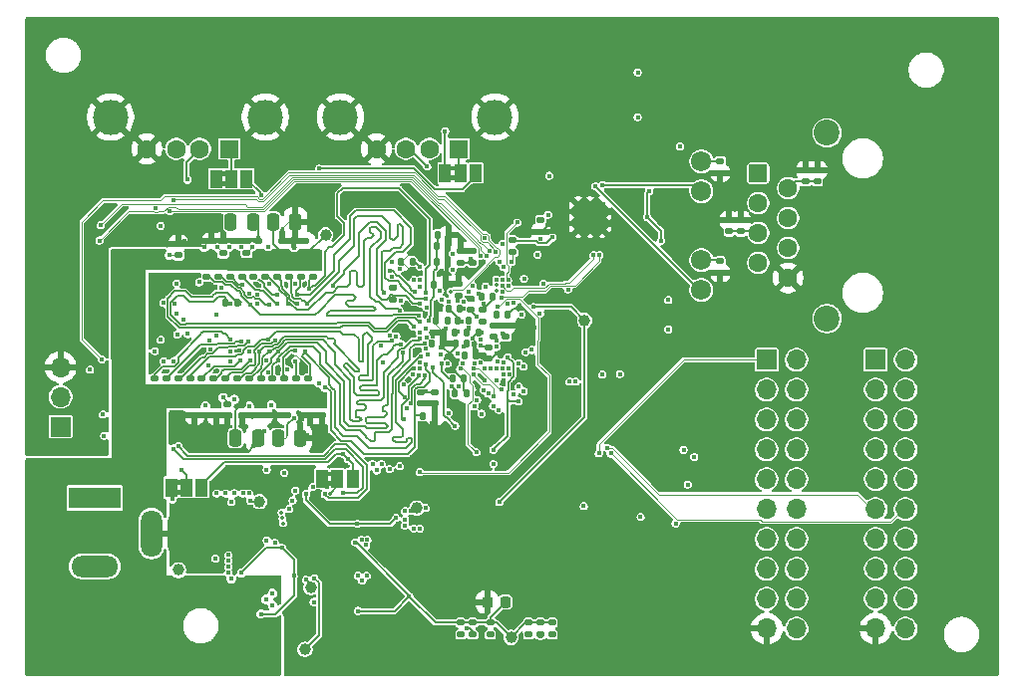
<source format=gbr>
%TF.GenerationSoftware,KiCad,Pcbnew,9.0.0*%
%TF.CreationDate,2025-03-22T23:10:54-04:00*%
%TF.ProjectId,simpleSBC,73696d70-6c65-4534-9243-2e6b69636164,rev?*%
%TF.SameCoordinates,Original*%
%TF.FileFunction,Copper,L6,Bot*%
%TF.FilePolarity,Positive*%
%FSLAX46Y46*%
G04 Gerber Fmt 4.6, Leading zero omitted, Abs format (unit mm)*
G04 Created by KiCad (PCBNEW 9.0.0) date 2025-03-22 23:10:54*
%MOMM*%
%LPD*%
G01*
G04 APERTURE LIST*
G04 Aperture macros list*
%AMRoundRect*
0 Rectangle with rounded corners*
0 $1 Rounding radius*
0 $2 $3 $4 $5 $6 $7 $8 $9 X,Y pos of 4 corners*
0 Add a 4 corners polygon primitive as box body*
4,1,4,$2,$3,$4,$5,$6,$7,$8,$9,$2,$3,0*
0 Add four circle primitives for the rounded corners*
1,1,$1+$1,$2,$3*
1,1,$1+$1,$4,$5*
1,1,$1+$1,$6,$7*
1,1,$1+$1,$8,$9*
0 Add four rect primitives between the rounded corners*
20,1,$1+$1,$2,$3,$4,$5,0*
20,1,$1+$1,$4,$5,$6,$7,0*
20,1,$1+$1,$6,$7,$8,$9,0*
20,1,$1+$1,$8,$9,$2,$3,0*%
G04 Aperture macros list end*
%TA.AperFunction,EtchedComponent*%
%ADD10C,0.000000*%
%TD*%
%TA.AperFunction,SMDPad,CuDef*%
%ADD11C,1.000000*%
%TD*%
%TA.AperFunction,ComponentPad*%
%ADD12R,4.400000X1.800000*%
%TD*%
%TA.AperFunction,ComponentPad*%
%ADD13O,4.000000X1.800000*%
%TD*%
%TA.AperFunction,ComponentPad*%
%ADD14O,1.800000X4.000000*%
%TD*%
%TA.AperFunction,ComponentPad*%
%ADD15R,1.700000X1.700000*%
%TD*%
%TA.AperFunction,ComponentPad*%
%ADD16O,1.700000X1.700000*%
%TD*%
%TA.AperFunction,ComponentPad*%
%ADD17RoundRect,0.248000X0.552000X-0.552000X0.552000X0.552000X-0.552000X0.552000X-0.552000X-0.552000X0*%
%TD*%
%TA.AperFunction,ComponentPad*%
%ADD18C,1.600000*%
%TD*%
%TA.AperFunction,ComponentPad*%
%ADD19C,1.720000*%
%TD*%
%TA.AperFunction,ComponentPad*%
%ADD20C,2.200000*%
%TD*%
%TA.AperFunction,ComponentPad*%
%ADD21R,1.600000X1.500000*%
%TD*%
%TA.AperFunction,ComponentPad*%
%ADD22C,3.000000*%
%TD*%
%TA.AperFunction,HeatsinkPad*%
%ADD23C,0.500000*%
%TD*%
%TA.AperFunction,HeatsinkPad*%
%ADD24R,2.500000X2.500000*%
%TD*%
%TA.AperFunction,SMDPad,CuDef*%
%ADD25RoundRect,0.135000X-0.185000X0.135000X-0.185000X-0.135000X0.185000X-0.135000X0.185000X0.135000X0*%
%TD*%
%TA.AperFunction,SMDPad,CuDef*%
%ADD26RoundRect,0.135000X0.185000X-0.135000X0.185000X0.135000X-0.185000X0.135000X-0.185000X-0.135000X0*%
%TD*%
%TA.AperFunction,SMDPad,CuDef*%
%ADD27RoundRect,0.140000X0.140000X0.170000X-0.140000X0.170000X-0.140000X-0.170000X0.140000X-0.170000X0*%
%TD*%
%TA.AperFunction,SMDPad,CuDef*%
%ADD28RoundRect,0.140000X0.170000X-0.140000X0.170000X0.140000X-0.170000X0.140000X-0.170000X-0.140000X0*%
%TD*%
%TA.AperFunction,SMDPad,CuDef*%
%ADD29RoundRect,0.140000X-0.170000X0.140000X-0.170000X-0.140000X0.170000X-0.140000X0.170000X0.140000X0*%
%TD*%
%TA.AperFunction,SMDPad,CuDef*%
%ADD30RoundRect,0.225000X0.225000X0.250000X-0.225000X0.250000X-0.225000X-0.250000X0.225000X-0.250000X0*%
%TD*%
%TA.AperFunction,SMDPad,CuDef*%
%ADD31RoundRect,0.140000X-0.140000X-0.170000X0.140000X-0.170000X0.140000X0.170000X-0.140000X0.170000X0*%
%TD*%
%TA.AperFunction,SMDPad,CuDef*%
%ADD32R,1.000000X1.500000*%
%TD*%
%TA.AperFunction,SMDPad,CuDef*%
%ADD33RoundRect,0.250000X-0.250000X-0.475000X0.250000X-0.475000X0.250000X0.475000X-0.250000X0.475000X0*%
%TD*%
%TA.AperFunction,SMDPad,CuDef*%
%ADD34RoundRect,0.135000X-0.135000X-0.185000X0.135000X-0.185000X0.135000X0.185000X-0.135000X0.185000X0*%
%TD*%
%TA.AperFunction,ViaPad*%
%ADD35C,0.400000*%
%TD*%
%TA.AperFunction,ViaPad*%
%ADD36C,0.350000*%
%TD*%
%TA.AperFunction,Conductor*%
%ADD37C,0.101600*%
%TD*%
%TA.AperFunction,Conductor*%
%ADD38C,0.089000*%
%TD*%
%TA.AperFunction,Conductor*%
%ADD39C,0.200000*%
%TD*%
%TA.AperFunction,Conductor*%
%ADD40C,0.146812*%
%TD*%
G04 APERTURE END LIST*
D10*
%TA.AperFunction,EtchedComponent*%
%TO.C,JP6*%
G36*
X124600000Y-73050000D02*
G01*
X124100000Y-73050000D01*
X124100000Y-72650000D01*
X124600000Y-72650000D01*
X124600000Y-73050000D01*
G37*
%TD.AperFunction*%
%TA.AperFunction,EtchedComponent*%
G36*
X124600000Y-73850000D02*
G01*
X124100000Y-73850000D01*
X124100000Y-73450000D01*
X124600000Y-73450000D01*
X124600000Y-73850000D01*
G37*
%TD.AperFunction*%
%TA.AperFunction,EtchedComponent*%
%TO.C,JP5*%
G36*
X120800000Y-99300000D02*
G01*
X120300000Y-99300000D01*
X120300000Y-98900000D01*
X120800000Y-98900000D01*
X120800000Y-99300000D01*
G37*
%TD.AperFunction*%
%TA.AperFunction,EtchedComponent*%
G36*
X120800000Y-100100000D02*
G01*
X120300000Y-100100000D01*
X120300000Y-99700000D01*
X120800000Y-99700000D01*
X120800000Y-100100000D01*
G37*
%TD.AperFunction*%
%TA.AperFunction,EtchedComponent*%
%TO.C,JP7*%
G36*
X144050000Y-72550000D02*
G01*
X143550000Y-72550000D01*
X143550000Y-72150000D01*
X144050000Y-72150000D01*
X144050000Y-72550000D01*
G37*
%TD.AperFunction*%
%TA.AperFunction,EtchedComponent*%
G36*
X144050000Y-73350000D02*
G01*
X143550000Y-73350000D01*
X143550000Y-72950000D01*
X144050000Y-72950000D01*
X144050000Y-73350000D01*
G37*
%TD.AperFunction*%
%TA.AperFunction,EtchedComponent*%
%TO.C,JP4*%
G36*
X133600000Y-98550000D02*
G01*
X133100000Y-98550000D01*
X133100000Y-98150000D01*
X133600000Y-98150000D01*
X133600000Y-98550000D01*
G37*
%TD.AperFunction*%
%TA.AperFunction,EtchedComponent*%
G36*
X133600000Y-99350000D02*
G01*
X133100000Y-99350000D01*
X133100000Y-98950000D01*
X133600000Y-98950000D01*
X133600000Y-99350000D01*
G37*
%TD.AperFunction*%
%TD*%
D11*
%TO.P,TP6,1,1*%
%TO.N,VTT_DDR*%
X133000000Y-78000000D03*
%TD*%
D12*
%TO.P,J4,1*%
%TO.N,+5V*%
X113400000Y-100400000D03*
D13*
%TO.P,J4,2*%
%TO.N,GND*%
X113400000Y-106200000D03*
D14*
%TO.P,J4,3*%
X118200000Y-103400000D03*
%TD*%
D15*
%TO.P,J8,1,Pin_1*%
%TO.N,/I2C4_SDA*%
X110500000Y-94330000D03*
D16*
%TO.P,J8,2,Pin_2*%
%TO.N,/I2C4_SCL*%
X110500000Y-91790000D03*
%TO.P,J8,3,Pin_3*%
%TO.N,GND*%
X110500000Y-89250000D03*
%TD*%
D15*
%TO.P,J9,1,Pin_1*%
%TO.N,/PA15*%
X179710000Y-88640000D03*
D16*
%TO.P,J9,2,Pin_2*%
%TO.N,/PC7*%
X182250000Y-88640000D03*
%TO.P,J9,3,Pin_3*%
%TO.N,/PE2*%
X179710000Y-91180000D03*
%TO.P,J9,4,Pin_4*%
%TO.N,/PC2*%
X182250000Y-91180000D03*
%TO.P,J9,5,Pin_5*%
%TO.N,/PA4*%
X179710000Y-93720000D03*
%TO.P,J9,6,Pin_6*%
%TO.N,/PD15*%
X182250000Y-93720000D03*
%TO.P,J9,7,Pin_7*%
%TO.N,/PE15*%
X179710000Y-96260000D03*
%TO.P,J9,8,Pin_8*%
%TO.N,/PD4*%
X182250000Y-96260000D03*
%TO.P,J9,9,Pin_9*%
%TO.N,/PE0*%
X179710000Y-98800000D03*
%TO.P,J9,10,Pin_10*%
%TO.N,/PE12*%
X182250000Y-98800000D03*
%TO.P,J9,11,Pin_11*%
%TO.N,/PG15*%
X179710000Y-101340000D03*
%TO.P,J9,12,Pin_12*%
%TO.N,/PD1*%
X182250000Y-101340000D03*
%TO.P,J9,13,Pin_13*%
%TO.N,/PC6*%
X179710000Y-103880000D03*
%TO.P,J9,14,Pin_14*%
%TO.N,/PD0*%
X182250000Y-103880000D03*
%TO.P,J9,15,Pin_15*%
%TO.N,/PB4*%
X179710000Y-106420000D03*
%TO.P,J9,16,Pin_16*%
%TO.N,/PD3*%
X182250000Y-106420000D03*
%TO.P,J9,17,Pin_17*%
%TO.N,/PE5*%
X179710000Y-108960000D03*
%TO.P,J9,18,Pin_18*%
%TO.N,/PG6*%
X182250000Y-108960000D03*
%TO.P,J9,19,Pin_19*%
%TO.N,GND*%
X179710000Y-111500000D03*
%TO.P,J9,20,Pin_20*%
%TO.N,+3V3*%
X182250000Y-111500000D03*
%TD*%
D17*
%TO.P,J7,1,TD+*%
%TO.N,/ETH_TX+*%
X169735000Y-72790000D03*
D18*
%TO.P,J7,2,TCT*%
%TO.N,+3V3*%
X172275000Y-74060000D03*
%TO.P,J7,3,TD-*%
%TO.N,/ETH_TX-*%
X169735000Y-75330000D03*
%TO.P,J7,4,RD+*%
%TO.N,/ETH_RX+*%
X172275000Y-76600000D03*
%TO.P,J7,5,RCT*%
%TO.N,+3V3*%
X169735000Y-77870000D03*
%TO.P,J7,6,RD-*%
%TO.N,/ETH_RX-*%
X172275000Y-79140000D03*
%TO.P,J7,7,NC*%
%TO.N,unconnected-(J7-NC-Pad7)*%
X169735000Y-80410000D03*
%TO.P,J7,8*%
%TO.N,GND*%
X172275000Y-81680000D03*
D19*
%TO.P,J7,9*%
%TO.N,Net-(J7-Pad9)*%
X164905000Y-71770000D03*
%TO.P,J7,10*%
%TO.N,/LED_0*%
X164905000Y-74310000D03*
%TO.P,J7,11*%
%TO.N,Net-(J7-Pad11)*%
X164905000Y-80160000D03*
%TO.P,J7,12*%
%TO.N,/LED_1*%
X164905000Y-82700000D03*
D20*
%TO.P,J7,SH*%
%TO.N,unconnected-(J7-PadSH)*%
X175575000Y-69335000D03*
%TO.N,unconnected-(J7-PadSH)_1*%
X175575000Y-85135000D03*
%TD*%
D15*
%TO.P,J3,1,Pin_1*%
%TO.N,/PB9*%
X170460000Y-88640000D03*
D16*
%TO.P,J3,2,Pin_2*%
%TO.N,/PA9*%
X173000000Y-88640000D03*
%TO.P,J3,3,Pin_3*%
%TO.N,/PD11*%
X170460000Y-91180000D03*
%TO.P,J3,4,Pin_4*%
%TO.N,/PC0*%
X173000000Y-91180000D03*
%TO.P,J3,5,Pin_5*%
%TO.N,/PF11*%
X170460000Y-93720000D03*
%TO.P,J3,6,Pin_6*%
%TO.N,/PA6*%
X173000000Y-93720000D03*
%TO.P,J3,7,Pin_7*%
%TO.N,/PB1*%
X170460000Y-96260000D03*
%TO.P,J3,8,Pin_8*%
%TO.N,/PB8*%
X173000000Y-96260000D03*
%TO.P,J3,9,Pin_9*%
%TO.N,/PB12*%
X170460000Y-98800000D03*
%TO.P,J3,10,Pin_10*%
%TO.N,/PB0*%
X173000000Y-98800000D03*
%TO.P,J3,11,Pin_11*%
%TO.N,/PE13*%
X170460000Y-101340000D03*
%TO.P,J3,12,Pin_12*%
%TO.N,/PD8*%
X173000000Y-101340000D03*
%TO.P,J3,13,Pin_13*%
%TO.N,/PG12*%
X170460000Y-103880000D03*
%TO.P,J3,14,Pin_14*%
%TO.N,/PB15*%
X173000000Y-103880000D03*
%TO.P,J3,15,Pin_15*%
%TO.N,/PA8*%
X170460000Y-106420000D03*
%TO.P,J3,16,Pin_16*%
%TO.N,/PE6*%
X173000000Y-106420000D03*
%TO.P,J3,17,Pin_17*%
%TO.N,/PD7*%
X170460000Y-108960000D03*
%TO.P,J3,18,Pin_18*%
%TO.N,/PD5*%
X173000000Y-108960000D03*
%TO.P,J3,19,Pin_19*%
%TO.N,GND*%
X170460000Y-111500000D03*
%TO.P,J3,20,Pin_20*%
%TO.N,+3V3*%
X173000000Y-111500000D03*
%TD*%
D21*
%TO.P,J6,1,VBUS*%
%TO.N,Net-(J6-VBUS)*%
X124820000Y-70710000D03*
D18*
%TO.P,J6,2,D-*%
%TO.N,/USB1_D+*%
X122320000Y-70710000D03*
%TO.P,J6,3,D+*%
%TO.N,/USB1_D-*%
X120320000Y-70710000D03*
%TO.P,J6,4,GND*%
%TO.N,GND*%
X117820000Y-70710000D03*
D22*
%TO.P,J6,5,Shield*%
X127890000Y-68000000D03*
X114750000Y-68000000D03*
%TD*%
D21*
%TO.P,J5,1,VBUS*%
%TO.N,Net-(J5-VBUS)*%
X144320000Y-70710000D03*
D18*
%TO.P,J5,2,D-*%
%TO.N,/USB2_D-*%
X141820000Y-70710000D03*
%TO.P,J5,3,D+*%
%TO.N,/USB2_D+*%
X139820000Y-70710000D03*
%TO.P,J5,4,GND*%
%TO.N,GND*%
X137320000Y-70710000D03*
D22*
%TO.P,J5,5,Shield*%
X147390000Y-68000000D03*
X134250000Y-68000000D03*
%TD*%
D23*
%TO.P,U6,25,VSS*%
%TO.N,GND*%
X156462500Y-75500000D03*
X155462500Y-75500000D03*
X154462500Y-75500000D03*
X156462500Y-76500000D03*
X155462500Y-76500000D03*
D24*
X155462500Y-76500000D03*
D23*
X154462500Y-76500000D03*
X156462500Y-77500000D03*
X155462500Y-77500000D03*
X154462500Y-77500000D03*
%TD*%
D25*
%TO.P,R32,1*%
%TO.N,/Memory/~{CAS}*%
X119500000Y-90240000D03*
%TO.P,R32,2*%
%TO.N,VTT_DDR*%
X119500000Y-91260000D03*
%TD*%
D26*
%TO.P,R22,1*%
%TO.N,/Memory/A6*%
X128900000Y-81560000D03*
%TO.P,R22,2*%
%TO.N,VTT_DDR*%
X128900000Y-80540000D03*
%TD*%
D27*
%TO.P,C26,1*%
%TO.N,+1V2*%
X143980000Y-86300000D03*
%TO.P,C26,2*%
%TO.N,GND*%
X143020000Y-86300000D03*
%TD*%
D28*
%TO.P,C13,1*%
%TO.N,+3V3*%
X147300000Y-86680000D03*
%TO.P,C13,2*%
%TO.N,GND*%
X147300000Y-85720000D03*
%TD*%
D29*
%TO.P,C60,1*%
%TO.N,VTT_DDR*%
X127700000Y-92420000D03*
%TO.P,C60,2*%
%TO.N,GND*%
X127700000Y-93380000D03*
%TD*%
D28*
%TO.P,C40,1*%
%TO.N,Net-(U1C-NRST_CORE)*%
X148300000Y-86680000D03*
%TO.P,C40,2*%
%TO.N,GND*%
X148300000Y-85720000D03*
%TD*%
D30*
%TO.P,C51,1*%
%TO.N,+3.3VP*%
X148275000Y-109250000D03*
%TO.P,C51,2*%
%TO.N,GND*%
X146725000Y-109250000D03*
%TD*%
D29*
%TO.P,C27,1*%
%TO.N,+1V35*%
X142300000Y-91420000D03*
%TO.P,C27,2*%
%TO.N,GND*%
X142300000Y-92380000D03*
%TD*%
D26*
%TO.P,R10,1*%
%TO.N,/SDMMC_D0*%
X145500000Y-112000000D03*
%TO.P,R10,2*%
%TO.N,+3.3VP*%
X145500000Y-110980000D03*
%TD*%
D28*
%TO.P,C31,1*%
%TO.N,Net-(U1A-VDDA1V1_REG)*%
X144300000Y-83180000D03*
%TO.P,C31,2*%
%TO.N,GND*%
X144300000Y-82220000D03*
%TD*%
%TO.P,C64,1*%
%TO.N,VTT_DDR*%
X131300000Y-79530000D03*
%TO.P,C64,2*%
%TO.N,GND*%
X131300000Y-78570000D03*
%TD*%
D11*
%TO.P,TP4,1,1*%
%TO.N,+3.3VP*%
X148750000Y-112250000D03*
%TD*%
D31*
%TO.P,C17,1*%
%TO.N,+1V35*%
X142500000Y-78000000D03*
%TO.P,C17,2*%
%TO.N,GND*%
X143460000Y-78000000D03*
%TD*%
D32*
%TO.P,JP6,1,A*%
%TO.N,/VBUS2*%
X123700000Y-73250000D03*
%TO.P,JP6,2,C*%
%TO.N,Net-(J6-VBUS)*%
X125000000Y-73250000D03*
%TO.P,JP6,3,B*%
%TO.N,/PMIC_SWOUT*%
X126300000Y-73250000D03*
%TD*%
D25*
%TO.P,R35,1*%
%TO.N,/Memory/~{WE}*%
X120500000Y-90240000D03*
%TO.P,R35,2*%
%TO.N,VTT_DDR*%
X120500000Y-91260000D03*
%TD*%
D27*
%TO.P,C32,1*%
%TO.N,+1V2*%
X144980000Y-87300000D03*
%TO.P,C32,2*%
%TO.N,GND*%
X144020000Y-87300000D03*
%TD*%
D26*
%TO.P,R17,1*%
%TO.N,/Memory/A1*%
X125900000Y-81560000D03*
%TO.P,R17,2*%
%TO.N,VTT_DDR*%
X125900000Y-80540000D03*
%TD*%
D25*
%TO.P,R23,1*%
%TO.N,/Memory/A7*%
X130500000Y-90240000D03*
%TO.P,R23,2*%
%TO.N,VTT_DDR*%
X130500000Y-91260000D03*
%TD*%
D28*
%TO.P,C48,1*%
%TO.N,Net-(U1A-VDDA1V8_DSI)*%
X144500000Y-80380000D03*
%TO.P,C48,2*%
%TO.N,GND*%
X144500000Y-79420000D03*
%TD*%
D26*
%TO.P,R38,1*%
%TO.N,/Memory/BA1*%
X126900000Y-81560000D03*
%TO.P,R38,2*%
%TO.N,VTT_DDR*%
X126900000Y-80540000D03*
%TD*%
D33*
%TO.P,C66,1*%
%TO.N,VTT_DDR*%
X128550000Y-76900000D03*
%TO.P,C66,2*%
%TO.N,GND*%
X130450000Y-76900000D03*
%TD*%
D11*
%TO.P,TP2,1,1*%
%TO.N,+1V35*%
X120500000Y-106500000D03*
%TD*%
D28*
%TO.P,C9,1*%
%TO.N,+1V35*%
X120500000Y-79730000D03*
%TO.P,C9,2*%
%TO.N,GND*%
X120500000Y-78770000D03*
%TD*%
D29*
%TO.P,C24,1*%
%TO.N,+1V35*%
X141100000Y-91420000D03*
%TO.P,C24,2*%
%TO.N,GND*%
X141100000Y-92380000D03*
%TD*%
D25*
%TO.P,R37,1*%
%TO.N,/Memory/BA0*%
X125500000Y-90240000D03*
%TO.P,R37,2*%
%TO.N,VTT_DDR*%
X125500000Y-91260000D03*
%TD*%
D31*
%TO.P,C18,1*%
%TO.N,+3V3*%
X146220000Y-83300000D03*
%TO.P,C18,2*%
%TO.N,GND*%
X147180000Y-83300000D03*
%TD*%
D28*
%TO.P,C53,1*%
%TO.N,VTT_DDR*%
X123300000Y-79530000D03*
%TO.P,C53,2*%
%TO.N,GND*%
X123300000Y-78570000D03*
%TD*%
D25*
%TO.P,R39,1*%
%TO.N,/Memory/BA2*%
X126500000Y-90240000D03*
%TO.P,R39,2*%
%TO.N,VTT_DDR*%
X126500000Y-91260000D03*
%TD*%
D28*
%TO.P,C2,1*%
%TO.N,VREF_DDR*%
X126300000Y-79530000D03*
%TO.P,C2,2*%
%TO.N,GND*%
X126300000Y-78570000D03*
%TD*%
D26*
%TO.P,R45,1*%
%TO.N,GND*%
X166525000Y-81260000D03*
%TO.P,R45,2*%
%TO.N,Net-(J7-Pad11)*%
X166525000Y-80240000D03*
%TD*%
D25*
%TO.P,R21,1*%
%TO.N,/Memory/A5*%
X128500000Y-90240000D03*
%TO.P,R21,2*%
%TO.N,VTT_DDR*%
X128500000Y-91260000D03*
%TD*%
D28*
%TO.P,C46,1*%
%TO.N,Net-(U1A-VDDA1V8_DSI)*%
X145500000Y-80380000D03*
%TO.P,C46,2*%
%TO.N,GND*%
X145500000Y-79420000D03*
%TD*%
D25*
%TO.P,R16,1*%
%TO.N,/Memory/A0*%
X121500000Y-90240000D03*
%TO.P,R16,2*%
%TO.N,VTT_DDR*%
X121500000Y-91260000D03*
%TD*%
%TO.P,R25,1*%
%TO.N,/Memory/A9*%
X129500000Y-90240000D03*
%TO.P,R25,2*%
%TO.N,VTT_DDR*%
X129500000Y-91260000D03*
%TD*%
D32*
%TO.P,JP5,1,A*%
%TO.N,+5V*%
X119900000Y-99500000D03*
%TO.P,JP5,2,C*%
%TO.N,VBUS*%
X121200000Y-99500000D03*
%TO.P,JP5,3,B*%
%TO.N,/Power/VOUT_BST*%
X122500000Y-99500000D03*
%TD*%
D26*
%TO.P,R12,1*%
%TO.N,/SDMMC_D2*%
X152250000Y-112010000D03*
%TO.P,R12,2*%
%TO.N,+3.3VP*%
X152250000Y-110990000D03*
%TD*%
D29*
%TO.P,C59,1*%
%TO.N,VTT_DDR*%
X125900000Y-92420000D03*
%TO.P,C59,2*%
%TO.N,GND*%
X125900000Y-93380000D03*
%TD*%
D28*
%TO.P,C56,1*%
%TO.N,VTT_DDR*%
X129300000Y-79530000D03*
%TO.P,C56,2*%
%TO.N,GND*%
X129300000Y-78570000D03*
%TD*%
D26*
%TO.P,R11,1*%
%TO.N,/SDMMC_D1*%
X144500000Y-112010000D03*
%TO.P,R11,2*%
%TO.N,+3.3VP*%
X144500000Y-110990000D03*
%TD*%
D34*
%TO.P,R5,1*%
%TO.N,/Memory/~{RESET}*%
X141290000Y-93400000D03*
%TO.P,R5,2*%
%TO.N,GND*%
X142310000Y-93400000D03*
%TD*%
D29*
%TO.P,C15,1*%
%TO.N,+1V2*%
X146800000Y-87570000D03*
%TO.P,C15,2*%
%TO.N,GND*%
X146800000Y-88530000D03*
%TD*%
D33*
%TO.P,C33,1*%
%TO.N,+1V35*%
X124950000Y-76900000D03*
%TO.P,C33,2*%
%TO.N,GND*%
X126850000Y-76900000D03*
%TD*%
D28*
%TO.P,C82,1*%
%TO.N,+3V3*%
X167275000Y-77730000D03*
%TO.P,C82,2*%
%TO.N,GND*%
X167275000Y-76770000D03*
%TD*%
D26*
%TO.P,R27,1*%
%TO.N,/Memory/A11*%
X127900000Y-81560000D03*
%TO.P,R27,2*%
%TO.N,VTT_DDR*%
X127900000Y-80540000D03*
%TD*%
%TO.P,R30,1*%
%TO.N,/Memory/A14*%
X129900000Y-81560000D03*
%TO.P,R30,2*%
%TO.N,VTT_DDR*%
X129900000Y-80540000D03*
%TD*%
D25*
%TO.P,R36,1*%
%TO.N,/Memory/ODT*%
X122500000Y-90240000D03*
%TO.P,R36,2*%
%TO.N,VTT_DDR*%
X122500000Y-91260000D03*
%TD*%
%TO.P,R31,1*%
%TO.N,/Memory/~{RAS}*%
X118500000Y-90240000D03*
%TO.P,R31,2*%
%TO.N,VTT_DDR*%
X118500000Y-91260000D03*
%TD*%
D27*
%TO.P,C50,1*%
%TO.N,VREF_DDR*%
X140380000Y-80300000D03*
%TO.P,C50,2*%
%TO.N,GND*%
X139420000Y-80300000D03*
%TD*%
%TO.P,C21,1*%
%TO.N,+1V2*%
X143330000Y-85300000D03*
%TO.P,C21,2*%
%TO.N,GND*%
X142370000Y-85300000D03*
%TD*%
D26*
%TO.P,R3,1*%
%TO.N,/Memory/CKE*%
X138750000Y-83500000D03*
%TO.P,R3,2*%
%TO.N,GND*%
X138750000Y-82480000D03*
%TD*%
D31*
%TO.P,C8,1*%
%TO.N,+1V35*%
X142220000Y-82300000D03*
%TO.P,C8,2*%
%TO.N,GND*%
X143180000Y-82300000D03*
%TD*%
D11*
%TO.P,TP10,1,1*%
%TO.N,Net-(U4-PONKEYn)*%
X131250000Y-113250000D03*
%TD*%
D31*
%TO.P,C35,1*%
%TO.N,+1V2*%
X144820000Y-88300000D03*
%TO.P,C35,2*%
%TO.N,GND*%
X145780000Y-88300000D03*
%TD*%
D32*
%TO.P,JP7,1,A*%
%TO.N,/VBUS1*%
X143150000Y-72750000D03*
%TO.P,JP7,2,C*%
%TO.N,Net-(J5-VBUS)*%
X144450000Y-72750000D03*
%TO.P,JP7,3,B*%
%TO.N,/PMIC_VBUSOTG*%
X145750000Y-72750000D03*
%TD*%
D28*
%TO.P,C55,1*%
%TO.N,VTT_DDR*%
X127300000Y-79530000D03*
%TO.P,C55,2*%
%TO.N,GND*%
X127300000Y-78570000D03*
%TD*%
D26*
%TO.P,R28,1*%
%TO.N,/Memory/A12*%
X123900000Y-81560000D03*
%TO.P,R28,2*%
%TO.N,VTT_DDR*%
X123900000Y-80540000D03*
%TD*%
%TO.P,R47,1*%
%TO.N,GND*%
X151275000Y-77760000D03*
%TO.P,R47,2*%
%TO.N,Net-(U6-RXER{slash}PHYAD0)*%
X151275000Y-76740000D03*
%TD*%
%TO.P,R14,1*%
%TO.N,/SDMMC_CMD*%
X150250000Y-112010000D03*
%TO.P,R14,2*%
%TO.N,+3.3VP*%
X150250000Y-110990000D03*
%TD*%
D29*
%TO.P,C61,1*%
%TO.N,VTT_DDR*%
X129700000Y-92420000D03*
%TO.P,C61,2*%
%TO.N,GND*%
X129700000Y-93380000D03*
%TD*%
D26*
%TO.P,R29,1*%
%TO.N,VTT_DDR*%
X131500000Y-91260000D03*
%TO.P,R29,2*%
%TO.N,/Memory/A13*%
X131500000Y-90240000D03*
%TD*%
D31*
%TO.P,C5,1*%
%TO.N,+1V2*%
X144220000Y-85300000D03*
%TO.P,C5,2*%
%TO.N,GND*%
X145180000Y-85300000D03*
%TD*%
D25*
%TO.P,R33,1*%
%TO.N,/Memory/~{CS}*%
X123500000Y-90240000D03*
%TO.P,R33,2*%
%TO.N,VTT_DDR*%
X123500000Y-91260000D03*
%TD*%
D26*
%TO.P,R26,1*%
%TO.N,/Memory/A10*%
X122900000Y-81560000D03*
%TO.P,R26,2*%
%TO.N,VTT_DDR*%
X122900000Y-80540000D03*
%TD*%
D29*
%TO.P,C52,1*%
%TO.N,VREF_DDR*%
X124700000Y-92420000D03*
%TO.P,C52,2*%
%TO.N,GND*%
X124700000Y-93380000D03*
%TD*%
D28*
%TO.P,C77,1*%
%TO.N,+3V3*%
X173775000Y-73480000D03*
%TO.P,C77,2*%
%TO.N,GND*%
X173775000Y-72520000D03*
%TD*%
D29*
%TO.P,C57,1*%
%TO.N,VTT_DDR*%
X121900000Y-92420000D03*
%TO.P,C57,2*%
%TO.N,GND*%
X121900000Y-93380000D03*
%TD*%
D31*
%TO.P,C11,1*%
%TO.N,+1V2*%
X145020000Y-86300000D03*
%TO.P,C11,2*%
%TO.N,GND*%
X145980000Y-86300000D03*
%TD*%
%TO.P,C30,1*%
%TO.N,+1V35*%
X142420000Y-79000000D03*
%TO.P,C30,2*%
%TO.N,GND*%
X143380000Y-79000000D03*
%TD*%
D25*
%TO.P,R18,1*%
%TO.N,/Memory/A2*%
X124500000Y-90240000D03*
%TO.P,R18,2*%
%TO.N,VTT_DDR*%
X124500000Y-91260000D03*
%TD*%
D32*
%TO.P,JP4,1,A*%
%TO.N,+5V*%
X132700000Y-98750000D03*
%TO.P,JP4,2,C*%
%TO.N,Net-(JP4-C)*%
X134000000Y-98750000D03*
%TO.P,JP4,3,B*%
%TO.N,/Power/VOUT_BST*%
X135300000Y-98750000D03*
%TD*%
D28*
%TO.P,C54,1*%
%TO.N,VTT_DDR*%
X125300000Y-79530000D03*
%TO.P,C54,2*%
%TO.N,GND*%
X125300000Y-78570000D03*
%TD*%
D26*
%TO.P,R34,1*%
%TO.N,/Memory/CKE*%
X124900000Y-81560000D03*
%TO.P,R34,2*%
%TO.N,VTT_DDR*%
X124900000Y-80540000D03*
%TD*%
D11*
%TO.P,TP5,1,1*%
%TO.N,VREF_DDR*%
X131750000Y-108000000D03*
%TD*%
D31*
%TO.P,C28,1*%
%TO.N,+3V3*%
X143770000Y-90250000D03*
%TO.P,C28,2*%
%TO.N,GND*%
X144730000Y-90250000D03*
%TD*%
D25*
%TO.P,R19,1*%
%TO.N,/Memory/A3*%
X127500000Y-90240000D03*
%TO.P,R19,2*%
%TO.N,VTT_DDR*%
X127500000Y-91260000D03*
%TD*%
D11*
%TO.P,TP3,1,1*%
%TO.N,+3V3*%
X140750000Y-101250000D03*
%TD*%
D26*
%TO.P,R15,1*%
%TO.N,/SDMMC_CLK*%
X147000000Y-112010000D03*
%TO.P,R15,2*%
%TO.N,+3.3VP*%
X147000000Y-110990000D03*
%TD*%
%TO.P,R13,1*%
%TO.N,/SDMMC_D3*%
X151250000Y-112010000D03*
%TO.P,R13,2*%
%TO.N,+3.3VP*%
X151250000Y-110990000D03*
%TD*%
D28*
%TO.P,C78,1*%
%TO.N,+3V3*%
X168275000Y-77730000D03*
%TO.P,C78,2*%
%TO.N,GND*%
X168275000Y-76770000D03*
%TD*%
D26*
%TO.P,R4,1*%
%TO.N,Net-(U3-ZQ)*%
X124300000Y-79560000D03*
%TO.P,R4,2*%
%TO.N,GND*%
X124300000Y-78540000D03*
%TD*%
D31*
%TO.P,C1,1*%
%TO.N,+1V2*%
X143420000Y-84300000D03*
%TO.P,C1,2*%
%TO.N,GND*%
X144380000Y-84300000D03*
%TD*%
D29*
%TO.P,C58,1*%
%TO.N,VTT_DDR*%
X123700000Y-92420000D03*
%TO.P,C58,2*%
%TO.N,GND*%
X123700000Y-93380000D03*
%TD*%
D26*
%TO.P,R20,1*%
%TO.N,/Memory/A4*%
X130900000Y-81560000D03*
%TO.P,R20,2*%
%TO.N,VTT_DDR*%
X130900000Y-80540000D03*
%TD*%
D28*
%TO.P,C7,1*%
%TO.N,+3V3*%
X146300000Y-85380000D03*
%TO.P,C7,2*%
%TO.N,GND*%
X146300000Y-84420000D03*
%TD*%
D33*
%TO.P,C65,1*%
%TO.N,VTT_DDR*%
X125350000Y-95300000D03*
%TO.P,C65,2*%
%TO.N,GND*%
X127250000Y-95300000D03*
%TD*%
D11*
%TO.P,TP8,1,1*%
%TO.N,/PWR_ON*%
X155000000Y-85300000D03*
%TD*%
D34*
%TO.P,R2,1*%
%TO.N,/Memory/DDR_CK+*%
X124490000Y-83800000D03*
%TO.P,R2,2*%
%TO.N,/Memory/DDR_CK-*%
X125510000Y-83800000D03*
%TD*%
%TO.P,R1,1*%
%TO.N,Net-(U1D-DDR_ZQ)*%
X143990000Y-91500000D03*
%TO.P,R1,2*%
%TO.N,GND*%
X145010000Y-91500000D03*
%TD*%
D26*
%TO.P,R48,1*%
%TO.N,/RMII_CRS_DV*%
X148900000Y-79510000D03*
%TO.P,R48,2*%
%TO.N,Net-(U6-CRS_DV{slash}MODE2)*%
X148900000Y-78490000D03*
%TD*%
D31*
%TO.P,C10,1*%
%TO.N,+1V35*%
X142020000Y-87300000D03*
%TO.P,C10,2*%
%TO.N,GND*%
X142980000Y-87300000D03*
%TD*%
D11*
%TO.P,TP1,1,1*%
%TO.N,+1V2*%
X127400000Y-100700000D03*
%TD*%
D28*
%TO.P,C81,1*%
%TO.N,+3V3*%
X174775000Y-73480000D03*
%TO.P,C81,2*%
%TO.N,GND*%
X174775000Y-72520000D03*
%TD*%
D29*
%TO.P,C63,1*%
%TO.N,VTT_DDR*%
X132700000Y-92420000D03*
%TO.P,C63,2*%
%TO.N,GND*%
X132700000Y-93380000D03*
%TD*%
D33*
%TO.P,C34,1*%
%TO.N,+1V35*%
X128950000Y-95300000D03*
%TO.P,C34,2*%
%TO.N,GND*%
X130850000Y-95300000D03*
%TD*%
D31*
%TO.P,C25,1*%
%TO.N,+1V35*%
X142420000Y-80300000D03*
%TO.P,C25,2*%
%TO.N,GND*%
X143380000Y-80300000D03*
%TD*%
%TO.P,C23,1*%
%TO.N,+3V3*%
X147520000Y-84800000D03*
%TO.P,C23,2*%
%TO.N,GND*%
X148480000Y-84800000D03*
%TD*%
D28*
%TO.P,C3,1*%
%TO.N,+3V3*%
X145300000Y-84380000D03*
%TO.P,C3,2*%
%TO.N,GND*%
X145300000Y-83420000D03*
%TD*%
D26*
%TO.P,R50,1*%
%TO.N,GND*%
X166525000Y-72760000D03*
%TO.P,R50,2*%
%TO.N,Net-(J7-Pad9)*%
X166525000Y-71740000D03*
%TD*%
%TO.P,R24,1*%
%TO.N,/Memory/A8*%
X131900000Y-81560000D03*
%TO.P,R24,2*%
%TO.N,VTT_DDR*%
X131900000Y-80540000D03*
%TD*%
D29*
%TO.P,C62,1*%
%TO.N,VTT_DDR*%
X131700000Y-92420000D03*
%TO.P,C62,2*%
%TO.N,GND*%
X131700000Y-93380000D03*
%TD*%
D35*
%TO.N,Net-(JP9-C)*%
X158000000Y-89850000D03*
X149981617Y-87978900D03*
%TO.N,Net-(JP8-C)*%
X156500000Y-89900000D03*
X150522467Y-87800002D03*
%TO.N,+3V3*%
X162100000Y-86050000D03*
X162100000Y-83550000D03*
%TO.N,GND*%
X157600000Y-83250000D03*
X157450000Y-85850000D03*
X127300000Y-78250000D03*
D36*
%TO.N,/PA4*%
X147527493Y-82752981D03*
D35*
%TO.N,/Memory/UDM*%
X120400000Y-86500000D03*
%TO.N,/Memory/UDQS-*%
X139291624Y-80913547D03*
%TO.N,/Memory/UDQS+*%
X120350000Y-84700000D03*
%TO.N,+1V35*%
X119221197Y-83800000D03*
%TO.N,/Memory/UDQS+*%
X138628762Y-80348530D03*
%TO.N,/Memory/LDQS+*%
X123260411Y-87738252D03*
%TO.N,/Memory/LDM*%
X123750000Y-86600000D03*
%TO.N,GND*%
X122500000Y-87950000D03*
%TO.N,/Memory/LDQS-*%
X123129043Y-87000000D03*
%TO.N,GND*%
X131001155Y-93672912D03*
%TO.N,+1V35*%
X130331654Y-93572912D03*
%TO.N,/Memory/DQ11*%
X121300000Y-86450000D03*
%TO.N,/Memory/~{CAS}*%
X125850000Y-87050000D03*
%TO.N,/Memory/~{RAS}*%
X124900000Y-86900000D03*
%TO.N,/Memory/A13*%
X131300000Y-87950000D03*
%TO.N,/Memory/A11*%
X129781827Y-83871202D03*
%TO.N,/Memory/A10*%
X126600000Y-83950000D03*
%TO.N,/Memory/A7*%
X130450000Y-88750000D03*
%TO.N,/Memory/A6*%
X130600000Y-83900000D03*
%TO.N,/Memory/A5*%
X128950000Y-88700000D03*
%TO.N,/Memory/A3*%
X128952114Y-87956488D03*
%TO.N,/Memory/A2*%
X128748521Y-86963643D03*
%TO.N,/Memory/A0*%
X128150000Y-86900000D03*
%TO.N,/Memory/A14*%
X131450000Y-83900000D03*
X137950000Y-82900000D03*
%TO.N,/Memory/A4*%
X130600598Y-83113498D03*
%TO.N,GND*%
X129150000Y-93400000D03*
X128606274Y-93378198D03*
X127009118Y-93448939D03*
%TO.N,/Memory/~{CS}*%
X139859118Y-92739869D03*
%TO.N,/Memory/DQ2*%
X140242568Y-92337171D03*
%TO.N,/Memory/CKE*%
X133600000Y-82350000D03*
%TO.N,VREF_DDR*%
X131336737Y-107336737D03*
X126785922Y-79005170D03*
X124900000Y-88750000D03*
X124300000Y-91850000D03*
X127226113Y-83080465D03*
X128000000Y-98000000D03*
X141000000Y-80700000D03*
%TO.N,+1V2*%
X125250000Y-100000000D03*
X123750000Y-100000000D03*
X144242233Y-86271553D03*
X143330000Y-85300000D03*
X126600000Y-100625000D03*
X126500000Y-100000000D03*
X144766382Y-87519659D03*
X126000000Y-100000000D03*
X145149999Y-85910000D03*
X146181129Y-87468223D03*
X144795166Y-88108400D03*
X144577979Y-85396927D03*
X124500000Y-100000000D03*
X125000000Y-100750000D03*
X143533975Y-84283975D03*
%TO.N,GND*%
X149013277Y-80796100D03*
X138902161Y-82398266D03*
X146468070Y-90350729D03*
X132250000Y-102750000D03*
X120250000Y-103000000D03*
X120900000Y-82300000D03*
X121000000Y-103750000D03*
X120850000Y-89550000D03*
X142800000Y-87600000D03*
X147013360Y-80702820D03*
X120250000Y-103750000D03*
X132500000Y-105750000D03*
X141650000Y-75650000D03*
X122690000Y-79076594D03*
X139100000Y-98900000D03*
X119350000Y-89600000D03*
X145500000Y-79420000D03*
X119966868Y-87173020D03*
X131207528Y-82250000D03*
X123342282Y-82300000D03*
X151800000Y-77200000D03*
X142901600Y-81047234D03*
X145150000Y-85250000D03*
X156500000Y-71750000D03*
X140500000Y-79500000D03*
X130450000Y-76900000D03*
X151399751Y-85289870D03*
X146200000Y-84400000D03*
X141020909Y-88874802D03*
X131750000Y-105798398D03*
X156125000Y-69875000D03*
X140014038Y-81335962D03*
X146250000Y-86350000D03*
X127800000Y-94700000D03*
X148119522Y-90707917D03*
X126850000Y-76900000D03*
X119500000Y-82250000D03*
X121750000Y-103000000D03*
X125654333Y-87854333D03*
X127406235Y-82332286D03*
X131250000Y-103750000D03*
X159500000Y-76500000D03*
X129024919Y-89500000D03*
X132500000Y-105000000D03*
X155000000Y-73250000D03*
X121000000Y-78500000D03*
X147510974Y-88106361D03*
X144688900Y-84320753D03*
X149449617Y-84022372D03*
X145163940Y-82833631D03*
X121750000Y-103750000D03*
X147930343Y-85846672D03*
X139500000Y-85700000D03*
X131250000Y-102250000D03*
X142000000Y-94050000D03*
X143200000Y-85985616D03*
X132000000Y-104500000D03*
X151466735Y-80557725D03*
X131390764Y-95073406D03*
X129668792Y-82222999D03*
X141450000Y-84928225D03*
X145446197Y-86830930D03*
X142600000Y-84000000D03*
X140539413Y-87875494D03*
X125818969Y-79006886D03*
X127997931Y-88722437D03*
X123601509Y-89670000D03*
X150706551Y-85917033D03*
X133750000Y-97500000D03*
X145474922Y-83559937D03*
X125247928Y-92002071D03*
X149053324Y-90563863D03*
X129762441Y-88686044D03*
X160500000Y-96500000D03*
X159500000Y-100750000D03*
X126900000Y-96000000D03*
X131325494Y-89550000D03*
X135500000Y-108250000D03*
X140064718Y-90373406D03*
D36*
X149380500Y-87417372D03*
D35*
X146452936Y-83901765D03*
X144144060Y-88945155D03*
X121000000Y-103000000D03*
X130344178Y-79100000D03*
%TO.N,+3V3*%
X147500000Y-84832054D03*
X147500000Y-87000000D03*
X151900000Y-76300000D03*
X151504490Y-82175247D03*
X154927387Y-101087518D03*
X139750000Y-101500000D03*
X163100000Y-70500000D03*
X138975000Y-102100000D03*
X141000000Y-103000000D03*
X131327970Y-100061600D03*
X145800000Y-84950000D03*
X141500000Y-101250000D03*
X140250000Y-101500000D03*
X140750000Y-101250000D03*
X152000000Y-73000000D03*
X146000000Y-83000000D03*
X140500000Y-103000000D03*
X159750000Y-102000000D03*
X142850502Y-88982002D03*
X153589593Y-82653900D03*
X114200000Y-95100000D03*
X139750000Y-102250000D03*
X114100000Y-93300000D03*
X162721084Y-102569645D03*
X139750000Y-102750000D03*
X151000000Y-79700000D03*
X146300000Y-85380000D03*
X135700000Y-102600000D03*
%TO.N,Net-(U1C-NRST_CORE)*%
X148000000Y-86400000D03*
%TO.N,+3.3VP*%
X135512545Y-104151600D03*
X140100000Y-108750000D03*
X135750000Y-110000000D03*
X148750000Y-112250000D03*
%TO.N,+5V*%
X136500000Y-107000000D03*
X136062500Y-103937500D03*
X120000000Y-100500000D03*
X133150000Y-99480000D03*
X131985000Y-109235000D03*
X127925000Y-109000000D03*
X138450000Y-97929014D03*
X135750000Y-107000000D03*
X136550000Y-103950000D03*
X128500000Y-109500000D03*
X136100000Y-107425000D03*
X137000000Y-97500000D03*
X137350000Y-98050000D03*
X128500000Y-108500000D03*
X137750000Y-97500000D03*
X139300000Y-97700000D03*
X128687500Y-104187500D03*
X136450000Y-104400000D03*
X128000000Y-104000000D03*
%TO.N,/Memory/DDR_CK+*%
X124900000Y-83900000D03*
X141000000Y-85400002D03*
%TO.N,/Memory/DDR_CK-*%
X140461374Y-85832472D03*
X125700000Y-83900000D03*
%TO.N,/Memory/CKE*%
X141006047Y-83830792D03*
X125926800Y-82224046D03*
%TO.N,Net-(U3-ZQ)*%
X123827310Y-79081546D03*
X127200000Y-83850000D03*
%TO.N,/Memory/~{RESET}*%
X132949733Y-90991735D03*
X141500000Y-89000000D03*
%TO.N,/Memory/A0*%
X138637694Y-87036946D03*
%TO.N,/Memory/A1*%
X128900000Y-83900000D03*
%TO.N,/Memory/A2*%
X141502350Y-87716738D03*
%TO.N,VTT_DDR*%
X128250000Y-111250000D03*
X129000000Y-111250000D03*
X128650000Y-110850000D03*
%TO.N,/Memory/A3*%
X139550000Y-88050000D03*
%TO.N,/Memory/A4*%
X141507744Y-83488194D03*
%TO.N,/Memory/A5*%
X141432912Y-87222085D03*
%TO.N,/Memory/A6*%
X141553782Y-84180812D03*
%TO.N,/Memory/A7*%
X132444099Y-90618329D03*
X141652867Y-88193548D03*
%TO.N,/Memory/A8*%
X141489859Y-82900143D03*
X131630137Y-82576496D03*
%TO.N,/Memory/A9*%
X130407978Y-87885056D03*
X137900000Y-88896801D03*
%TO.N,/Memory/A10*%
X140945099Y-84876326D03*
%TO.N,/Memory/A11*%
X139267726Y-84459644D03*
%TO.N,/Memory/A12*%
X128219229Y-83916590D03*
%TO.N,/Memory/A13*%
X141103066Y-88381596D03*
%TO.N,/PWR_ON*%
X130200000Y-100600000D03*
X150673224Y-84162684D03*
X147750000Y-100750000D03*
%TO.N,/Memory/~{RAS}*%
X141550000Y-85950000D03*
%TO.N,/Memory/~{CS}*%
X140999998Y-86350000D03*
%TO.N,/Memory/~{WE}*%
X126450000Y-87100000D03*
X138441693Y-86562271D03*
%TO.N,/Memory/ODT*%
X125750000Y-88700000D03*
X139000000Y-86650000D03*
%TO.N,/Memory/BA0*%
X139400000Y-87304187D03*
X127363426Y-87962298D03*
%TO.N,/Memory/BA1*%
X139400000Y-83600000D03*
X128900000Y-83150000D03*
%TO.N,/Memory/BA2*%
X141000000Y-86850000D03*
X128200000Y-87900336D03*
%TO.N,/ETH_3V3*%
X160500000Y-74300000D03*
X161500000Y-78500000D03*
X160300000Y-76500000D03*
%TO.N,VDD_USB*%
X143477848Y-83688641D03*
X129500000Y-98250000D03*
X143800000Y-79600000D03*
X131898398Y-99480000D03*
%TO.N,/SWDIO*%
X144000000Y-94250000D03*
X142065241Y-89255271D03*
%TO.N,/NRST*%
X147235780Y-96310600D03*
X149393280Y-92200000D03*
X148474540Y-88421661D03*
%TO.N,/UART4_TX*%
X146587066Y-82405166D03*
X153729267Y-90499293D03*
%TO.N,/UART4_RX*%
X143806707Y-80980953D03*
X154230869Y-90500001D03*
%TO.N,+1V35*%
X129750000Y-89500000D03*
X122800000Y-92550000D03*
X130300000Y-107000000D03*
X120092928Y-88742335D03*
X120350000Y-82150000D03*
X128144305Y-79005170D03*
X124191861Y-82487586D03*
X124750000Y-106250000D03*
X122271572Y-82049200D03*
X128254608Y-82210048D03*
X124900000Y-76925494D03*
X120500000Y-106500000D03*
X124750000Y-106750000D03*
X124750000Y-105250000D03*
X126519535Y-83026113D03*
X126509991Y-92576152D03*
X123750000Y-84800000D03*
X124900000Y-87900000D03*
X141600697Y-86724506D03*
X130458515Y-82208269D03*
X128402632Y-92497403D03*
X141550000Y-91300000D03*
X129300000Y-104600000D03*
X123650000Y-105550000D03*
X126550000Y-87900000D03*
X125000000Y-107250000D03*
X125825000Y-106750000D03*
X127500000Y-110250000D03*
X119750000Y-79750000D03*
X123067821Y-89147535D03*
X124750000Y-105750000D03*
X119250000Y-88750000D03*
X124788031Y-79076594D03*
X128101034Y-89710621D03*
X141786814Y-85299250D03*
%TO.N,/SDMMC_CLK*%
X147000000Y-112010000D03*
X146141138Y-88904379D03*
%TO.N,/SDMMC_CMD*%
X150250000Y-112010000D03*
X145639376Y-88918615D03*
%TO.N,/SDMMC_D3*%
X143344060Y-88965410D03*
X151250000Y-112151600D03*
%TO.N,/SDMMC_D2*%
X144328664Y-90926749D03*
X152249000Y-112009293D03*
%TO.N,/SDMMC_D1*%
X144500000Y-112010000D03*
X145867064Y-92056524D03*
%TO.N,/SDMMC_D0*%
X145000000Y-111500000D03*
X145624853Y-92601489D03*
%TO.N,/PA0_WAKEUP*%
X147564861Y-84127983D03*
X130436249Y-99754199D03*
X141000000Y-98200000D03*
D36*
%TO.N,/I2C4_SCL*%
X129400000Y-102550000D03*
%TO.N,/I2C4_SDA*%
X129330675Y-102103174D03*
D35*
%TO.N,Net-(U1C-USB_RREF)*%
X142720546Y-82789994D03*
X146485270Y-78274730D03*
%TO.N,/RTC_OUT1*%
X147533975Y-87533975D03*
D36*
X129252919Y-101632957D03*
D35*
%TO.N,/Memory/DQ11*%
X141001103Y-82400000D03*
%TO.N,/Memory/DQ4*%
X140521144Y-89399930D03*
X139700000Y-91800000D03*
%TO.N,/Memory/LDQS+*%
X139609118Y-90747056D03*
%TO.N,/Memory/UDQS-*%
X120203721Y-83902766D03*
%TO.N,/Memory/DQ9*%
X138420231Y-81098307D03*
X140554482Y-82898131D03*
%TO.N,/Memory/DQ13*%
X119000000Y-86950000D03*
X138600000Y-81572568D03*
%TO.N,/Memory/UDM*%
X140500000Y-81868062D03*
%TO.N,/Memory/DQ2*%
X141456236Y-89937312D03*
%TO.N,/Memory/DQ15*%
X141028095Y-81869080D03*
X118500000Y-87900000D03*
%TO.N,/Memory/LDQS-*%
X140445148Y-89898651D03*
%TO.N,Net-(U1A-VDDA1V1_REG)*%
X144200000Y-83600000D03*
%TO.N,Net-(U1A-VDDA1V8_DSI)*%
X144724138Y-83732760D03*
X144200000Y-88139361D03*
X145320228Y-80090312D03*
%TO.N,Net-(U1D-DDR_ZQ)*%
X143702204Y-90902204D03*
X142800000Y-88200000D03*
%TO.N,Net-(U4-PONKEYn)*%
X132048445Y-107213985D03*
%TO.N,VBUS*%
X120750000Y-98000000D03*
%TO.N,Net-(JP2-A)*%
X142879957Y-83516702D03*
X113000000Y-89490000D03*
%TO.N,/Power/VOUT_BST*%
X134500000Y-96651600D03*
X134906276Y-97093724D03*
%TO.N,/VBUS1*%
X118600000Y-75750000D03*
X143150000Y-69200000D03*
%TO.N,/VBUS2*%
X119000000Y-77250000D03*
X123700000Y-72750000D03*
%TO.N,Net-(JP3-A)*%
X114000000Y-88600000D03*
D36*
X143626119Y-82827985D03*
D35*
%TO.N,/Power/~{RST}*%
X147250000Y-97500000D03*
X129900002Y-101338398D03*
%TO.N,/LED_1*%
X155911583Y-73882641D03*
%TO.N,/LED_0*%
X156512012Y-73780030D03*
%TO.N,/MDIO*%
X148053350Y-82898630D03*
X151274207Y-78331600D03*
%TO.N,/RMII_RX_D0*%
X148500000Y-81850000D03*
X149270000Y-76970000D03*
%TO.N,Net-(U6-RXER{slash}PHYAD0)*%
X151275000Y-76740000D03*
%TO.N,Net-(U6-CRS_DV{slash}MODE2)*%
X152275000Y-78240000D03*
%TO.N,/RMII_CRS_DV*%
X148794730Y-80327300D03*
%TO.N,/RMII_TXD_0*%
X156250000Y-79750000D03*
X147935686Y-83384590D03*
%TO.N,/RMII_TX_EN*%
X155748397Y-79750000D03*
X148000000Y-82350000D03*
%TO.N,/PRT1*%
X113900000Y-77200000D03*
X146906484Y-79389048D03*
%TO.N,/PRT2*%
X146657737Y-79824628D03*
X113800000Y-78500000D03*
%TO.N,/USB_~{OC2}*%
X147449863Y-79457510D03*
X120064127Y-75096100D03*
%TO.N,/USB_~{OC1}*%
X146156914Y-79796673D03*
X119753900Y-76000000D03*
%TO.N,/PMIC_SWOUT*%
X120508371Y-95996280D03*
X127500000Y-74601600D03*
X132933536Y-100064195D03*
D36*
%TO.N,Net-(JP4-C)*%
X133409523Y-100039979D03*
D35*
%TO.N,/PMIC_VBUSOTG*%
X134450000Y-100000000D03*
X132450000Y-72393900D03*
X120050000Y-96200000D03*
%TO.N,Net-(U1B-PA13)*%
X149637786Y-84787786D03*
X159500000Y-64200000D03*
%TO.N,Net-(U1B-PA14)*%
X159500000Y-68000000D03*
X151196583Y-84715417D03*
%TO.N,/USB2_D+*%
X141625000Y-72200000D03*
%TO.N,/USB1_D+*%
X121270190Y-73329810D03*
%TO.N,/PA6*%
X148099218Y-80763293D03*
%TO.N,/PF11*%
X147777301Y-80323681D03*
D36*
%TO.N,/PC0*%
X147491399Y-82279352D03*
D35*
%TO.N,/PB0*%
X148500000Y-82350000D03*
%TO.N,/PD11*%
X148000000Y-78800000D03*
X145500000Y-82350000D03*
%TO.N,/PB8*%
X147500812Y-81804443D03*
%TO.N,/PB12*%
X148001813Y-81850000D03*
%TO.N,/PB1*%
X149850000Y-81750000D03*
%TO.N,/PD8*%
X149406815Y-88916913D03*
%TO.N,/PG12*%
X149806099Y-89215823D03*
%TO.N,/PE13*%
X147583260Y-88798138D03*
%TO.N,/PB15*%
X147945100Y-91178217D03*
X145551408Y-89412444D03*
%TO.N,/PA8*%
X147253875Y-91777372D03*
X145578593Y-89913309D03*
%TO.N,/PB4*%
X146427952Y-91210603D03*
%TO.N,/PD0*%
X147001602Y-89349885D03*
%TO.N,/PC6*%
X147542470Y-90350000D03*
%TO.N,/PE12*%
X149833194Y-91322654D03*
X163750000Y-99250000D03*
%TO.N,/PD1*%
X157213857Y-96610060D03*
X149000000Y-91600000D03*
%TO.N,/PG15*%
X149407746Y-90918285D03*
X156950000Y-96150000D03*
%TO.N,/PC2*%
X148441173Y-83837991D03*
%TO.N,/PE2*%
X149000000Y-83800000D03*
%TO.N,/PD15*%
X146141573Y-86911499D03*
%TO.N,/PE15*%
X148083990Y-88840752D03*
%TO.N,/PD4*%
X148002007Y-89399989D03*
%TO.N,/PE0*%
X148510458Y-89394619D03*
%TO.N,/PE6*%
X148585592Y-89890562D03*
%TO.N,/PD7*%
X148083091Y-89894565D03*
%TO.N,/PD5*%
X147500412Y-89402739D03*
%TO.N,/PE5*%
X146246100Y-93239906D03*
%TO.N,/PD3*%
X147231701Y-92577706D03*
%TO.N,/PG6*%
X146824720Y-91517698D03*
%TO.N,/PA15*%
X147700000Y-92900000D03*
X164300000Y-96900000D03*
%TO.N,/PC7*%
X145800000Y-96500000D03*
X144435834Y-89416159D03*
%TO.N,/PB9*%
X156200000Y-96600000D03*
X143450000Y-93150000D03*
X144641613Y-88958717D03*
%TO.N,/PA9*%
X163400000Y-96300000D03*
X146500000Y-89350000D03*
%TO.N,/Memory/~{CAS}*%
X137693121Y-87429508D03*
%TO.N,/Memory/DQ9*%
X120927496Y-85250581D03*
%TO.N,/Memory/DQ6*%
X139623406Y-93726763D03*
X140941880Y-89942620D03*
%TO.N,/Memory/~{CS}*%
X126622906Y-88656307D03*
%TO.N,/Memory/LDM*%
X141020565Y-89408942D03*
%TD*%
D37*
%TO.N,+3V3*%
X147500000Y-86800000D02*
X147500000Y-87000000D01*
X147300000Y-86600000D02*
X147500000Y-86800000D01*
D38*
%TO.N,GND*%
X140200000Y-79500000D02*
X140500000Y-79500000D01*
X139420000Y-80300000D02*
X139420000Y-80280000D01*
X139420000Y-80280000D02*
X140200000Y-79500000D01*
X140014038Y-80864038D02*
X140014038Y-81335962D01*
X139450000Y-80300000D02*
X140014038Y-80864038D01*
X139420000Y-80300000D02*
X139450000Y-80300000D01*
D39*
X127300000Y-78570000D02*
X127300000Y-78250000D01*
D40*
%TO.N,/Memory/A10*%
X126298543Y-83648543D02*
X126600000Y-83950000D01*
X126261715Y-83648543D02*
X126298543Y-83648543D01*
%TO.N,/Memory/A2*%
X128686357Y-86963643D02*
X128748521Y-86963643D01*
X128368893Y-87281107D02*
X128686357Y-86963643D01*
%TO.N,/Memory/~{CAS}*%
X125291564Y-87208436D02*
X125450000Y-87050000D01*
X123827570Y-87277570D02*
X125291564Y-87277570D01*
X125291564Y-87277570D02*
X125291564Y-87208436D01*
X125450000Y-87050000D02*
X125850000Y-87050000D01*
X123734199Y-87370941D02*
X123827570Y-87277570D01*
X122369059Y-87370941D02*
X123734199Y-87370941D01*
X119500000Y-90240000D02*
X122369059Y-87370941D01*
%TO.N,/Memory/~{WE}*%
X126450000Y-87100000D02*
X126126594Y-87423406D01*
%TO.N,/Memory/A0*%
X127550000Y-86900000D02*
X128150000Y-86900000D01*
X126054972Y-87865394D02*
X126394873Y-87525493D01*
X126394873Y-87525493D02*
X126924507Y-87525493D01*
X125809460Y-88228840D02*
X126054972Y-87983328D01*
X126924507Y-87525493D02*
X127550000Y-86900000D01*
X126054972Y-87983328D02*
X126054972Y-87865394D01*
X125501780Y-88228840D02*
X125809460Y-88228840D01*
X125356113Y-88374507D02*
X125501780Y-88228840D01*
X121500000Y-89970001D02*
X123095494Y-88374507D01*
X123095494Y-88374507D02*
X125356113Y-88374507D01*
X121500000Y-90240000D02*
X121500000Y-89970001D01*
%TO.N,/Memory/BA1*%
X128500000Y-83150000D02*
X128900000Y-83150000D01*
%TO.N,/Memory/A11*%
X129100000Y-82515473D02*
X128144527Y-81560000D01*
X128144527Y-81560000D02*
X127900000Y-81560000D01*
X129100000Y-82700000D02*
X129100000Y-82515473D01*
X129697263Y-83297263D02*
X129100000Y-82700000D01*
X129697263Y-83747263D02*
X129697263Y-83297263D01*
X129781827Y-83871202D02*
X129781827Y-83831827D01*
X129781827Y-83831827D02*
X129697263Y-83747263D01*
%TO.N,/Memory/A6*%
X129943586Y-83443586D02*
X130400000Y-83900000D01*
%TO.N,/Memory/A14*%
X130297923Y-83414575D02*
X130297923Y-83447307D01*
X130189909Y-83306561D02*
X130297923Y-83414575D01*
X130189909Y-83093203D02*
X130189909Y-83306561D01*
X130050000Y-82953293D02*
X130189909Y-83093203D01*
X130050000Y-81710000D02*
X130050000Y-82953293D01*
%TO.N,/Memory/A6*%
X130400000Y-83900000D02*
X130600000Y-83900000D01*
%TO.N,/Memory/A14*%
X129900000Y-81560000D02*
X130050000Y-81710000D01*
X131200000Y-83650000D02*
X131450000Y-83900000D01*
X131200000Y-83600000D02*
X131200000Y-83650000D01*
%TO.N,/Memory/A4*%
X130489817Y-83002717D02*
X130600598Y-83113498D01*
X130489817Y-82739817D02*
X130489817Y-83002717D01*
%TO.N,/Memory/A8*%
X131630137Y-82576496D02*
X131630137Y-81829863D01*
%TO.N,/Memory/~{RAS}*%
X118500000Y-89920366D02*
X118500000Y-90240000D01*
X119194873Y-89225493D02*
X118500000Y-89920366D01*
X120139403Y-89225493D02*
X119194873Y-89225493D01*
X120474507Y-88890389D02*
X120139403Y-89225493D01*
X122376594Y-86445330D02*
X122376594Y-86503040D01*
X122595330Y-86226594D02*
X122376594Y-86445330D01*
X124126594Y-86226594D02*
X122595330Y-86226594D01*
X124350000Y-86450000D02*
X124126594Y-86226594D01*
X122376594Y-86503040D02*
X120474507Y-88405127D01*
X124450000Y-86450000D02*
X124350000Y-86450000D01*
X120474507Y-88405127D02*
X120474507Y-88890389D01*
X124900000Y-86900000D02*
X124450000Y-86450000D01*
%TO.N,/Memory/A9*%
X129983387Y-87885056D02*
X130407978Y-87885056D01*
%TO.N,/Memory/A13*%
X131050000Y-88350000D02*
X131050000Y-88300000D01*
X131700000Y-90040000D02*
X131700000Y-89000000D01*
X131500000Y-90240000D02*
X131700000Y-90040000D01*
X131700000Y-89000000D02*
X131050000Y-88350000D01*
X131050000Y-88300000D02*
X131350000Y-88000000D01*
X131350000Y-88000000D02*
X131300000Y-87950000D01*
%TO.N,/Memory/A7*%
X130500000Y-88800000D02*
X130500000Y-90240000D01*
X130450000Y-88750000D02*
X130500000Y-88800000D01*
%TO.N,/Memory/A5*%
X128500000Y-89150000D02*
X128950000Y-88700000D01*
X128500000Y-90240000D02*
X128500000Y-89150000D01*
%TO.N,/Memory/A3*%
X128943512Y-87956488D02*
X128952114Y-87956488D01*
X128400000Y-88500000D02*
X128943512Y-87956488D01*
%TO.N,/Memory/BA2*%
X127625493Y-88474843D02*
X128200000Y-87900336D01*
%TO.N,/Memory/BA0*%
X127363426Y-88989868D02*
X127363426Y-87962298D01*
%TO.N,/Memory/ODT*%
X125274507Y-89175493D02*
X125750000Y-88700000D01*
D38*
%TO.N,/RMII_TX_EN*%
X148389572Y-82747773D02*
X147925785Y-82283986D01*
X148729974Y-82747773D02*
X148389572Y-82747773D01*
X148918347Y-82559400D02*
X148729974Y-82747773D01*
X151609797Y-82559400D02*
X148918347Y-82559400D01*
X152005764Y-82163433D02*
X151609797Y-82559400D01*
X153321051Y-82163433D02*
X152005764Y-82163433D01*
X153682800Y-82117200D02*
X153367283Y-82117200D01*
X155748397Y-79750000D02*
X155748397Y-80051603D01*
X155748397Y-80051603D02*
X153682800Y-82117200D01*
%TO.N,/PA0_WAKEUP*%
X149400000Y-83453900D02*
X148353573Y-83453900D01*
%TO.N,/RMII_TXD_0*%
X150195262Y-82804738D02*
X149736700Y-83263300D01*
%TO.N,/PA0_WAKEUP*%
X148353573Y-83453900D02*
X147679490Y-84127983D01*
%TO.N,/RMII_TXD_0*%
X152084713Y-82354033D02*
X151634008Y-82804738D01*
X153400000Y-82354033D02*
X152084713Y-82354033D01*
X156250000Y-80250000D02*
X154192200Y-82307800D01*
X148056976Y-83263300D02*
X147935686Y-83384590D01*
X154192200Y-82307800D02*
X153446233Y-82307800D01*
X149736700Y-83263300D02*
X148056976Y-83263300D01*
X151634008Y-82804738D02*
X150195262Y-82804738D01*
%TO.N,/RMII_TX_EN*%
X153367283Y-82117200D02*
X153321051Y-82163433D01*
%TO.N,/PA0_WAKEUP*%
X147679490Y-84127983D02*
X147564861Y-84127983D01*
%TO.N,/RMII_TXD_0*%
X156250000Y-79750000D02*
X156250000Y-80250000D01*
X153446233Y-82307800D02*
X153400000Y-82354033D01*
D40*
%TO.N,/Memory/~{WE}*%
X125394257Y-87525493D02*
X125496344Y-87423406D01*
X124744873Y-87525493D02*
X125394257Y-87525493D01*
X124644873Y-87625493D02*
X124744873Y-87525493D01*
X123415081Y-88111658D02*
X123901246Y-87625493D01*
X123008092Y-88111658D02*
X123415081Y-88111658D01*
X122677570Y-88442180D02*
X123008092Y-88111658D01*
X122487454Y-88442180D02*
X122677570Y-88442180D01*
X120689634Y-90240000D02*
X122487454Y-88442180D01*
X125496344Y-87423406D02*
X126126594Y-87423406D01*
X120500000Y-90240000D02*
X120689634Y-90240000D01*
X123901246Y-87625493D02*
X124644873Y-87625493D01*
%TO.N,/Memory/A13*%
X138946323Y-90402030D02*
X140966756Y-88381596D01*
X139550000Y-95100000D02*
X139550000Y-94553677D01*
X139400000Y-95250000D02*
X139550000Y-95100000D01*
X138750000Y-95250000D02*
X139400000Y-95250000D01*
X138950000Y-95650000D02*
X138750000Y-95450000D01*
X140966756Y-88381596D02*
X141103066Y-88381596D01*
X139800000Y-95650000D02*
X138950000Y-95650000D01*
X139900000Y-95400000D02*
X139900000Y-95550000D01*
X140000000Y-95300000D02*
X139900000Y-95400000D01*
X140200000Y-95300000D02*
X140000000Y-95300000D01*
X140300000Y-95400000D02*
X140200000Y-95300000D01*
X138946323Y-93950000D02*
X138946323Y-90402030D01*
X140300000Y-95650000D02*
X140300000Y-95400000D01*
X139800000Y-96150000D02*
X140300000Y-95650000D01*
X139550000Y-94553677D02*
X138946323Y-93950000D01*
X136700000Y-96150000D02*
X139800000Y-96150000D01*
X138750000Y-95450000D02*
X138750000Y-95250000D01*
X135650000Y-95100000D02*
X136700000Y-96150000D01*
X134500000Y-95100000D02*
X135650000Y-95100000D01*
X139900000Y-95550000D02*
X139800000Y-95650000D01*
X133800000Y-94400000D02*
X134500000Y-95100000D01*
X133800000Y-91248356D02*
X133800000Y-94400000D01*
X133579193Y-91027549D02*
X133800000Y-91248356D01*
%TO.N,/Memory/DQ9*%
X138691833Y-81080058D02*
X138438480Y-81080058D01*
X139086292Y-81474517D02*
X138691833Y-81080058D01*
X139186291Y-81474517D02*
X139086292Y-81474517D01*
X140125493Y-82413719D02*
X139186291Y-81474517D01*
X140344873Y-82774507D02*
X140125493Y-82555127D01*
X140522860Y-82774507D02*
X140344873Y-82774507D01*
X140554482Y-82806129D02*
X140522860Y-82774507D01*
X140554482Y-82898131D02*
X140554482Y-82806129D01*
X140125493Y-82555127D02*
X140125493Y-82413719D01*
D37*
%TO.N,VREF_DDR*%
X126785922Y-79044078D02*
X126785922Y-79005170D01*
X126300000Y-79530000D02*
X126785922Y-79044078D01*
D40*
%TO.N,/Memory/DQ9*%
X138438480Y-81080058D02*
X138420231Y-81098307D01*
%TO.N,/Memory/DDR_CK+*%
X124490000Y-83341177D02*
X124490000Y-83800000D01*
X120917816Y-83198406D02*
X121417816Y-83698406D01*
X120069046Y-83529360D02*
X120400000Y-83198406D01*
X120400000Y-83198406D02*
X120917816Y-83198406D01*
X120049051Y-83529360D02*
X120069046Y-83529360D01*
X121104559Y-85601594D02*
X121082166Y-85623987D01*
X121082166Y-85623987D02*
X120673987Y-85623987D01*
X134000000Y-85500000D02*
X133898406Y-85601594D01*
X136700000Y-85500000D02*
X134000000Y-85500000D01*
X119830315Y-84780315D02*
X119830315Y-83748096D01*
X138090106Y-86000000D02*
X137200000Y-86000000D01*
X139524221Y-85078874D02*
X139011232Y-85078874D01*
X139011232Y-85078874D02*
X138090106Y-86000000D01*
X140550199Y-85027570D02*
X139575524Y-85027570D01*
X141000000Y-85400002D02*
X140922631Y-85400002D01*
X124455917Y-83307094D02*
X124490000Y-83341177D01*
X139575524Y-85027570D02*
X139524221Y-85078874D01*
X137200000Y-86000000D02*
X136700000Y-85500000D01*
X123482184Y-83698406D02*
X123873496Y-83307094D01*
X120673987Y-85623987D02*
X119830315Y-84780315D01*
X121417816Y-83698406D02*
X123482184Y-83698406D01*
X123873496Y-83307094D02*
X124455917Y-83307094D01*
X140922631Y-85400002D02*
X140550199Y-85027570D01*
X133898406Y-85601594D02*
X121104559Y-85601594D01*
X119830315Y-83748096D02*
X120049051Y-83529360D01*
D37*
%TO.N,GND*%
X138893895Y-82390000D02*
X138902161Y-82398266D01*
X138700000Y-82390000D02*
X138893895Y-82390000D01*
D39*
X130344178Y-78664178D02*
X130344178Y-79100000D01*
X130250000Y-78570000D02*
X130344178Y-78664178D01*
D37*
X122990001Y-78570000D02*
X122690000Y-78870001D01*
X122690000Y-78870001D02*
X122690000Y-79076594D01*
X123300000Y-78570000D02*
X122990001Y-78570000D01*
D40*
%TO.N,/Memory/DDR_CK-*%
X123709128Y-82910282D02*
X124620282Y-82910282D01*
X124620282Y-82910282D02*
X125510000Y-83800000D01*
X123401594Y-83217816D02*
X123709128Y-82910282D01*
X123401594Y-83301594D02*
X123401594Y-83217816D01*
X121582184Y-83301594D02*
X123401594Y-83301594D01*
X121082184Y-82801594D02*
X121582184Y-83301594D01*
X119594603Y-83406991D02*
X120200000Y-82801594D01*
X119594603Y-84944603D02*
X119594603Y-83406991D01*
X120586921Y-85936921D02*
X119594603Y-84944603D01*
X136605324Y-85753677D02*
X134446323Y-85753677D01*
X134263079Y-85936921D02*
X120586921Y-85936921D01*
X139113262Y-85325197D02*
X138192137Y-86246323D01*
X137097970Y-86246323D02*
X136605324Y-85753677D01*
X134446323Y-85753677D02*
X134263079Y-85936921D01*
X138192137Y-86246323D02*
X137097970Y-86246323D01*
X139954099Y-85325197D02*
X139113262Y-85325197D01*
X140461374Y-85832472D02*
X139954099Y-85325197D01*
X120200000Y-82801594D02*
X121082184Y-82801594D01*
D37*
%TO.N,GND*%
X130850000Y-95300000D02*
X131076594Y-95073406D01*
X131076594Y-95073406D02*
X131390764Y-95073406D01*
X127700000Y-93380000D02*
X128604472Y-93380000D01*
X128604472Y-93380000D02*
X128606274Y-93378198D01*
D40*
%TO.N,/Memory/ODT*%
X125004141Y-89175493D02*
X125274507Y-89175493D01*
X124955127Y-89224507D02*
X125004141Y-89175493D01*
X124545859Y-89175493D02*
X124594873Y-89224507D01*
X123564507Y-89175493D02*
X124545859Y-89175493D01*
X122500000Y-90240000D02*
X123564507Y-89175493D01*
%TO.N,/Memory/~{CS}*%
X123754390Y-90240000D02*
X123500000Y-90240000D01*
X124384262Y-89450000D02*
X124166308Y-89667954D01*
X125057820Y-89472430D02*
X124492180Y-89472430D01*
X125080250Y-89450000D02*
X125057820Y-89472430D01*
X124166308Y-89667954D02*
X124166308Y-89828082D01*
X124492180Y-89472430D02*
X124469750Y-89450000D01*
X124469750Y-89450000D02*
X124384262Y-89450000D01*
X124166308Y-89828082D02*
X123754390Y-90240000D01*
%TO.N,/Memory/ODT*%
X124594873Y-89224507D02*
X124955127Y-89224507D01*
%TO.N,/Memory/~{CS}*%
X125829213Y-89450000D02*
X125080250Y-89450000D01*
X126622906Y-88656307D02*
X125829213Y-89450000D01*
%TO.N,/Memory/A14*%
X137750000Y-82700000D02*
X137950000Y-82900000D01*
X137750000Y-79500000D02*
X137750000Y-82700000D01*
X138500000Y-79350000D02*
X137900000Y-79350000D01*
X138725000Y-79125000D02*
X138500000Y-79350000D01*
X139275000Y-79125000D02*
X138725000Y-79125000D01*
X139600000Y-78800000D02*
X139275000Y-79125000D01*
X139225000Y-77075000D02*
X139325000Y-77075000D01*
X139600000Y-77350000D02*
X139600000Y-78800000D01*
X139100000Y-77200000D02*
X139225000Y-77075000D01*
X139100000Y-78150000D02*
X139100000Y-77200000D01*
X138800000Y-78450000D02*
X139100000Y-78150000D01*
X139325000Y-77075000D02*
X139600000Y-77350000D01*
X138500000Y-78250000D02*
X138700000Y-78450000D01*
X138700000Y-78450000D02*
X138800000Y-78450000D01*
X138500000Y-77100000D02*
X138500000Y-78250000D01*
X137900000Y-79350000D02*
X137750000Y-79500000D01*
X135697636Y-76385712D02*
X137785712Y-76385712D01*
X135400000Y-76683348D02*
X135697636Y-76385712D01*
X135400000Y-79000000D02*
X135400000Y-76683348D01*
X134150000Y-80250000D02*
X135400000Y-79000000D01*
X134150000Y-81150000D02*
X134150000Y-80250000D01*
X131450000Y-83850000D02*
X134150000Y-81150000D01*
X131450000Y-83900000D02*
X131450000Y-83850000D01*
X137785712Y-76385712D02*
X138500000Y-77100000D01*
%TO.N,/Memory/A4*%
X135050000Y-78350000D02*
X134700000Y-78700000D01*
X135050000Y-76450000D02*
X135050000Y-78350000D01*
X140250000Y-78800000D02*
X140250000Y-77400000D01*
X135550000Y-75950000D02*
X135050000Y-76450000D01*
X138800000Y-75950000D02*
X135550000Y-75950000D01*
X139575000Y-79475000D02*
X140250000Y-78800000D01*
X140250000Y-77400000D02*
X138800000Y-75950000D01*
X138975000Y-79475000D02*
X139575000Y-79475000D01*
X138055474Y-80394526D02*
X138975000Y-79475000D01*
X138055474Y-81655474D02*
X138055474Y-80394526D01*
%TO.N,/Memory/BA0*%
X138945813Y-87304187D02*
X139400000Y-87304187D01*
X138750000Y-87500000D02*
X138945813Y-87304187D01*
X138750000Y-87650000D02*
X138750000Y-87500000D01*
X138200000Y-88200000D02*
X138750000Y-87650000D01*
X137400000Y-88700000D02*
X137898441Y-88201559D01*
X137400000Y-90800000D02*
X137400000Y-88700000D01*
X136050000Y-90800000D02*
X137400000Y-90800000D01*
X137898441Y-88201559D02*
X138048441Y-88201559D01*
X135900000Y-90950000D02*
X136050000Y-90800000D01*
X138050000Y-88200000D02*
X138200000Y-88200000D01*
X135900000Y-91100000D02*
X135900000Y-90950000D01*
X138048441Y-88201559D02*
X138050000Y-88200000D01*
X136000000Y-91200000D02*
X135900000Y-91100000D01*
X137350000Y-91200000D02*
X136000000Y-91200000D01*
X137500000Y-91350000D02*
X137350000Y-91200000D01*
X137500000Y-91600000D02*
X137500000Y-91350000D01*
X137450000Y-91650000D02*
X137500000Y-91600000D01*
X135450000Y-91450000D02*
X135650000Y-91650000D01*
X135450000Y-90100000D02*
X135450000Y-91450000D01*
X135650000Y-91650000D02*
X137450000Y-91650000D01*
X134575000Y-89225000D02*
X135450000Y-90100000D01*
X134800000Y-88950000D02*
X134700000Y-88950000D01*
X134700000Y-88950000D02*
X134575000Y-89075000D01*
X135500000Y-89650000D02*
X134800000Y-88950000D01*
X135850000Y-89650000D02*
X135500000Y-89650000D01*
X135850000Y-89450000D02*
X135850000Y-89650000D01*
X133700000Y-87250000D02*
X133700000Y-87300000D01*
X133700000Y-87300000D02*
X135850000Y-89450000D01*
X133800000Y-86950000D02*
X133800000Y-87150000D01*
X133650000Y-86800000D02*
X133800000Y-86950000D01*
X133200000Y-86800000D02*
X133650000Y-86800000D01*
X134575000Y-89075000D02*
X134575000Y-89225000D01*
X133107354Y-86707354D02*
X133200000Y-86800000D01*
X132854049Y-86707354D02*
X133107354Y-86707354D01*
X133800000Y-87150000D02*
X133700000Y-87250000D01*
%TO.N,/Memory/A13*%
X131350000Y-88146706D02*
X131350000Y-88000000D01*
%TO.N,/Memory/A11*%
X139108082Y-84300000D02*
X139267726Y-84459644D01*
X138150000Y-84300000D02*
X139108082Y-84300000D01*
X137550000Y-83700000D02*
X138150000Y-84300000D01*
X137250000Y-83700000D02*
X137550000Y-83700000D01*
X136800000Y-83250000D02*
X137250000Y-83700000D01*
X136800000Y-79150000D02*
X136800000Y-83250000D01*
X137700000Y-78250000D02*
X136800000Y-79150000D01*
X137700000Y-77800000D02*
X137700000Y-78250000D01*
X137250000Y-77350000D02*
X137700000Y-77800000D01*
X136800000Y-77400000D02*
X136850000Y-77350000D01*
X136800000Y-77750000D02*
X136800000Y-77400000D01*
X136850000Y-78300000D02*
X137100000Y-78050000D01*
X137100000Y-78050000D02*
X136800000Y-77750000D01*
X136500000Y-78300000D02*
X136850000Y-78300000D01*
X136850000Y-77350000D02*
X137250000Y-77350000D01*
X136250000Y-78550000D02*
X136500000Y-78300000D01*
X136100000Y-82450000D02*
X136250000Y-82300000D01*
X136250000Y-82300000D02*
X136250000Y-78550000D01*
X135800000Y-82450000D02*
X136100000Y-82450000D01*
X135650000Y-81200000D02*
X135650000Y-82300000D01*
X135500000Y-81050000D02*
X135650000Y-81200000D01*
X135200000Y-81050000D02*
X135500000Y-81050000D01*
X135050000Y-81200000D02*
X135200000Y-81050000D01*
X135050000Y-82183347D02*
X135050000Y-81200000D01*
X134783347Y-82450000D02*
X135050000Y-82183347D01*
X133600000Y-82900000D02*
X134050000Y-82450000D01*
X133024277Y-82900000D02*
X133600000Y-82900000D01*
X134050000Y-82450000D02*
X134783347Y-82450000D01*
X130021202Y-83871202D02*
X130550000Y-84400000D01*
X129781827Y-83871202D02*
X130021202Y-83871202D01*
X130550000Y-84400000D02*
X131524277Y-84400000D01*
X135650000Y-82300000D02*
X135800000Y-82450000D01*
X131524277Y-84400000D02*
X133024277Y-82900000D01*
%TO.N,/Memory/A10*%
X133199647Y-84899647D02*
X138659647Y-84899647D01*
X133150000Y-84700000D02*
X133150000Y-84850000D01*
X137100000Y-84500000D02*
X133350000Y-84500000D01*
X137275000Y-84325000D02*
X137100000Y-84500000D01*
X133350000Y-84500000D02*
X133150000Y-84700000D01*
X134950000Y-84100000D02*
X137050000Y-84100000D01*
X134700000Y-83850000D02*
X134950000Y-84100000D01*
X134700000Y-83800000D02*
X134700000Y-83850000D01*
X134850000Y-83650000D02*
X134700000Y-83800000D01*
X137050000Y-84100000D02*
X137275000Y-84325000D01*
X135300000Y-83650000D02*
X134850000Y-83650000D01*
X135550000Y-83400000D02*
X135300000Y-83650000D01*
X135300000Y-83150000D02*
X135550000Y-83400000D01*
X133800000Y-83150000D02*
X135300000Y-83150000D01*
X132350000Y-84600000D02*
X133800000Y-83150000D01*
X132300000Y-84600000D02*
X132350000Y-84600000D01*
X132120353Y-84779647D02*
X132300000Y-84600000D01*
X133150000Y-84850000D02*
X133199647Y-84899647D01*
X131939647Y-84779647D02*
X132120353Y-84779647D01*
X127429647Y-84779647D02*
X126600000Y-83950000D01*
X127477813Y-84779647D02*
X127429647Y-84779647D01*
%TO.N,/Memory/A8*%
X131630137Y-81829863D02*
X131900000Y-81560000D01*
X132143367Y-82306633D02*
X131900000Y-82306633D01*
X132950000Y-81500000D02*
X132143367Y-82306633D01*
X131900000Y-82306633D02*
X131630137Y-82576496D01*
X132950000Y-80510000D02*
X132950000Y-81500000D01*
%TO.N,/Memory/A3*%
X128958398Y-87962772D02*
X128952114Y-87956488D01*
X128958478Y-87962772D02*
X128958398Y-87962772D01*
%TO.N,/Memory/A0*%
X135450000Y-86500000D02*
X135800000Y-86850000D01*
X137050000Y-87450000D02*
X137450000Y-87050000D01*
X137050000Y-90300000D02*
X137050000Y-87450000D01*
X138600000Y-87050000D02*
X138613054Y-87036946D01*
X135800000Y-90100000D02*
X135800000Y-90300000D01*
X135800000Y-90300000D02*
X135900000Y-90400000D01*
X136550000Y-90000000D02*
X135900000Y-90000000D01*
X135900000Y-90400000D02*
X136950000Y-90400000D01*
X136600000Y-89950000D02*
X136550000Y-90000000D01*
X136600000Y-87350000D02*
X136600000Y-89950000D01*
X137450000Y-87050000D02*
X138600000Y-87050000D01*
X136950000Y-87000000D02*
X136600000Y-87350000D01*
X135900000Y-90000000D02*
X135800000Y-90100000D01*
X136950000Y-86750000D02*
X136950000Y-87000000D01*
X136950000Y-90400000D02*
X137050000Y-90300000D01*
X136450000Y-86300000D02*
X136500000Y-86300000D01*
X136200000Y-88800000D02*
X136200000Y-86550000D01*
X135800000Y-88700000D02*
X135900000Y-88800000D01*
X138613054Y-87036946D02*
X138637694Y-87036946D01*
X134200000Y-86250000D02*
X134450000Y-86500000D01*
X136500000Y-86300000D02*
X136950000Y-86750000D01*
X134450000Y-86500000D02*
X135450000Y-86500000D01*
X136200000Y-86550000D02*
X136450000Y-86300000D01*
X128800000Y-86250000D02*
X134200000Y-86250000D01*
X135800000Y-86850000D02*
X135800000Y-88700000D01*
X135900000Y-88800000D02*
X136200000Y-88800000D01*
X128150000Y-86900000D02*
X128800000Y-86250000D01*
%TO.N,/Memory/A14*%
X131050000Y-83600000D02*
X131200000Y-83600000D01*
X130936904Y-83486904D02*
X131050000Y-83600000D01*
%TO.N,/Memory/A4*%
X130601620Y-83114817D02*
X130601620Y-83114520D01*
%TO.N,/Memory/A14*%
X130386904Y-83486904D02*
X130936904Y-83486904D01*
X130350000Y-83450000D02*
X130386904Y-83486904D01*
%TO.N,/Memory/A4*%
X130601620Y-83114520D02*
X130600598Y-83113498D01*
%TO.N,/Memory/A8*%
X141834526Y-76634526D02*
X141834526Y-79999720D01*
X139250000Y-74050000D02*
X141834526Y-76634526D01*
X134000000Y-76450000D02*
X134000000Y-74500000D01*
X134300000Y-76750000D02*
X134000000Y-76450000D01*
X134450000Y-74050000D02*
X139250000Y-74050000D01*
X134317822Y-76750000D02*
X134300000Y-76750000D01*
X134000000Y-74500000D02*
X134450000Y-74050000D01*
X134583911Y-78000000D02*
X134583911Y-77016089D01*
X134583911Y-77016089D02*
X134317822Y-76750000D01*
D37*
%TO.N,GND*%
X127700000Y-93380000D02*
X127078057Y-93380000D01*
X126694796Y-93448939D02*
X127009118Y-93448939D01*
X125900000Y-93380000D02*
X126625857Y-93380000D01*
X127078057Y-93380000D02*
X127009118Y-93448939D01*
X126625857Y-93380000D02*
X126694796Y-93448939D01*
D40*
%TO.N,/Memory/CKE*%
X134550000Y-81350000D02*
X133600000Y-82300000D01*
X138150000Y-77650000D02*
X137400000Y-76900000D01*
X137350000Y-79250000D02*
X138150000Y-78450000D01*
X137350000Y-83100000D02*
X137350000Y-79250000D01*
X137750000Y-83500000D02*
X137350000Y-83100000D01*
X138548354Y-83151646D02*
X138200000Y-83500000D01*
X138700000Y-83151646D02*
X138548354Y-83151646D01*
X136750000Y-76900000D02*
X135800000Y-77850000D01*
X138748354Y-83200000D02*
X138700000Y-83151646D01*
X137400000Y-76900000D02*
X136750000Y-76900000D01*
X141006047Y-83830792D02*
X140430792Y-83830792D01*
X139800000Y-83200000D02*
X138748354Y-83200000D01*
X134550000Y-81050000D02*
X134550000Y-81350000D01*
X135800000Y-79800000D02*
X134550000Y-81050000D01*
X133600000Y-82300000D02*
X133600000Y-82350000D01*
X135800000Y-77850000D02*
X135800000Y-79800000D01*
X140430792Y-83830792D02*
X139800000Y-83200000D01*
X138200000Y-83500000D02*
X137750000Y-83500000D01*
X138150000Y-78450000D02*
X138150000Y-77650000D01*
D38*
%TO.N,/USB_~{OC1}*%
X145957100Y-79557100D02*
X146156914Y-79756914D01*
X145957100Y-79157200D02*
X145957100Y-79557100D01*
X140249900Y-73450000D02*
X145957100Y-79157200D01*
X130365259Y-73450000D02*
X140249900Y-73450000D01*
X127801259Y-76014000D02*
X130365259Y-73450000D01*
X119767900Y-76014000D02*
X127801259Y-76014000D01*
D39*
%TO.N,/PMIC_VBUSOTG*%
X140530231Y-72393900D02*
X132450000Y-72393900D01*
X142236331Y-74100000D02*
X140530231Y-72393900D01*
X144650000Y-74100000D02*
X142236331Y-74100000D01*
X145750000Y-73000000D02*
X144650000Y-74100000D01*
X145750000Y-72750000D02*
X145750000Y-73000000D01*
D38*
%TO.N,Net-(JP3-A)*%
X143807004Y-82647100D02*
X143626119Y-82827985D01*
X144652900Y-82647100D02*
X143807004Y-82647100D01*
X146667260Y-80632740D02*
X144652900Y-82647100D01*
X146667260Y-80559460D02*
X146667260Y-80632740D01*
X147583268Y-79871985D02*
X147354735Y-79871985D01*
X147795963Y-79659290D02*
X147583268Y-79871985D01*
X147795963Y-79314150D02*
X147795963Y-79659290D01*
X147593223Y-79111410D02*
X147795963Y-79314150D01*
X147511410Y-79111410D02*
X147593223Y-79111410D01*
X146856100Y-78456100D02*
X147511410Y-79111410D01*
X146856100Y-78106640D02*
X146856100Y-78456100D01*
X146653360Y-77903900D02*
X146856100Y-78106640D01*
X146303900Y-77903900D02*
X146653360Y-77903900D01*
X143150000Y-74750000D02*
X146303900Y-77903900D01*
X142556254Y-74750000D02*
X143150000Y-74750000D01*
X140544654Y-72738400D02*
X142556254Y-74750000D01*
X129852660Y-72738400D02*
X140544654Y-72738400D01*
X127643360Y-74947700D02*
X129852660Y-72738400D01*
X127356640Y-74947700D02*
X127643360Y-74947700D01*
X127158940Y-74750000D02*
X127356640Y-74947700D01*
X119350000Y-74750000D02*
X127158940Y-74750000D01*
X119000000Y-75100000D02*
X119350000Y-74750000D01*
X114100000Y-75100000D02*
X119000000Y-75100000D01*
X112300000Y-76900000D02*
X114100000Y-75100000D01*
X112300000Y-86900000D02*
X112300000Y-76900000D01*
X114000000Y-88600000D02*
X112300000Y-86900000D01*
%TO.N,/USB_~{OC2}*%
X147453278Y-79353278D02*
X147453278Y-79454095D01*
X146720830Y-78620830D02*
X147453278Y-79353278D01*
X146139170Y-78039170D02*
X146139170Y-78418090D01*
X146139170Y-78418090D02*
X146341910Y-78620830D01*
X143040600Y-74940600D02*
X146139170Y-78039170D01*
X142495266Y-74940600D02*
X143040600Y-74940600D01*
X127277691Y-75138300D02*
X127722310Y-75138300D01*
X147453278Y-79454095D02*
X147449863Y-79457510D01*
X120064127Y-75096100D02*
X120219627Y-74940600D01*
X120219627Y-74940600D02*
X127079990Y-74940600D01*
%TO.N,/PRT1*%
X146889048Y-79389048D02*
X146906484Y-79389048D01*
%TO.N,/USB_~{OC2}*%
X146341910Y-78620830D02*
X146720830Y-78620830D01*
%TO.N,/PRT1*%
X146311430Y-78811430D02*
X146889048Y-79389048D01*
%TO.N,/USB_~{OC2}*%
X127722310Y-75138300D02*
X129944310Y-72916300D01*
%TO.N,/PRT1*%
X146262961Y-78811430D02*
X146311430Y-78811430D01*
X145948570Y-78497040D02*
X146262961Y-78811430D01*
%TO.N,/USB_~{OC2}*%
X129944310Y-72916300D02*
X140470965Y-72916300D01*
%TO.N,/PRT1*%
X145948570Y-78448570D02*
X145948570Y-78497040D01*
X142818800Y-75318800D02*
X145948570Y-78448570D01*
X142621877Y-75318800D02*
X142818800Y-75318800D01*
X140397277Y-73094200D02*
X142621877Y-75318800D01*
X130181960Y-73094200D02*
X140397277Y-73094200D01*
X127643360Y-75632800D02*
X130181960Y-73094200D01*
%TO.N,/USB_~{OC2}*%
X140470965Y-72916300D02*
X142495266Y-74940600D01*
%TO.N,/PRT1*%
X126387412Y-75632800D02*
X127643360Y-75632800D01*
X126196812Y-75442200D02*
X126387412Y-75632800D01*
X119920767Y-75442200D02*
X126196812Y-75442200D01*
X115702900Y-75397100D02*
X119875667Y-75397100D01*
X119875667Y-75397100D02*
X119920767Y-75442200D01*
%TO.N,/PRT2*%
X146147700Y-79258240D02*
X146657737Y-79768277D01*
X146657737Y-79768277D02*
X146657737Y-79824628D01*
X142578850Y-75509400D02*
X146147700Y-79078251D01*
X127722310Y-75823400D02*
X130273610Y-73272100D01*
X140323588Y-73272100D02*
X142560889Y-75509400D01*
X120286437Y-75632800D02*
X120477037Y-75823400D01*
X120477037Y-75823400D02*
X127722310Y-75823400D01*
X118811560Y-76027900D02*
X119236540Y-76027900D01*
X118743360Y-76096100D02*
X118811560Y-76027900D01*
X118456640Y-76096100D02*
X118743360Y-76096100D01*
X116272100Y-76027900D02*
X118388440Y-76027900D01*
X118388440Y-76027900D02*
X118456640Y-76096100D01*
X113800000Y-78500000D02*
X116272100Y-76027900D01*
X142560889Y-75509400D02*
X142578850Y-75509400D01*
X119236540Y-76027900D02*
X119631640Y-75632800D01*
X119631640Y-75632800D02*
X120286437Y-75632800D01*
X130273610Y-73272100D02*
X140323588Y-73272100D01*
X146147700Y-79078251D02*
X146147700Y-79258240D01*
%TO.N,/USB_~{OC1}*%
X146156914Y-79756914D02*
X146156914Y-79796673D01*
%TO.N,/USB_~{OC2}*%
X127079990Y-74940600D02*
X127277691Y-75138300D01*
%TO.N,/USB_~{OC1}*%
X119753900Y-76000000D02*
X119767900Y-76014000D01*
%TO.N,/PRT1*%
X113900000Y-77200000D02*
X115702900Y-75397100D01*
%TO.N,Net-(JP3-A)*%
X147354735Y-79871985D02*
X146667260Y-80559460D01*
D40*
%TO.N,/Memory/DQ6*%
X140072907Y-91954464D02*
X139485712Y-92541659D01*
X140072907Y-90926739D02*
X140072907Y-91954464D01*
D37*
%TO.N,GND*%
X123242282Y-82400000D02*
X121000000Y-82400000D01*
X123342282Y-82300000D02*
X123242282Y-82400000D01*
X121000000Y-82400000D02*
X120900000Y-82300000D01*
%TO.N,VREF_DDR*%
X124700000Y-92250000D02*
X124300000Y-91850000D01*
X124700000Y-92420000D02*
X124700000Y-92250000D01*
D39*
X140380000Y-80300000D02*
X140600000Y-80300000D01*
X131750000Y-107750000D02*
X131336737Y-107336737D01*
X140600000Y-80300000D02*
X141000000Y-80700000D01*
X131750000Y-108000000D02*
X131750000Y-107750000D01*
D37*
%TO.N,+1V2*%
X143420000Y-84300000D02*
X143436025Y-84283975D01*
D39*
X144220000Y-85300000D02*
X144481052Y-85300000D01*
X145020000Y-86300000D02*
X145250000Y-86070000D01*
X144220000Y-85300000D02*
X144220000Y-85100000D01*
X144795166Y-88275166D02*
X144795166Y-88108400D01*
X144481052Y-85300000D02*
X144577979Y-85396927D01*
D37*
X143436025Y-84283975D02*
X143533975Y-84283975D01*
D39*
X145210001Y-85910000D02*
X145149999Y-85910000D01*
X146232906Y-87520000D02*
X146181129Y-87468223D01*
X144980000Y-87300000D02*
X144980000Y-87306041D01*
X144820000Y-88300000D02*
X144795166Y-88275166D01*
X146800000Y-87520000D02*
X146232906Y-87520000D01*
X126675000Y-100700000D02*
X126600000Y-100625000D01*
X144220000Y-85100000D02*
X143420000Y-84300000D01*
X127400000Y-100700000D02*
X126675000Y-100700000D01*
X145250000Y-85949999D02*
X145210001Y-85910000D01*
X144980000Y-87306041D02*
X144766382Y-87519659D01*
X143980000Y-86300000D02*
X144200000Y-86300000D01*
X144200000Y-86300000D02*
X144228447Y-86271553D01*
X145250000Y-86070000D02*
X145250000Y-85949999D01*
X144228447Y-86271553D02*
X144242233Y-86271553D01*
%TO.N,GND*%
X120770000Y-78500000D02*
X121000000Y-78500000D01*
X145780000Y-88300000D02*
X145780000Y-87166190D01*
X146200000Y-86300000D02*
X146250000Y-86350000D01*
X146452936Y-83901765D02*
X146452936Y-84267064D01*
X143180000Y-82300000D02*
X143180000Y-81300000D01*
X144020000Y-87300000D02*
X144020000Y-87580000D01*
X121050000Y-103000000D02*
X121750000Y-103000000D01*
X148000000Y-85720000D02*
X148300000Y-85720000D01*
D37*
X130150000Y-88250000D02*
X129762441Y-88637559D01*
D39*
X149429829Y-84042160D02*
X149449617Y-84022372D01*
X146300000Y-84420000D02*
X146220000Y-84420000D01*
X148980000Y-84300000D02*
X149142817Y-84300000D01*
X142300000Y-92380000D02*
X141100000Y-92380000D01*
D37*
X131325494Y-89075494D02*
X130500000Y-88250000D01*
D39*
X145780000Y-87166190D02*
X145452569Y-86838759D01*
X145980000Y-86300000D02*
X146200000Y-86300000D01*
D37*
X131325494Y-89550000D02*
X131325494Y-89075494D01*
D39*
X144110039Y-88911134D02*
X144144060Y-88945155D01*
X121000000Y-103750000D02*
X120650000Y-103400000D01*
X149142817Y-84300000D02*
X149400657Y-84042160D01*
X143260000Y-82220000D02*
X143180000Y-82300000D01*
X145949140Y-86300000D02*
X145434567Y-86814573D01*
D37*
X142370000Y-85650000D02*
X143020000Y-86300000D01*
D39*
X145452569Y-86838759D02*
X145452569Y-86837302D01*
X146550000Y-88300000D02*
X145780000Y-88300000D01*
X145434567Y-86818499D02*
X145439129Y-86823061D01*
D37*
X130500000Y-88250000D02*
X130150000Y-88250000D01*
X129300000Y-78570000D02*
X129300000Y-77450000D01*
X143200000Y-86120000D02*
X143020000Y-86300000D01*
D39*
X124700000Y-93380000D02*
X124500000Y-93580000D01*
X147930343Y-85846672D02*
X147930343Y-85789657D01*
D38*
X144380000Y-84300000D02*
X144668147Y-84300000D01*
D39*
X130250000Y-78570000D02*
X129300000Y-78570000D01*
X146800000Y-88530000D02*
X146780000Y-88530000D01*
D38*
X144668147Y-84300000D02*
X144688900Y-84320753D01*
D39*
X120500000Y-78770000D02*
X120770000Y-78500000D01*
X142310000Y-93400000D02*
X142310000Y-93740000D01*
X142310000Y-93400000D02*
X142310000Y-92390000D01*
X146220000Y-84420000D02*
X146200000Y-84400000D01*
X127250000Y-95650000D02*
X126900000Y-96000000D01*
X147087335Y-88530000D02*
X147510974Y-88106361D01*
X126400000Y-96500000D02*
X126900000Y-96000000D01*
X142898119Y-81298118D02*
X142898119Y-81050715D01*
X145439129Y-86823061D02*
X145439129Y-86823343D01*
X142310000Y-92390000D02*
X142300000Y-92380000D01*
X147930343Y-85789657D02*
X148000000Y-85720000D01*
X145180000Y-85300000D02*
X145180000Y-85280000D01*
X145452569Y-86837302D02*
X145446197Y-86830930D01*
X127300000Y-78570000D02*
X123300000Y-78570000D01*
X145980000Y-86300000D02*
X145949140Y-86300000D01*
X144730000Y-90250000D02*
X144568390Y-90250000D01*
X143500000Y-88100000D02*
X144110039Y-88710039D01*
X146452936Y-84267064D02*
X146300000Y-84420000D01*
X125000000Y-96500000D02*
X126400000Y-96500000D01*
X144730000Y-91220000D02*
X145010000Y-91500000D01*
X130500000Y-78570000D02*
X130450000Y-78520000D01*
X143950000Y-89102600D02*
X144107445Y-88945155D01*
X143950000Y-89650000D02*
X143950000Y-89102600D01*
X130450000Y-78520000D02*
X130450000Y-76900000D01*
X144110039Y-88710039D02*
X144110039Y-88911134D01*
X146800000Y-88530000D02*
X147087335Y-88530000D01*
X142980000Y-87300000D02*
X142980000Y-87580000D01*
X127300000Y-77350000D02*
X127300000Y-78250000D01*
X119850000Y-103400000D02*
X118200000Y-103400000D01*
X127250000Y-95300000D02*
X127250000Y-95650000D01*
X147300000Y-85720000D02*
X147803671Y-85720000D01*
X124500000Y-93580000D02*
X124500000Y-96000000D01*
X124500000Y-96000000D02*
X125000000Y-96500000D01*
X144107445Y-88945155D02*
X144144060Y-88945155D01*
X142980000Y-87580000D02*
X143500000Y-88100000D01*
X127250000Y-95300000D02*
X127250000Y-95250000D01*
X145443860Y-86828074D02*
X145443860Y-86828593D01*
X142898119Y-81050715D02*
X142901600Y-81047234D01*
X145443860Y-86828593D02*
X145446197Y-86830930D01*
X120250000Y-103000000D02*
X119850000Y-103400000D01*
D37*
X129762441Y-88637559D02*
X129762441Y-88686044D01*
D39*
X147803671Y-85720000D02*
X147930343Y-85846672D01*
X149400657Y-84042160D02*
X149429829Y-84042160D01*
X126850000Y-76900000D02*
X126850000Y-77000000D01*
X143180000Y-81300000D02*
X142900001Y-81300000D01*
D37*
X129850000Y-76900000D02*
X130450000Y-76900000D01*
D39*
X142900001Y-81300000D02*
X142898119Y-81298118D01*
X143968390Y-89650000D02*
X143950000Y-89650000D01*
X127250000Y-95250000D02*
X127800000Y-94700000D01*
X126850000Y-76900000D02*
X127300000Y-77350000D01*
X121000000Y-103750000D02*
X121750000Y-103750000D01*
D37*
X143200000Y-85985616D02*
X143200000Y-86120000D01*
D39*
X120650000Y-103400000D02*
X121000000Y-103050000D01*
X119900000Y-103400000D02*
X120250000Y-103750000D01*
X147180000Y-83540000D02*
X146300000Y-84420000D01*
X130500000Y-78570000D02*
X130250000Y-78570000D01*
X121000000Y-103050000D02*
X121000000Y-103000000D01*
X145434567Y-86814573D02*
X145434567Y-86818499D01*
X144730000Y-90250000D02*
X144730000Y-91220000D01*
X144568390Y-90250000D02*
X143968390Y-89650000D01*
X151800000Y-77200000D02*
X151800000Y-77235000D01*
X147180000Y-83300000D02*
X147180000Y-83540000D01*
X145180000Y-85280000D02*
X145150000Y-85250000D01*
X148480000Y-84800000D02*
X148980000Y-84300000D01*
X142310000Y-93740000D02*
X142000000Y-94050000D01*
X145439129Y-86823343D02*
X145443860Y-86828074D01*
X131300000Y-78570000D02*
X130500000Y-78570000D01*
X151800000Y-77235000D02*
X151275000Y-77760000D01*
D37*
X129300000Y-77450000D02*
X129850000Y-76900000D01*
D39*
X146780000Y-88530000D02*
X146550000Y-88300000D01*
X144020000Y-87580000D02*
X143500000Y-88100000D01*
X119900000Y-103400000D02*
X120600000Y-103400000D01*
D37*
X142370000Y-85300000D02*
X142370000Y-85650000D01*
D39*
X144300000Y-82220000D02*
X143260000Y-82220000D01*
D38*
%TO.N,+3V3*%
X146220000Y-83300000D02*
X146220000Y-83220000D01*
D39*
X173775000Y-73480000D02*
X172855000Y-73480000D01*
X145300000Y-84380000D02*
X145300000Y-84450000D01*
X131327970Y-100061600D02*
X131327970Y-100577970D01*
X131327970Y-100577970D02*
X133350000Y-102600000D01*
X174775000Y-73480000D02*
X173775000Y-73480000D01*
X135700000Y-102600000D02*
X138475000Y-102600000D01*
X145300000Y-84450000D02*
X145800000Y-84950000D01*
X133350000Y-102600000D02*
X135700000Y-102600000D01*
X168275000Y-77730000D02*
X169595000Y-77730000D01*
X142850502Y-89610501D02*
X142850502Y-88982002D01*
X167275000Y-77730000D02*
X168275000Y-77730000D01*
D38*
X146220000Y-83220000D02*
X146000000Y-83000000D01*
D39*
X143770000Y-90250000D02*
X143490001Y-90250000D01*
X172855000Y-73480000D02*
X172275000Y-74060000D01*
X138475000Y-102600000D02*
X138975000Y-102100000D01*
X143490001Y-90250000D02*
X142850502Y-89610501D01*
X169595000Y-77730000D02*
X169735000Y-77870000D01*
%TO.N,Net-(U1C-NRST_CORE)*%
X148020000Y-86380000D02*
X148000000Y-86400000D01*
X148300000Y-86380000D02*
X148020000Y-86380000D01*
%TO.N,+3.3VP*%
X147000000Y-110990000D02*
X147000000Y-110525000D01*
X142340000Y-110990000D02*
X140100000Y-108750000D01*
X144500000Y-110990000D02*
X144750000Y-110990000D01*
X144750000Y-110990000D02*
X147000000Y-110990000D01*
X152250000Y-110990000D02*
X150010000Y-110990000D01*
X140100000Y-108750000D02*
X138850000Y-110000000D01*
X144750000Y-110990000D02*
X142340000Y-110990000D01*
X140100000Y-108700000D02*
X135546700Y-104146700D01*
X138850000Y-110000000D02*
X135750000Y-110000000D01*
X150010000Y-110990000D02*
X148750000Y-112250000D01*
X140100000Y-108750000D02*
X140100000Y-108700000D01*
X147000000Y-110525000D02*
X148275000Y-109250000D01*
X147000000Y-110990000D02*
X147490000Y-110990000D01*
X135517445Y-104146700D02*
X135512545Y-104151600D01*
X147490000Y-110990000D02*
X148750000Y-112250000D01*
X135546700Y-104146700D02*
X135517445Y-104146700D01*
%TO.N,+5V*%
X119900000Y-100400000D02*
X120000000Y-100500000D01*
X132700000Y-99030000D02*
X133150000Y-99480000D01*
X119900000Y-99500000D02*
X119900000Y-100400000D01*
X132700000Y-98750000D02*
X132700000Y-99030000D01*
D40*
%TO.N,/Memory/DDR_CK-*%
X125810000Y-83800000D02*
X125649182Y-83639182D01*
%TO.N,/Memory/CKE*%
X124900000Y-81560000D02*
X124956707Y-81560000D01*
X125620753Y-82224046D02*
X125926800Y-82224046D01*
X124956707Y-81560000D02*
X125620753Y-82224046D01*
D37*
%TO.N,Net-(U3-ZQ)*%
X124300000Y-79554236D02*
X123827310Y-79081546D01*
X124300000Y-79560000D02*
X124300000Y-79554236D01*
D40*
%TO.N,/Memory/~{RESET}*%
X140615474Y-93384526D02*
X140615474Y-91149720D01*
X140615474Y-93384526D02*
X141274526Y-93384526D01*
X141274526Y-93384526D02*
X141290000Y-93400000D01*
X141500000Y-89454982D02*
X141500000Y-89000000D01*
X141354892Y-90965474D02*
X141878464Y-90441902D01*
X141878464Y-90441902D02*
X141878464Y-89833446D01*
X140615474Y-91149720D02*
X140799720Y-90965474D01*
X141878464Y-89833446D02*
X141500000Y-89454982D01*
X140799720Y-90965474D02*
X141354892Y-90965474D01*
%TO.N,/Memory/A1*%
X128900000Y-83900000D02*
X128877570Y-83877570D01*
X127062649Y-82714295D02*
X127070986Y-82705958D01*
X127700000Y-82800000D02*
X128800000Y-83900000D01*
X125900000Y-81560000D02*
X125908354Y-81560000D01*
X127475282Y-82800000D02*
X127700000Y-82800000D01*
X125908354Y-81560000D02*
X127062649Y-82714295D01*
X127070986Y-82705958D02*
X127381240Y-82705958D01*
X127381240Y-82705958D02*
X127475282Y-82800000D01*
X128800000Y-83900000D02*
X128900000Y-83900000D01*
%TO.N,/Memory/A2*%
X128029535Y-87281107D02*
X128021335Y-87272907D01*
X128368893Y-87281107D02*
X128029535Y-87281107D01*
X125019647Y-89720353D02*
X124500000Y-90240000D01*
X127525447Y-87272907D02*
X126924507Y-87873847D01*
X125915820Y-89720353D02*
X125019647Y-89720353D01*
X126536558Y-89099615D02*
X125915820Y-89720353D01*
X128021335Y-87272907D02*
X127525447Y-87272907D01*
X126924507Y-87873847D02*
X126924507Y-88055127D01*
X126995823Y-88126443D02*
X126995823Y-89009117D01*
X126905327Y-89099615D02*
X126536558Y-89099615D01*
X126924507Y-88055127D02*
X126995823Y-88126443D01*
X126995823Y-89009117D02*
X126905327Y-89099615D01*
D39*
%TO.N,VTT_DDR*%
X125350000Y-92970000D02*
X125900000Y-92420000D01*
X131470000Y-79530000D02*
X131300000Y-79530000D01*
X128550000Y-76900000D02*
X128550000Y-78780000D01*
X128550000Y-78780000D02*
X129300000Y-79530000D01*
X133000000Y-78000000D02*
X131470000Y-79530000D01*
X125350000Y-95300000D02*
X125350000Y-92970000D01*
D40*
%TO.N,/Memory/A3*%
X127500000Y-90240000D02*
X127500000Y-89750000D01*
X127500000Y-89750000D02*
X128400000Y-88850000D01*
X128400000Y-88850000D02*
X128400000Y-88500000D01*
%TO.N,/Memory/A4*%
X130833022Y-82053142D02*
X130833022Y-82363396D01*
X130825493Y-82370925D02*
X130825493Y-82404141D01*
X130825493Y-82045613D02*
X130833022Y-82053142D01*
X130825493Y-81634507D02*
X130825493Y-82045613D01*
X130900000Y-81560000D02*
X130825493Y-81634507D01*
X130833022Y-82363396D02*
X130825493Y-82370925D01*
X130825493Y-82404141D02*
X130489817Y-82739817D01*
%TO.N,/Memory/A6*%
X128900000Y-81560000D02*
X129250000Y-81910000D01*
X129250000Y-82317119D02*
X129346323Y-82413443D01*
X129346323Y-82597969D02*
X129943586Y-83195233D01*
X129250000Y-81910000D02*
X129250000Y-82317119D01*
X129943586Y-83195233D02*
X129943586Y-83443586D01*
X129346323Y-82413443D02*
X129346323Y-82597969D01*
%TO.N,/Memory/A8*%
X132950000Y-79449052D02*
X132950000Y-80510000D01*
X141489859Y-80944947D02*
X141834526Y-80600280D01*
X133324526Y-79074526D02*
X132950000Y-79449052D01*
X133509385Y-79074526D02*
X133324526Y-79074526D01*
X141489859Y-82900143D02*
X141489859Y-80944947D01*
X141834526Y-80600280D02*
X141834526Y-79999720D01*
X134583911Y-78000000D02*
X133509385Y-79074526D01*
%TO.N,/Memory/A9*%
X129387225Y-88481218D02*
X129983387Y-87885056D01*
X129387225Y-89857226D02*
X129387225Y-88481218D01*
X129500000Y-89970001D02*
X129387225Y-89857226D01*
X129500000Y-90240000D02*
X129500000Y-89970001D01*
%TO.N,/Memory/A10*%
X123131916Y-81560000D02*
X122900000Y-81560000D01*
X124259404Y-82025493D02*
X123597409Y-82025493D01*
X126261715Y-83648543D02*
X125897105Y-83283933D01*
X124484760Y-82250849D02*
X124259404Y-82025493D01*
X125874507Y-83176782D02*
X125874507Y-83023773D01*
X123597409Y-82025493D02*
X123131916Y-81560000D01*
X125897105Y-83199380D02*
X125874507Y-83176782D01*
X125502118Y-82804393D02*
X124948574Y-82250849D01*
X125655127Y-82804393D02*
X125502118Y-82804393D01*
X125874507Y-83023773D02*
X125655127Y-82804393D01*
X124948574Y-82250849D02*
X124484760Y-82250849D01*
X125897105Y-83283933D02*
X125897105Y-83199380D01*
%TO.N,/Memory/A12*%
X125604811Y-82556470D02*
X125757820Y-82556470D01*
X127842858Y-83916590D02*
X128219229Y-83916590D01*
X124144527Y-81560000D02*
X124587453Y-82002926D01*
X125051267Y-82002926D02*
X125604811Y-82556470D01*
X124587453Y-82002926D02*
X125051267Y-82002926D01*
X126674662Y-83400620D02*
X126775282Y-83300000D01*
X126145028Y-83096687D02*
X126145028Y-83181240D01*
X125757820Y-82556470D02*
X126122430Y-82921080D01*
X127070986Y-83454972D02*
X127381240Y-83454972D01*
X123900000Y-81560000D02*
X124144527Y-81560000D01*
X126145028Y-83181240D02*
X126364408Y-83400620D01*
X126364408Y-83400620D02*
X126674662Y-83400620D01*
X127381240Y-83454972D02*
X127842858Y-83916590D01*
X126122430Y-82921080D02*
X126122430Y-83074089D01*
X124025473Y-81560000D02*
X123900000Y-81560000D01*
X126775282Y-83300000D02*
X126916014Y-83300000D01*
X126916014Y-83300000D02*
X127070986Y-83454972D01*
X126122430Y-83074089D02*
X126145028Y-83096687D01*
D39*
%TO.N,/PWR_ON*%
X153862684Y-84162684D02*
X150673224Y-84162684D01*
X155000000Y-85300000D02*
X155000000Y-93500000D01*
X155000000Y-93500000D02*
X147750000Y-100750000D01*
X155000000Y-85300000D02*
X153862684Y-84162684D01*
D40*
%TO.N,/Memory/BA0*%
X126187453Y-89797074D02*
X126701280Y-89797074D01*
X127007354Y-89490998D02*
X127007355Y-89345938D01*
X125744527Y-90240000D02*
X126187453Y-89797074D01*
X125500000Y-90240000D02*
X125744527Y-90240000D01*
X126701280Y-89797074D02*
X127007354Y-89490998D01*
X127007355Y-89345938D02*
X127363426Y-88989868D01*
%TO.N,/Memory/BA1*%
X127606509Y-82002926D02*
X127780742Y-82177159D01*
X127384527Y-81800000D02*
X127587453Y-82002926D01*
X127587453Y-82002926D02*
X127606509Y-82002926D01*
X127780742Y-82177159D02*
X127780742Y-82430742D01*
X127780742Y-82430742D02*
X128500000Y-83150000D01*
X127250000Y-81800000D02*
X127384527Y-81800000D01*
%TO.N,/Memory/BA2*%
X127503677Y-89343029D02*
X127503677Y-89197970D01*
X127625493Y-88565241D02*
X127625493Y-88474843D01*
X126606706Y-90240000D02*
X127503677Y-89343029D01*
X127503677Y-89197970D02*
X127625493Y-89076154D01*
X127625493Y-88879633D02*
X127623424Y-88877564D01*
X127623424Y-88567310D02*
X127625493Y-88565241D01*
X127625493Y-89076154D02*
X127625493Y-88879633D01*
X127623424Y-88877564D02*
X127623424Y-88567310D01*
X126500000Y-90240000D02*
X126606706Y-90240000D01*
D39*
%TO.N,/ETH_3V3*%
X161500000Y-77700000D02*
X161300000Y-77500000D01*
X161300000Y-77500000D02*
X160300000Y-76500000D01*
X161500000Y-78500000D02*
X161500000Y-77700000D01*
X160300000Y-74500000D02*
X160500000Y-74300000D01*
X160300000Y-76500000D02*
X160300000Y-74500000D01*
%TO.N,/SWDIO*%
X144000000Y-94250000D02*
X143301600Y-93551600D01*
X142998400Y-92983651D02*
X143000000Y-92982051D01*
X143000000Y-90600000D02*
X142121886Y-89721886D01*
X142121886Y-89311916D02*
X142065241Y-89255271D01*
X143233651Y-93551600D02*
X142998400Y-93316349D01*
X143000000Y-92982051D02*
X143000000Y-90600000D01*
X143301600Y-93551600D02*
X143233651Y-93551600D01*
X142121886Y-89721886D02*
X142121886Y-89311916D01*
X142998400Y-93316349D02*
X142998400Y-92983651D01*
%TO.N,/NRST*%
X147232476Y-96306296D02*
X147235780Y-96309600D01*
D40*
X148961823Y-88908944D02*
X148474540Y-88421661D01*
D39*
X147448400Y-96100000D02*
X147348400Y-96100000D01*
X148425000Y-95123400D02*
X147448400Y-96100000D01*
D40*
X148961823Y-90058601D02*
X148961823Y-88908944D01*
D39*
X148425000Y-91300000D02*
X148425000Y-95123400D01*
X147348400Y-96100000D02*
X147232476Y-96215924D01*
D40*
X148425000Y-92000000D02*
X148625000Y-92200000D01*
X148494528Y-91230472D02*
X148494528Y-90525896D01*
D39*
X147232476Y-96215924D02*
X147232476Y-96306296D01*
D40*
X148494528Y-90525896D02*
X148961823Y-90058601D01*
X148425000Y-91300000D02*
X148425000Y-92000000D01*
D39*
X147235780Y-96309600D02*
X147235780Y-96310600D01*
D40*
X148425000Y-91300000D02*
X148494528Y-91230472D01*
X148625000Y-92200000D02*
X149393280Y-92200000D01*
D39*
%TO.N,+1V35*%
X130300000Y-108700000D02*
X130300000Y-107000000D01*
X141956382Y-83600222D02*
X141956382Y-84915228D01*
D37*
X124950000Y-76900000D02*
X124924506Y-76925494D01*
D39*
X142500000Y-78000000D02*
X142500000Y-78920000D01*
X142420000Y-80871850D02*
X142420000Y-80300000D01*
D37*
X141430000Y-91420000D02*
X141550000Y-91300000D01*
D39*
X141887400Y-84984210D02*
X141887400Y-85198664D01*
D37*
X142020000Y-87300000D02*
X142020000Y-87143809D01*
X119750000Y-79750000D02*
X120430000Y-79750000D01*
D39*
X141956382Y-84915228D02*
X141887400Y-84984210D01*
D37*
X129531567Y-95300000D02*
X129757061Y-95074506D01*
D39*
X141938080Y-83581920D02*
X141956382Y-83600222D01*
X142300000Y-91420000D02*
X141100000Y-91420000D01*
X129300000Y-104600000D02*
X127975000Y-104600000D01*
D37*
X128950000Y-95300000D02*
X129531567Y-95300000D01*
D39*
X128750000Y-110250000D02*
X130300000Y-108700000D01*
X142420000Y-79000000D02*
X142420000Y-80300000D01*
X130300000Y-107000000D02*
X130300000Y-105600000D01*
X142220000Y-81071850D02*
X142220000Y-82300000D01*
D37*
X142020000Y-87143809D02*
X141600697Y-86724506D01*
D39*
X127500000Y-110250000D02*
X128750000Y-110250000D01*
D37*
X124924506Y-76925494D02*
X124900000Y-76925494D01*
D39*
X141887400Y-85198664D02*
X141786814Y-85299250D01*
D37*
X141100000Y-91420000D02*
X141430000Y-91420000D01*
D39*
X142220000Y-82300000D02*
X142220000Y-83300000D01*
X130300000Y-105600000D02*
X129300000Y-104600000D01*
D37*
X120430000Y-79750000D02*
X120480000Y-79800000D01*
D39*
X127975000Y-104600000D02*
X125825000Y-106750000D01*
X142220000Y-81071850D02*
X142420000Y-80871850D01*
X142220000Y-83300000D02*
X141938080Y-83581920D01*
X142500000Y-78920000D02*
X142420000Y-79000000D01*
%TO.N,/SDMMC_D0*%
X145269999Y-111500000D02*
X145000000Y-111500000D01*
X145500000Y-111730001D02*
X145269999Y-111500000D01*
X145500000Y-112000000D02*
X145500000Y-111730001D01*
D38*
%TO.N,/PA0_WAKEUP*%
X149453900Y-83453900D02*
X149400000Y-83453900D01*
X141050000Y-98250000D02*
X141000000Y-98200000D01*
X151053651Y-85053651D02*
X151053651Y-86946349D01*
X152000000Y-94750000D02*
X148500000Y-98250000D01*
X151053651Y-86946349D02*
X151000000Y-87000000D01*
X149444192Y-83453900D02*
X151048797Y-85058505D01*
X148500000Y-98250000D02*
X141050000Y-98250000D01*
X149400000Y-83453900D02*
X149444192Y-83453900D01*
X151000000Y-87000000D02*
X151000000Y-89000000D01*
X152000000Y-90000000D02*
X152000000Y-94750000D01*
X151000000Y-89000000D02*
X152000000Y-90000000D01*
D39*
%TO.N,Net-(J5-VBUS)*%
X144320000Y-72620000D02*
X144450000Y-72750000D01*
X144320000Y-70710000D02*
X144320000Y-72620000D01*
%TO.N,Net-(J6-VBUS)*%
X125000000Y-70890000D02*
X124820000Y-70710000D01*
X125000000Y-72750000D02*
X125000000Y-70890000D01*
D40*
%TO.N,/Memory/DQ4*%
X139192646Y-90920722D02*
X139192646Y-91292646D01*
X139183035Y-90911111D02*
X139192646Y-90920722D01*
X139183035Y-90555146D02*
X139183035Y-90911111D01*
X139192646Y-91292646D02*
X139700000Y-91800000D01*
X140338251Y-89399930D02*
X139183035Y-90555146D01*
X140521144Y-89399930D02*
X140338251Y-89399930D01*
D38*
%TO.N,Net-(U1A-VDDA1V1_REG)*%
X144200000Y-83280000D02*
X144300000Y-83180000D01*
X144200000Y-83600000D02*
X144200000Y-83280000D01*
D39*
%TO.N,Net-(U1A-VDDA1V8_DSI)*%
X145500000Y-80380000D02*
X145500000Y-80100001D01*
X145500000Y-80100001D02*
X145498097Y-80098098D01*
X144500000Y-80380000D02*
X145030540Y-80380000D01*
X145030540Y-80380000D02*
X145320228Y-80090312D01*
X145498097Y-80098098D02*
X145328014Y-80098098D01*
X145328014Y-80098098D02*
X145320228Y-80090312D01*
%TO.N,Net-(U1D-DDR_ZQ)*%
X143990000Y-91500000D02*
X143990000Y-91190000D01*
X143990000Y-91190000D02*
X143702204Y-90902204D01*
%TO.N,Net-(U4-PONKEYn)*%
X132452600Y-107618140D02*
X132452600Y-112047400D01*
X132452600Y-112047400D02*
X131250000Y-113250000D01*
X132048445Y-107213985D02*
X132452600Y-107618140D01*
%TO.N,VBUS*%
X121200000Y-98450000D02*
X120750000Y-98000000D01*
X121200000Y-99500000D02*
X121200000Y-98450000D01*
%TO.N,/Power/VOUT_BST*%
X135300000Y-97487447D02*
X134906276Y-97093724D01*
X124383300Y-97366700D02*
X133169468Y-97366700D01*
X134438603Y-96650937D02*
X134881390Y-97093724D01*
X122500000Y-99250000D02*
X124383300Y-97366700D01*
X134881390Y-97093724D02*
X134906276Y-97093724D01*
X134227275Y-96650593D02*
X134226931Y-96650937D01*
X133169468Y-97366700D02*
X133884568Y-96651600D01*
X134500000Y-96651600D02*
X134498993Y-96650593D01*
X134498993Y-96650593D02*
X134227275Y-96650593D01*
X135300000Y-98750000D02*
X135300000Y-97487447D01*
X133884568Y-96651600D02*
X134500000Y-96651600D01*
X134226931Y-96650937D02*
X134438603Y-96650937D01*
X122500000Y-99500000D02*
X122500000Y-99250000D01*
%TO.N,/VBUS1*%
X143150000Y-72750000D02*
X143150000Y-69200000D01*
%TO.N,/LED_1*%
X155911583Y-73882641D02*
X164728942Y-82700000D01*
X164728942Y-82700000D02*
X164905000Y-82700000D01*
%TO.N,Net-(J7-Pad11)*%
X164905000Y-80160000D02*
X166445000Y-80160000D01*
X166445000Y-80160000D02*
X166525000Y-80240000D01*
%TO.N,Net-(J7-Pad9)*%
X166525000Y-71740000D02*
X164935000Y-71740000D01*
X164935000Y-71740000D02*
X164905000Y-71770000D01*
%TO.N,/LED_0*%
X156512012Y-73780030D02*
X164375030Y-73780030D01*
X164375030Y-73780030D02*
X164905000Y-74310000D01*
D38*
%TO.N,/RMII_RX_D0*%
X148402900Y-81286560D02*
X148546100Y-81143360D01*
X148546100Y-81143360D02*
X148546100Y-80656640D01*
X148402900Y-81802900D02*
X148402900Y-81286560D01*
X148402900Y-77837100D02*
X149270000Y-76970000D01*
X148402900Y-80513440D02*
X148402900Y-77837100D01*
X148546100Y-80656640D02*
X148402900Y-80513440D01*
X148500000Y-81900000D02*
X148402900Y-81802900D01*
D39*
%TO.N,Net-(U6-CRS_DV{slash}MODE2)*%
X151107858Y-78733200D02*
X150874658Y-78500000D01*
X150874658Y-78500000D02*
X148900000Y-78500000D01*
X152275000Y-78240000D02*
X151781800Y-78733200D01*
X151781800Y-78733200D02*
X151107858Y-78733200D01*
D38*
%TO.N,/RMII_CRS_DV*%
X148794730Y-80294730D02*
X148794730Y-80327300D01*
X148900000Y-80189460D02*
X148794730Y-80294730D01*
X148900000Y-79510000D02*
X148900000Y-80189460D01*
D39*
%TO.N,/PMIC_SWOUT*%
X135714147Y-100417579D02*
X136501600Y-99630126D01*
X127500000Y-74450000D02*
X127500000Y-74601600D01*
X133253115Y-100417579D02*
X135714147Y-100417579D01*
X126300000Y-73250000D02*
X127500000Y-74450000D01*
X132933536Y-100098000D02*
X133253115Y-100417579D01*
X136501600Y-99630126D02*
X136501600Y-97625074D01*
X134724926Y-95848400D02*
X133775074Y-95848400D01*
X133775074Y-95848400D02*
X132834574Y-96788900D01*
X132933536Y-100064195D02*
X132933536Y-100098000D01*
X132834574Y-96788900D02*
X121300991Y-96788900D01*
X136501600Y-97625074D02*
X134724926Y-95848400D01*
X121300991Y-96788900D02*
X120508371Y-95996280D01*
%TO.N,Net-(JP4-C)*%
X133428857Y-100021485D02*
X133428155Y-100022187D01*
X134000000Y-98750000D02*
X134000000Y-99389570D01*
X133448537Y-100007536D02*
X133448311Y-100007762D01*
X133428857Y-100021371D02*
X133428857Y-100021485D01*
X133428155Y-100022187D02*
X133428155Y-100022256D01*
X134000000Y-99389570D02*
X133448537Y-99941033D01*
X133428155Y-100022256D02*
X133427719Y-100022692D01*
X133427719Y-100022692D02*
X133426810Y-100022692D01*
X133426810Y-100022692D02*
X133409523Y-100039979D01*
X133448311Y-100007762D02*
X133442466Y-100007762D01*
X133448537Y-99941033D02*
X133448537Y-100007536D01*
X133442466Y-100007762D02*
X133428857Y-100021371D01*
%TO.N,/PMIC_VBUSOTG*%
X134717960Y-96250000D02*
X136200000Y-97732040D01*
X135705200Y-100000000D02*
X134450000Y-100000000D01*
X133800000Y-96250000D02*
X134717960Y-96250000D01*
X120927800Y-97077800D02*
X132972200Y-97077800D01*
X136200000Y-99505200D02*
X135705200Y-100000000D01*
X120050000Y-96200000D02*
X120927800Y-97077800D01*
X132972200Y-97077800D02*
X133800000Y-96250000D01*
X136200000Y-97732040D02*
X136200000Y-99505200D01*
%TO.N,/USB2_D+*%
X140135000Y-70710000D02*
X141625000Y-72200000D01*
X139820000Y-70710000D02*
X140135000Y-70710000D01*
%TO.N,/USB1_D+*%
X121200000Y-73259620D02*
X121270190Y-73329810D01*
X122320000Y-70710000D02*
X121200000Y-71830000D01*
X121200000Y-71830000D02*
X121200000Y-73259620D01*
D38*
%TO.N,/PB15*%
X147945100Y-91178217D02*
X147799297Y-91178217D01*
X147799297Y-91178217D02*
X146033524Y-89412444D01*
X146033524Y-89412444D02*
X145551408Y-89412444D01*
%TO.N,/PA8*%
X147253434Y-91776931D02*
X147253434Y-91048645D01*
X147253434Y-91048645D02*
X146901618Y-90696829D01*
X146901618Y-90696829D02*
X146324710Y-90696829D01*
X146324710Y-90696829D02*
X145578593Y-89950712D01*
X147253875Y-91777372D02*
X147253434Y-91776931D01*
X145578593Y-89950712D02*
X145578593Y-89913309D01*
%TO.N,/PD1*%
X157213857Y-96610060D02*
X162853797Y-102250000D01*
X181002900Y-102377100D02*
X182000000Y-101380000D01*
X162853797Y-102250000D02*
X169919887Y-102250000D01*
X169919887Y-102250000D02*
X170046987Y-102377100D01*
X170046987Y-102377100D02*
X181002900Y-102377100D01*
%TO.N,/PG15*%
X161300000Y-100100000D02*
X178180000Y-100100000D01*
X178180000Y-100100000D02*
X179460000Y-101380000D01*
X156950000Y-96150000D02*
X157350000Y-96150000D01*
X157350000Y-96150000D02*
X161300000Y-100100000D01*
%TO.N,/PC7*%
X145200000Y-90000100D02*
X145200000Y-90600000D01*
X145450000Y-92100000D02*
X145100000Y-92450000D01*
X144616059Y-89416159D02*
X145200000Y-90000100D01*
X145200000Y-90600000D02*
X145450000Y-90850000D01*
X144435834Y-89416159D02*
X144616059Y-89416159D01*
X145100000Y-92450000D02*
X145100000Y-95800000D01*
X145100000Y-95800000D02*
X145800000Y-96500000D01*
X145450000Y-90850000D02*
X145450000Y-92100000D01*
%TO.N,/PB9*%
X156200000Y-95850000D02*
X163410000Y-88640000D01*
X163410000Y-88640000D02*
X170460000Y-88640000D01*
X156200000Y-96600000D02*
X156200000Y-95850000D01*
D40*
%TO.N,/Memory/A10*%
X139475094Y-84779647D02*
X139422190Y-84832551D01*
%TO.N,/Memory/A4*%
X134700000Y-78700000D02*
X133700000Y-79700000D01*
X131685183Y-83114817D02*
X130601620Y-83114817D01*
X133700000Y-81100000D02*
X131685183Y-83114817D01*
X141507744Y-83488194D02*
X141477435Y-83457885D01*
X139125108Y-81945474D02*
X138345474Y-81945474D01*
X133700000Y-79700000D02*
X133700000Y-81100000D01*
%TO.N,/Memory/A10*%
X139059801Y-84779647D02*
X138779647Y-84779647D01*
%TO.N,/Memory/A4*%
X139424507Y-82244873D02*
X139125108Y-81945474D01*
%TO.N,/Memory/A10*%
X139095351Y-84814640D02*
X139094794Y-84814640D01*
X139422190Y-84832551D02*
X139113262Y-84832551D01*
X139094794Y-84814640D02*
X139059801Y-84779647D01*
X138779647Y-84779647D02*
X138659647Y-84899647D01*
%TO.N,/Memory/A4*%
X138345474Y-81945474D02*
X138055474Y-81655474D01*
%TO.N,/Memory/A10*%
X140848420Y-84779647D02*
X139475094Y-84779647D01*
X139113262Y-84832551D02*
X139095351Y-84814640D01*
X140945099Y-84876326D02*
X140848420Y-84779647D01*
X131939647Y-84779647D02*
X127477813Y-84779647D01*
%TO.N,/Memory/A4*%
X141477435Y-83457885D02*
X140557885Y-83457885D01*
X139424507Y-82324507D02*
X139424507Y-82244873D01*
X140557885Y-83457885D02*
X139424507Y-82324507D01*
%TO.N,/Memory/BA2*%
X128498876Y-87773753D02*
X128572954Y-87773753D01*
X129397794Y-87104172D02*
X129397794Y-87103853D01*
X139395536Y-87677093D02*
X139645536Y-87677093D01*
X129547970Y-86953677D02*
X132752032Y-86953678D01*
X140877094Y-86972906D02*
X141000000Y-86850000D01*
X128772957Y-87573751D02*
X128999146Y-87573751D01*
%TO.N,/Memory/BA0*%
X129445940Y-86707354D02*
X132854049Y-86707354D01*
X128897116Y-87327428D02*
X129115559Y-87108985D01*
X129115559Y-87037735D02*
X129445940Y-86707354D01*
X129115559Y-87108985D02*
X129115559Y-87037735D01*
X127919304Y-87519230D02*
X127927505Y-87527430D01*
X127806494Y-87519230D02*
X127919304Y-87519230D01*
X128670926Y-87327428D02*
X128897116Y-87327428D01*
%TO.N,/Memory/BA2*%
X128200000Y-87900336D02*
X128372293Y-87900336D01*
%TO.N,/Memory/BA0*%
X128470924Y-87527430D02*
X128670926Y-87327428D01*
%TO.N,/Memory/BA2*%
X129361882Y-87211016D02*
X129361882Y-87185437D01*
%TO.N,/Memory/A13*%
X133307354Y-90755708D02*
X133307354Y-90104060D01*
X133307354Y-90104060D02*
X131350000Y-88146706D01*
X133579193Y-91027549D02*
X133307354Y-90755708D01*
%TO.N,/Memory/BA2*%
X129397794Y-87103853D02*
X129547970Y-86953677D01*
X129365184Y-87136782D02*
X129397794Y-87104172D01*
X139177093Y-87895536D02*
X139395536Y-87677093D01*
X129365184Y-87182135D02*
X129365184Y-87136782D01*
X128372293Y-87900336D02*
X128498876Y-87773753D01*
X139645536Y-87677093D02*
X140349723Y-86972906D01*
X128999146Y-87573751D02*
X129361882Y-87211016D01*
X129361882Y-87185437D02*
X129365184Y-87182135D01*
%TO.N,/Memory/BA0*%
X127363426Y-87962298D02*
X127806494Y-87519230D01*
%TO.N,/Memory/BA2*%
X140349723Y-86972906D02*
X140877094Y-86972906D01*
%TO.N,/Memory/A3*%
X139550000Y-88750000D02*
X139550000Y-88050000D01*
%TO.N,/Memory/BA0*%
X127927505Y-87527430D02*
X128470924Y-87527430D01*
%TO.N,/Memory/A3*%
X138300000Y-90000000D02*
X139550000Y-88750000D01*
%TO.N,/Memory/BA2*%
X132752032Y-86953678D02*
X133499177Y-87700823D01*
%TO.N,/Memory/A3*%
X128958478Y-87962772D02*
X129715047Y-87206203D01*
%TO.N,/Memory/BA2*%
X128572954Y-87773753D02*
X128772957Y-87573751D01*
%TO.N,/Memory/DQ2*%
X140980849Y-90719151D02*
X141456236Y-90243764D01*
X140697689Y-90719151D02*
X140980849Y-90719151D01*
X140319230Y-92260509D02*
X140319230Y-91097610D01*
X141456236Y-90243764D02*
X141456236Y-89937312D01*
X140242568Y-92337171D02*
X140319230Y-92260509D01*
X140319230Y-91097610D02*
X140697689Y-90719151D01*
D37*
%TO.N,GND*%
X129700000Y-93380000D02*
X129170000Y-93380000D01*
X129170000Y-93380000D02*
X129150000Y-93400000D01*
D40*
%TO.N,/Memory/DQ6*%
X139485712Y-93712475D02*
X139500000Y-93726763D01*
X139500000Y-93726763D02*
X139623406Y-93726763D01*
X139485712Y-92541659D02*
X139485712Y-93712475D01*
X140941880Y-90057766D02*
X140072907Y-90926739D01*
X140941880Y-89942620D02*
X140941880Y-90057766D01*
D39*
%TO.N,+1V35*%
X130331654Y-93572912D02*
X129757061Y-94147505D01*
X129757061Y-94147505D02*
X129757061Y-95074506D01*
D40*
%TO.N,/Memory/BA2*%
X139177093Y-88472907D02*
X139177093Y-87895536D01*
X137700000Y-92100000D02*
X137950000Y-91850000D01*
X135800000Y-92100000D02*
X137700000Y-92100000D01*
X135675000Y-92225000D02*
X135800000Y-92100000D01*
X136400000Y-92575000D02*
X136275000Y-92450000D01*
X136300000Y-92900000D02*
X136400000Y-92800000D01*
X135600000Y-93500000D02*
X135600000Y-92900000D01*
X135850000Y-93500000D02*
X135600000Y-93500000D01*
X135100000Y-93700000D02*
X135300000Y-93900000D01*
X133800000Y-88000000D02*
X133800000Y-89050000D01*
X133500823Y-87700823D02*
X133800000Y-88000000D01*
%TO.N,/Memory/A3*%
X132306203Y-87206203D02*
X129715047Y-87206203D01*
X133050000Y-88900000D02*
X133050000Y-87950000D01*
X134600000Y-90450000D02*
X133050000Y-88900000D01*
%TO.N,/Memory/BA2*%
X136400000Y-92800000D02*
X136400000Y-92575000D01*
%TO.N,/Memory/A3*%
X134950000Y-94250000D02*
X134600000Y-93900000D01*
%TO.N,/Memory/BA2*%
X135675000Y-92375000D02*
X135675000Y-92225000D01*
%TO.N,/Memory/A3*%
X136550000Y-94450000D02*
X136350000Y-94250000D01*
X138250000Y-94250000D02*
X138250000Y-94300000D01*
X136450000Y-93900000D02*
X136550000Y-94000000D01*
X136450000Y-93600000D02*
X136450000Y-93900000D01*
X137950000Y-93500000D02*
X136550000Y-93500000D01*
X138200000Y-93150000D02*
X138200000Y-93250000D01*
X137850000Y-93050000D02*
X138100000Y-93050000D01*
X137850000Y-92700000D02*
X137850000Y-93050000D01*
X138000000Y-92550000D02*
X137850000Y-92700000D01*
X138300000Y-92450000D02*
X138200000Y-92550000D01*
%TO.N,/Memory/A5*%
X129015629Y-88486018D02*
X129015629Y-88634371D01*
X129990910Y-87510737D02*
X129015629Y-88486018D01*
X131959091Y-87510737D02*
X129990910Y-87510737D01*
X132553677Y-89002030D02*
X132553677Y-88105323D01*
X134250824Y-94150824D02*
X134250824Y-90699176D01*
X135950000Y-94650000D02*
X134750000Y-94650000D01*
X136450000Y-95150000D02*
X135950000Y-94650000D01*
X136450000Y-95200000D02*
X136450000Y-95150000D01*
X136825000Y-95575000D02*
X136450000Y-95200000D01*
X137200000Y-95450000D02*
X137075000Y-95575000D01*
X137200000Y-94800000D02*
X137200000Y-95450000D01*
X138600000Y-91600000D02*
X138600000Y-94550000D01*
X138700000Y-91500000D02*
X138600000Y-91600000D01*
X138700000Y-90098354D02*
X138700000Y-91500000D01*
X140146323Y-88652031D02*
X138700000Y-90098354D01*
X140164906Y-87760818D02*
X140146323Y-87779401D01*
X140164906Y-87720367D02*
X140164906Y-87760818D01*
X141432912Y-87222085D02*
X141309184Y-87345813D01*
%TO.N,/Memory/~{RESET}*%
X140000000Y-96650000D02*
X140615474Y-96034526D01*
X136300000Y-96650000D02*
X140000000Y-96650000D01*
X135200000Y-95550000D02*
X136300000Y-96650000D01*
%TO.N,/Memory/BA2*%
X135300000Y-93900000D02*
X135850000Y-93900000D01*
%TO.N,/Memory/~{RESET}*%
X134350000Y-95550000D02*
X135200000Y-95550000D01*
X133430849Y-91359644D02*
X133430849Y-94630849D01*
X133062940Y-90991735D02*
X133430849Y-91359644D01*
%TO.N,/Memory/A5*%
X140539460Y-87345813D02*
X140164906Y-87720367D01*
%TO.N,/Memory/BA2*%
X135750000Y-92450000D02*
X135675000Y-92375000D01*
%TO.N,/Memory/A5*%
X134750000Y-94650000D02*
X134250824Y-94150824D01*
X136825000Y-95575000D02*
X137075000Y-95575000D01*
%TO.N,/Memory/BA2*%
X136050000Y-93700000D02*
X135850000Y-93500000D01*
%TO.N,/Memory/A5*%
X138350000Y-94800000D02*
X137200000Y-94800000D01*
X132553677Y-88105323D02*
X131959091Y-87510737D01*
%TO.N,/Memory/A3*%
X138100000Y-94450000D02*
X136550000Y-94450000D01*
X134600000Y-93900000D02*
X134600000Y-90450000D01*
%TO.N,/Memory/~{RESET}*%
X132949733Y-90991735D02*
X133062940Y-90991735D01*
%TO.N,/Memory/A3*%
X138300000Y-90000000D02*
X138300000Y-92450000D01*
%TO.N,/Memory/BA2*%
X133800000Y-89050000D02*
X135100000Y-90350000D01*
X137950000Y-89700000D02*
X139177093Y-88472907D01*
%TO.N,/Memory/A3*%
X136350000Y-94250000D02*
X134950000Y-94250000D01*
X138200000Y-93250000D02*
X137950000Y-93500000D01*
%TO.N,/Memory/BA2*%
X135600000Y-92900000D02*
X136300000Y-92900000D01*
%TO.N,/Memory/A3*%
X138200000Y-92550000D02*
X138000000Y-92550000D01*
%TO.N,/Memory/~{RESET}*%
X133430849Y-94630849D02*
X134350000Y-95550000D01*
%TO.N,/Memory/A3*%
X138000000Y-94000000D02*
X138250000Y-94250000D01*
%TO.N,/Memory/BA2*%
X137950000Y-91850000D02*
X137950000Y-89700000D01*
%TO.N,/Memory/A5*%
X129015629Y-88634371D02*
X128950000Y-88700000D01*
X141309184Y-87345813D02*
X140539460Y-87345813D01*
X140146323Y-87779401D02*
X140146323Y-88652031D01*
%TO.N,/Memory/A3*%
X138250000Y-94300000D02*
X138100000Y-94450000D01*
X136550000Y-93500000D02*
X136450000Y-93600000D01*
%TO.N,/Memory/A5*%
X134250824Y-90699176D02*
X132553677Y-89002030D01*
%TO.N,/Memory/BA2*%
X135850000Y-93900000D02*
X136050000Y-93700000D01*
%TO.N,/Memory/A3*%
X138100000Y-93050000D02*
X138200000Y-93150000D01*
X136550000Y-94000000D02*
X138000000Y-94000000D01*
%TO.N,/Memory/BA2*%
X133499177Y-87700823D02*
X133500823Y-87700823D01*
X136275000Y-92450000D02*
X135750000Y-92450000D01*
%TO.N,/Memory/A5*%
X138600000Y-94550000D02*
X138350000Y-94800000D01*
D37*
%TO.N,GND*%
X131700000Y-93380000D02*
X131294067Y-93380000D01*
D40*
%TO.N,/Memory/BA2*%
X135100000Y-90350000D02*
X135100000Y-93700000D01*
D37*
%TO.N,GND*%
X131294067Y-93380000D02*
X131001155Y-93672912D01*
D40*
%TO.N,/Memory/~{RESET}*%
X140615474Y-96034526D02*
X140615474Y-93384526D01*
%TO.N,/Memory/A3*%
X133050000Y-87950000D02*
X132306203Y-87206203D01*
%TD*%
%TA.AperFunction,Conductor*%
%TO.N,GND*%
G36*
X160068259Y-74037320D02*
G01*
X160092248Y-74039670D01*
X160101697Y-74047138D01*
X160113255Y-74050532D01*
X160129039Y-74068748D01*
X160147948Y-74083693D01*
X160151859Y-74095084D01*
X160159748Y-74104188D01*
X160163178Y-74128045D01*
X160171006Y-74150841D01*
X160169161Y-74169662D01*
X160169852Y-74174462D01*
X160167630Y-74185291D01*
X160167509Y-74186534D01*
X160167187Y-74187844D01*
X160149500Y-74253856D01*
X160149500Y-74259986D01*
X160146109Y-74273817D01*
X160130017Y-74302389D01*
X160119928Y-74325193D01*
X160115548Y-74328081D01*
X160112831Y-74332907D01*
X160087635Y-74358103D01*
X160049500Y-74450171D01*
X160049500Y-76202960D01*
X160029498Y-76271081D01*
X160023461Y-76279666D01*
X160019529Y-76284789D01*
X159973388Y-76364707D01*
X159973386Y-76364711D01*
X159965495Y-76394160D01*
X159949500Y-76453856D01*
X159949500Y-76546144D01*
X159971061Y-76626611D01*
X159973386Y-76635288D01*
X159973388Y-76635292D01*
X160019529Y-76715210D01*
X160019531Y-76715213D01*
X160084786Y-76780468D01*
X160084789Y-76780470D01*
X160147824Y-76816863D01*
X160164712Y-76826614D01*
X160253856Y-76850500D01*
X160253863Y-76850500D01*
X160260251Y-76851341D01*
X160325180Y-76880059D01*
X160332908Y-76887169D01*
X161080454Y-77634715D01*
X161087635Y-77641896D01*
X161087636Y-77641897D01*
X161168107Y-77722368D01*
X161212595Y-77766855D01*
X161222719Y-77785396D01*
X161246621Y-77829168D01*
X161246620Y-77829172D01*
X161249500Y-77855951D01*
X161249500Y-78202960D01*
X161229498Y-78271081D01*
X161223461Y-78279666D01*
X161219529Y-78284789D01*
X161173388Y-78364707D01*
X161173386Y-78364711D01*
X161170138Y-78376833D01*
X161150442Y-78450343D01*
X161149500Y-78453857D01*
X161149500Y-78462107D01*
X161129498Y-78530228D01*
X161075842Y-78576721D01*
X161005568Y-78586825D01*
X160940988Y-78557331D01*
X160934405Y-78551202D01*
X156663590Y-74280387D01*
X156629564Y-74218075D01*
X156634629Y-74147260D01*
X156677176Y-74090424D01*
X156689685Y-74082173D01*
X156727222Y-74060500D01*
X156727221Y-74060500D01*
X156727224Y-74060499D01*
X156727226Y-74060496D01*
X156732346Y-74056569D01*
X156798565Y-74030967D01*
X156809052Y-74030530D01*
X160045134Y-74030530D01*
X160068259Y-74037320D01*
G37*
%TD.AperFunction*%
%TA.AperFunction,Conductor*%
G36*
X190141621Y-59520502D02*
G01*
X190188114Y-59574158D01*
X190199500Y-59626500D01*
X190199500Y-115373500D01*
X190179498Y-115441621D01*
X190125842Y-115488114D01*
X190073500Y-115499500D01*
X129581500Y-115499500D01*
X129513379Y-115479498D01*
X129466886Y-115425842D01*
X129455500Y-115373500D01*
X129455500Y-113185931D01*
X130599500Y-113185931D01*
X130599500Y-113314069D01*
X130614717Y-113390566D01*
X130619295Y-113413585D01*
X130624499Y-113439744D01*
X130673535Y-113558127D01*
X130744724Y-113664669D01*
X130835331Y-113755276D01*
X130941873Y-113826465D01*
X131060256Y-113875501D01*
X131185931Y-113900500D01*
X131185936Y-113900500D01*
X131314064Y-113900500D01*
X131314069Y-113900500D01*
X131439744Y-113875501D01*
X131558127Y-113826465D01*
X131664669Y-113755276D01*
X131755276Y-113664669D01*
X131826465Y-113558127D01*
X131875501Y-113439744D01*
X131900500Y-113314069D01*
X131900500Y-113185931D01*
X131875501Y-113060256D01*
X131875499Y-113060251D01*
X131875118Y-113058335D01*
X131881446Y-112987621D01*
X131909599Y-112944660D01*
X132664964Y-112189297D01*
X132703100Y-112097228D01*
X132703100Y-111997572D01*
X132703100Y-107568312D01*
X132699776Y-107560288D01*
X132664964Y-107476243D01*
X132664963Y-107476242D01*
X132648134Y-107459413D01*
X132594497Y-107405776D01*
X132435615Y-107246894D01*
X132401589Y-107184582D01*
X132399788Y-107174245D01*
X132398945Y-107167843D01*
X132398945Y-107167841D01*
X132375059Y-107078697D01*
X132374461Y-107077662D01*
X132334587Y-107008599D01*
X132334586Y-107008597D01*
X132328913Y-106998771D01*
X132283998Y-106953856D01*
X135399500Y-106953856D01*
X135399500Y-107046144D01*
X135420895Y-107125993D01*
X135423386Y-107135288D01*
X135423388Y-107135292D01*
X135469529Y-107215210D01*
X135469531Y-107215213D01*
X135534786Y-107280468D01*
X135534789Y-107280470D01*
X135580101Y-107306631D01*
X135614712Y-107326614D01*
X135656113Y-107337707D01*
X135716733Y-107374657D01*
X135747755Y-107438518D01*
X135749500Y-107459413D01*
X135749500Y-107471144D01*
X135771151Y-107551947D01*
X135773386Y-107560288D01*
X135773388Y-107560292D01*
X135819529Y-107640210D01*
X135819531Y-107640213D01*
X135884786Y-107705468D01*
X135884789Y-107705470D01*
X135947824Y-107741863D01*
X135964712Y-107751614D01*
X136053856Y-107775500D01*
X136053858Y-107775500D01*
X136146142Y-107775500D01*
X136146144Y-107775500D01*
X136235288Y-107751614D01*
X136315212Y-107705469D01*
X136380469Y-107640212D01*
X136426614Y-107560288D01*
X136450500Y-107471144D01*
X136450500Y-107471141D01*
X136451578Y-107462955D01*
X136453326Y-107463185D01*
X136470502Y-107404689D01*
X136524158Y-107358196D01*
X136543890Y-107351103D01*
X136546140Y-107350500D01*
X136546144Y-107350500D01*
X136635288Y-107326614D01*
X136715212Y-107280469D01*
X136780469Y-107215212D01*
X136826614Y-107135288D01*
X136850500Y-107046144D01*
X136850500Y-106953856D01*
X136826614Y-106864712D01*
X136790884Y-106802827D01*
X136780470Y-106784789D01*
X136780468Y-106784786D01*
X136715213Y-106719531D01*
X136715210Y-106719529D01*
X136635292Y-106673388D01*
X136635288Y-106673386D01*
X136619225Y-106669082D01*
X136546144Y-106649500D01*
X136453856Y-106649500D01*
X136394426Y-106665424D01*
X136364711Y-106673386D01*
X136364707Y-106673388D01*
X136284789Y-106719529D01*
X136284786Y-106719531D01*
X136214095Y-106790223D01*
X136151783Y-106824249D01*
X136080968Y-106819184D01*
X136035905Y-106790223D01*
X135965213Y-106719531D01*
X135965210Y-106719529D01*
X135885292Y-106673388D01*
X135885288Y-106673386D01*
X135869225Y-106669082D01*
X135796144Y-106649500D01*
X135703856Y-106649500D01*
X135644426Y-106665424D01*
X135614711Y-106673386D01*
X135614707Y-106673388D01*
X135534789Y-106719529D01*
X135534786Y-106719531D01*
X135469531Y-106784786D01*
X135469529Y-106784789D01*
X135423388Y-106864707D01*
X135423386Y-106864711D01*
X135417314Y-106887373D01*
X135399500Y-106953856D01*
X132283998Y-106953856D01*
X132263658Y-106933516D01*
X132263655Y-106933514D01*
X132183737Y-106887373D01*
X132183733Y-106887371D01*
X132176500Y-106885433D01*
X132094589Y-106863485D01*
X132002301Y-106863485D01*
X131942871Y-106879409D01*
X131913156Y-106887371D01*
X131913152Y-106887373D01*
X131833234Y-106933514D01*
X131833231Y-106933516D01*
X131767976Y-106998771D01*
X131767974Y-106998774D01*
X131749961Y-107029973D01*
X131698577Y-107078965D01*
X131628863Y-107092400D01*
X131562953Y-107066012D01*
X131552140Y-107056414D01*
X131551947Y-107056266D01*
X131472029Y-107010125D01*
X131472025Y-107010123D01*
X131466330Y-107008597D01*
X131382881Y-106986237D01*
X131290593Y-106986237D01*
X131231163Y-107002161D01*
X131201448Y-107010123D01*
X131201444Y-107010125D01*
X131121526Y-107056266D01*
X131121523Y-107056268D01*
X131056268Y-107121523D01*
X131056266Y-107121526D01*
X131010125Y-107201444D01*
X131010123Y-107201448D01*
X131010123Y-107201449D01*
X130986237Y-107290593D01*
X130986237Y-107382881D01*
X130992372Y-107405776D01*
X131010123Y-107472025D01*
X131010125Y-107472029D01*
X131056266Y-107551947D01*
X131056268Y-107551950D01*
X131120638Y-107616320D01*
X131154664Y-107678632D01*
X131149599Y-107749447D01*
X131147952Y-107753632D01*
X131124502Y-107810245D01*
X131124499Y-107810254D01*
X131124499Y-107810256D01*
X131099500Y-107935931D01*
X131099500Y-108064069D01*
X131124499Y-108189744D01*
X131173535Y-108308127D01*
X131244724Y-108414669D01*
X131335331Y-108505276D01*
X131441873Y-108576465D01*
X131560256Y-108625501D01*
X131685931Y-108650500D01*
X131685936Y-108650500D01*
X131814064Y-108650500D01*
X131814069Y-108650500D01*
X131939744Y-108625501D01*
X132027882Y-108588992D01*
X132098470Y-108581403D01*
X132161957Y-108613181D01*
X132198186Y-108674239D01*
X132202100Y-108705401D01*
X132202100Y-108766101D01*
X132182098Y-108834222D01*
X132128442Y-108880715D01*
X132058168Y-108890819D01*
X132043490Y-108887808D01*
X132031144Y-108884500D01*
X131938856Y-108884500D01*
X131899528Y-108895038D01*
X131849711Y-108908386D01*
X131849707Y-108908388D01*
X131769789Y-108954529D01*
X131769786Y-108954531D01*
X131704531Y-109019786D01*
X131704529Y-109019789D01*
X131658388Y-109099707D01*
X131658386Y-109099711D01*
X131658386Y-109099712D01*
X131634500Y-109188856D01*
X131634500Y-109281144D01*
X131658386Y-109370288D01*
X131658388Y-109370292D01*
X131704529Y-109450210D01*
X131704531Y-109450213D01*
X131769786Y-109515468D01*
X131769789Y-109515470D01*
X131827608Y-109548852D01*
X131849712Y-109561614D01*
X131938856Y-109585500D01*
X131938858Y-109585500D01*
X132031141Y-109585500D01*
X132031144Y-109585500D01*
X132043489Y-109582192D01*
X132114461Y-109583880D01*
X132173258Y-109623672D01*
X132201208Y-109688935D01*
X132202100Y-109703898D01*
X132202100Y-111891447D01*
X132182098Y-111959568D01*
X132165195Y-111980543D01*
X131555339Y-112590398D01*
X131493027Y-112624423D01*
X131441662Y-112624881D01*
X131439746Y-112624499D01*
X131439744Y-112624499D01*
X131314069Y-112599500D01*
X131185931Y-112599500D01*
X131144039Y-112607833D01*
X131060254Y-112624499D01*
X131060253Y-112624500D01*
X131002631Y-112648368D01*
X130963278Y-112664669D01*
X130941871Y-112673536D01*
X130835335Y-112744721D01*
X130835328Y-112744726D01*
X130744726Y-112835328D01*
X130744721Y-112835335D01*
X130701180Y-112900500D01*
X130673535Y-112941873D01*
X130653225Y-112990905D01*
X130624500Y-113060253D01*
X130624499Y-113060254D01*
X130624499Y-113060256D01*
X130599500Y-113185931D01*
X129455500Y-113185931D01*
X129455500Y-110479163D01*
X129455369Y-110471840D01*
X129455369Y-110471827D01*
X129455048Y-110462838D01*
X129442222Y-110398356D01*
X129417411Y-110331836D01*
X129407203Y-110308866D01*
X129357662Y-110250500D01*
X129348018Y-110239138D01*
X129331233Y-110226573D01*
X129288687Y-110169737D01*
X129283623Y-110098921D01*
X129317645Y-110036614D01*
X130512364Y-108841897D01*
X130550500Y-108749828D01*
X130550500Y-108650172D01*
X130550500Y-107297039D01*
X130570502Y-107228918D01*
X130576543Y-107220328D01*
X130580464Y-107215216D01*
X130580469Y-107215212D01*
X130626614Y-107135288D01*
X130650500Y-107046144D01*
X130650500Y-106953856D01*
X130626614Y-106864712D01*
X130590884Y-106802827D01*
X130580470Y-106784789D01*
X130576539Y-106779666D01*
X130550937Y-106713447D01*
X130550500Y-106702960D01*
X130550500Y-105673743D01*
X130550500Y-105649830D01*
X130550501Y-105649828D01*
X130550501Y-105550173D01*
X130528160Y-105496240D01*
X130515308Y-105465212D01*
X130512364Y-105458103D01*
X130512362Y-105458100D01*
X130434718Y-105380456D01*
X130434711Y-105380450D01*
X129687169Y-104632908D01*
X129653143Y-104570596D01*
X129651341Y-104560251D01*
X129650500Y-104553862D01*
X129650500Y-104553856D01*
X129626614Y-104464712D01*
X129607767Y-104432068D01*
X129580470Y-104384789D01*
X129580468Y-104384786D01*
X129515213Y-104319531D01*
X129515210Y-104319529D01*
X129435292Y-104273388D01*
X129435288Y-104273386D01*
X129419348Y-104269115D01*
X129346144Y-104249500D01*
X129253856Y-104249500D01*
X129196610Y-104264838D01*
X129125634Y-104263149D01*
X129066839Y-104223355D01*
X129039598Y-104163138D01*
X129038000Y-104153201D01*
X129038000Y-104141356D01*
X129028381Y-104105456D01*
X135162045Y-104105456D01*
X135162045Y-104197744D01*
X135175913Y-104249500D01*
X135185931Y-104286888D01*
X135185933Y-104286892D01*
X135232074Y-104366810D01*
X135232076Y-104366813D01*
X135297331Y-104432068D01*
X135297334Y-104432070D01*
X135353871Y-104464712D01*
X135377257Y-104478214D01*
X135466401Y-104502100D01*
X135495649Y-104502100D01*
X135563770Y-104522102D01*
X135584744Y-104539005D01*
X137645739Y-106600000D01*
X139681644Y-108635904D01*
X139715670Y-108698216D01*
X139710605Y-108769031D01*
X139681645Y-108814094D01*
X138783142Y-109712596D01*
X138720832Y-109746620D01*
X138694049Y-109749500D01*
X136047040Y-109749500D01*
X135978919Y-109729498D01*
X135970334Y-109723461D01*
X135965210Y-109719529D01*
X135885292Y-109673388D01*
X135885288Y-109673386D01*
X135796144Y-109649500D01*
X135703856Y-109649500D01*
X135644426Y-109665424D01*
X135614711Y-109673386D01*
X135614707Y-109673388D01*
X135534789Y-109719529D01*
X135534786Y-109719531D01*
X135469531Y-109784786D01*
X135469529Y-109784789D01*
X135423388Y-109864707D01*
X135423386Y-109864711D01*
X135420495Y-109875500D01*
X135399500Y-109953856D01*
X135399500Y-110046144D01*
X135420068Y-110122904D01*
X135423386Y-110135288D01*
X135423388Y-110135292D01*
X135469529Y-110215210D01*
X135469531Y-110215213D01*
X135534786Y-110280468D01*
X135534789Y-110280470D01*
X135597824Y-110316863D01*
X135614712Y-110326614D01*
X135703856Y-110350500D01*
X135703858Y-110350500D01*
X135796142Y-110350500D01*
X135796144Y-110350500D01*
X135885288Y-110326614D01*
X135965212Y-110280469D01*
X135965214Y-110280466D01*
X135970334Y-110276539D01*
X136036553Y-110250937D01*
X136047040Y-110250500D01*
X138899828Y-110250500D01*
X138991897Y-110212364D01*
X140010905Y-109193353D01*
X140073216Y-109159330D01*
X140144031Y-109164394D01*
X140189094Y-109193355D01*
X142127636Y-111131897D01*
X142198103Y-111202364D01*
X142290172Y-111240500D01*
X143975648Y-111240500D01*
X144043769Y-111260502D01*
X144053501Y-111267429D01*
X144072330Y-111282225D01*
X144075384Y-111289141D01*
X144150859Y-111364616D01*
X144210926Y-111391138D01*
X144223384Y-111400928D01*
X144235160Y-111417453D01*
X144250662Y-111430547D01*
X144255342Y-111445774D01*
X144264586Y-111458746D01*
X144265558Y-111479013D01*
X144271521Y-111498411D01*
X144267226Y-111513749D01*
X144267990Y-111529661D01*
X144257849Y-111547239D01*
X144252379Y-111566778D01*
X144240473Y-111577359D01*
X144232514Y-111591158D01*
X144214481Y-111600462D01*
X144199314Y-111613944D01*
X144196428Y-111615262D01*
X144150858Y-111635384D01*
X144150856Y-111635385D01*
X144075385Y-111710856D01*
X144075383Y-111710859D01*
X144032270Y-111808499D01*
X144032269Y-111808504D01*
X144029500Y-111832372D01*
X144029500Y-112187618D01*
X144029501Y-112187624D01*
X144032269Y-112211496D01*
X144032270Y-112211498D01*
X144075384Y-112309141D01*
X144075385Y-112309142D01*
X144075385Y-112309143D01*
X144150856Y-112384614D01*
X144150859Y-112384616D01*
X144248499Y-112427729D01*
X144248500Y-112427729D01*
X144248502Y-112427730D01*
X144272377Y-112430500D01*
X144727622Y-112430499D01*
X144751498Y-112427730D01*
X144849141Y-112384616D01*
X144849143Y-112384614D01*
X144915905Y-112317853D01*
X144978217Y-112283827D01*
X145049032Y-112288892D01*
X145094095Y-112317853D01*
X145150856Y-112374614D01*
X145150859Y-112374616D01*
X145248499Y-112417729D01*
X145248500Y-112417729D01*
X145248502Y-112417730D01*
X145272377Y-112420500D01*
X145727622Y-112420499D01*
X145751498Y-112417730D01*
X145849141Y-112374616D01*
X145924616Y-112299141D01*
X145967730Y-112201498D01*
X145970500Y-112177623D01*
X145970499Y-111822378D01*
X145967730Y-111798502D01*
X145924616Y-111700859D01*
X145924614Y-111700857D01*
X145924614Y-111700856D01*
X145849141Y-111625383D01*
X145803574Y-111605264D01*
X145749337Y-111559451D01*
X145728478Y-111491587D01*
X145747620Y-111423220D01*
X145777774Y-111390030D01*
X145789757Y-111380836D01*
X145849141Y-111354616D01*
X145924616Y-111279141D01*
X145925794Y-111276472D01*
X145938754Y-111266530D01*
X145964468Y-111256591D01*
X145988665Y-111243379D01*
X146002504Y-111241891D01*
X146004976Y-111240936D01*
X146007181Y-111241388D01*
X146015448Y-111240500D01*
X146475648Y-111240500D01*
X146543769Y-111260502D01*
X146565962Y-111282051D01*
X146567128Y-111280886D01*
X146650856Y-111364614D01*
X146650860Y-111364617D01*
X146696424Y-111384735D01*
X146750662Y-111430547D01*
X146771521Y-111498411D01*
X146752379Y-111566778D01*
X146699314Y-111613944D01*
X146696428Y-111615262D01*
X146650858Y-111635384D01*
X146650856Y-111635385D01*
X146575385Y-111710856D01*
X146575383Y-111710859D01*
X146532270Y-111808499D01*
X146532269Y-111808504D01*
X146529500Y-111832372D01*
X146529500Y-112187618D01*
X146529501Y-112187624D01*
X146532269Y-112211496D01*
X146532270Y-112211498D01*
X146575384Y-112309141D01*
X146575385Y-112309142D01*
X146575385Y-112309143D01*
X146650856Y-112384614D01*
X146650859Y-112384616D01*
X146748499Y-112427729D01*
X146748500Y-112427729D01*
X146748502Y-112427730D01*
X146772377Y-112430500D01*
X147227622Y-112430499D01*
X147251498Y-112427730D01*
X147349141Y-112384616D01*
X147424616Y-112309141D01*
X147467730Y-112211498D01*
X147470500Y-112187623D01*
X147470499Y-111832378D01*
X147467730Y-111808502D01*
X147424616Y-111710859D01*
X147424614Y-111710857D01*
X147424614Y-111710856D01*
X147349141Y-111635383D01*
X147303574Y-111615264D01*
X147290916Y-111604572D01*
X147275598Y-111598262D01*
X147264355Y-111582136D01*
X147249337Y-111569451D01*
X147244469Y-111553615D01*
X147234993Y-111540023D01*
X147234253Y-111520376D01*
X147228478Y-111501587D01*
X147232945Y-111485631D01*
X147232322Y-111469077D01*
X147242319Y-111452152D01*
X147247620Y-111433220D01*
X147260363Y-111421604D01*
X147268430Y-111407948D01*
X147293545Y-111391359D01*
X147297849Y-111387437D01*
X147300666Y-111386019D01*
X147349141Y-111364616D01*
X147355134Y-111358622D01*
X147373086Y-111349593D01*
X147399994Y-111344684D01*
X147426000Y-111336210D01*
X147434394Y-111338409D01*
X147442930Y-111336852D01*
X147468217Y-111347269D01*
X147494680Y-111354201D01*
X147505407Y-111362589D01*
X147508575Y-111363894D01*
X147510371Y-111366470D01*
X147518800Y-111373061D01*
X148090397Y-111944658D01*
X148124423Y-112006970D01*
X148124881Y-112058334D01*
X148101152Y-112177627D01*
X148099500Y-112185931D01*
X148099500Y-112314069D01*
X148124499Y-112439744D01*
X148173535Y-112558127D01*
X148244724Y-112664669D01*
X148335331Y-112755276D01*
X148441873Y-112826465D01*
X148560256Y-112875501D01*
X148685931Y-112900500D01*
X148685936Y-112900500D01*
X148814064Y-112900500D01*
X148814069Y-112900500D01*
X148939744Y-112875501D01*
X149058127Y-112826465D01*
X149164669Y-112755276D01*
X149255276Y-112664669D01*
X149326465Y-112558127D01*
X149375501Y-112439744D01*
X149400500Y-112314069D01*
X149400500Y-112185931D01*
X149375501Y-112060256D01*
X149375499Y-112060252D01*
X149375118Y-112058334D01*
X149375837Y-112050299D01*
X149373018Y-112042741D01*
X149378956Y-112015442D01*
X149381446Y-111987620D01*
X149386778Y-111979483D01*
X149388109Y-111973367D01*
X149409599Y-111944660D01*
X149564407Y-111789852D01*
X149626717Y-111755828D01*
X149697532Y-111760893D01*
X149754368Y-111803440D01*
X149779179Y-111869960D01*
X149779500Y-111878949D01*
X149779500Y-112187618D01*
X149779501Y-112187624D01*
X149782269Y-112211496D01*
X149782270Y-112211498D01*
X149825384Y-112309141D01*
X149825385Y-112309142D01*
X149825385Y-112309143D01*
X149900856Y-112384614D01*
X149900859Y-112384616D01*
X149998499Y-112427729D01*
X149998500Y-112427729D01*
X149998502Y-112427730D01*
X150022377Y-112430500D01*
X150477622Y-112430499D01*
X150501498Y-112427730D01*
X150599141Y-112384616D01*
X150599143Y-112384614D01*
X150660905Y-112322853D01*
X150723217Y-112288827D01*
X150794032Y-112293892D01*
X150839095Y-112322853D01*
X150900856Y-112384614D01*
X150900859Y-112384616D01*
X150998499Y-112427729D01*
X150998502Y-112427730D01*
X151008607Y-112428902D01*
X151057086Y-112444943D01*
X151111095Y-112476126D01*
X151114712Y-112478214D01*
X151203856Y-112502100D01*
X151203858Y-112502100D01*
X151296142Y-112502100D01*
X151296144Y-112502100D01*
X151385288Y-112478214D01*
X151442916Y-112444941D01*
X151491399Y-112428901D01*
X151501498Y-112427730D01*
X151599141Y-112384616D01*
X151599143Y-112384614D01*
X151660905Y-112322853D01*
X151723217Y-112288827D01*
X151794032Y-112293892D01*
X151839095Y-112322853D01*
X151900856Y-112384614D01*
X151900859Y-112384616D01*
X151998499Y-112427729D01*
X151998500Y-112427729D01*
X151998502Y-112427730D01*
X152022377Y-112430500D01*
X152477622Y-112430499D01*
X152501498Y-112427730D01*
X152599141Y-112384616D01*
X152674616Y-112309141D01*
X152717730Y-112211498D01*
X152720500Y-112187623D01*
X152720499Y-111832378D01*
X152717730Y-111808502D01*
X152683586Y-111731173D01*
X152674616Y-111710858D01*
X152599141Y-111635383D01*
X152553574Y-111615264D01*
X152499337Y-111569451D01*
X152478478Y-111501587D01*
X152497620Y-111433220D01*
X152550686Y-111386055D01*
X152553574Y-111384736D01*
X152599141Y-111364616D01*
X152674616Y-111289141D01*
X152693665Y-111246000D01*
X169125302Y-111246000D01*
X170029297Y-111246000D01*
X169994075Y-111307007D01*
X169960000Y-111434174D01*
X169960000Y-111565826D01*
X169994075Y-111692993D01*
X170029297Y-111754000D01*
X169125302Y-111754000D01*
X169135440Y-111818004D01*
X169201490Y-112021286D01*
X169201493Y-112021292D01*
X169298536Y-112211750D01*
X169424177Y-112384679D01*
X169575320Y-112535822D01*
X169748249Y-112661463D01*
X169938707Y-112758506D01*
X169938713Y-112758509D01*
X170141998Y-112824560D01*
X170206000Y-112834696D01*
X170206000Y-111930702D01*
X170267007Y-111965925D01*
X170394174Y-112000000D01*
X170525826Y-112000000D01*
X170652993Y-111965925D01*
X170714000Y-111930702D01*
X170714000Y-112834696D01*
X170778001Y-112824560D01*
X170981286Y-112758509D01*
X170981292Y-112758506D01*
X171171750Y-112661463D01*
X171344679Y-112535822D01*
X171495822Y-112384679D01*
X171621463Y-112211750D01*
X171718506Y-112021292D01*
X171718509Y-112021286D01*
X171784560Y-111818002D01*
X171788814Y-111791143D01*
X171819225Y-111726989D01*
X171879493Y-111689462D01*
X171950483Y-111690475D01*
X172009655Y-111729707D01*
X172036841Y-111786266D01*
X172037948Y-111791831D01*
X172037950Y-111791838D01*
X172075258Y-111881908D01*
X172113368Y-111973914D01*
X172222861Y-112137782D01*
X172362218Y-112277139D01*
X172526086Y-112386632D01*
X172708165Y-112462051D01*
X172901459Y-112500500D01*
X173098541Y-112500500D01*
X173291835Y-112462051D01*
X173473914Y-112386632D01*
X173637782Y-112277139D01*
X173777139Y-112137782D01*
X173886632Y-111973914D01*
X173962051Y-111791835D01*
X173978329Y-111709999D01*
X173981958Y-111691758D01*
X173993171Y-111635384D01*
X174000500Y-111598541D01*
X174000500Y-111401459D01*
X173989207Y-111344684D01*
X173981958Y-111308242D01*
X173974139Y-111268934D01*
X173969577Y-111246000D01*
X178375302Y-111246000D01*
X179279297Y-111246000D01*
X179244075Y-111307007D01*
X179210000Y-111434174D01*
X179210000Y-111565826D01*
X179244075Y-111692993D01*
X179279297Y-111754000D01*
X178375302Y-111754000D01*
X178385440Y-111818004D01*
X178451490Y-112021286D01*
X178451493Y-112021292D01*
X178548536Y-112211750D01*
X178674177Y-112384679D01*
X178825320Y-112535822D01*
X178998249Y-112661463D01*
X179188707Y-112758506D01*
X179188713Y-112758509D01*
X179391998Y-112824560D01*
X179456000Y-112834696D01*
X179456000Y-111930702D01*
X179517007Y-111965925D01*
X179644174Y-112000000D01*
X179775826Y-112000000D01*
X179902993Y-111965925D01*
X179964000Y-111930702D01*
X179964000Y-112834696D01*
X180028001Y-112824560D01*
X180231286Y-112758509D01*
X180231292Y-112758506D01*
X180421750Y-112661463D01*
X180594679Y-112535822D01*
X180745822Y-112384679D01*
X180871463Y-112211750D01*
X180968506Y-112021292D01*
X180968509Y-112021286D01*
X181034560Y-111818002D01*
X181038814Y-111791143D01*
X181069225Y-111726989D01*
X181129493Y-111689462D01*
X181200483Y-111690475D01*
X181259655Y-111729707D01*
X181286841Y-111786266D01*
X181287948Y-111791831D01*
X181287950Y-111791838D01*
X181325258Y-111881908D01*
X181363368Y-111973914D01*
X181472861Y-112137782D01*
X181612218Y-112277139D01*
X181776086Y-112386632D01*
X181958165Y-112462051D01*
X182151459Y-112500500D01*
X182348541Y-112500500D01*
X182541835Y-112462051D01*
X182723914Y-112386632D01*
X182887782Y-112277139D01*
X183027139Y-112137782D01*
X183136632Y-111973914D01*
X183174742Y-111881908D01*
X185499500Y-111881908D01*
X185499500Y-111882351D01*
X185499500Y-112118092D01*
X185536447Y-112351368D01*
X185609432Y-112575992D01*
X185702429Y-112758509D01*
X185716659Y-112786436D01*
X185737808Y-112815545D01*
X185737809Y-112815547D01*
X185741297Y-112820349D01*
X185742098Y-112821828D01*
X185746211Y-112827113D01*
X185747432Y-112828793D01*
X185747446Y-112828811D01*
X185752186Y-112835335D01*
X185855483Y-112977510D01*
X185885080Y-113007107D01*
X185890614Y-113012641D01*
X185894523Y-113017663D01*
X185908534Y-113030561D01*
X186018202Y-113140229D01*
X186022489Y-113144516D01*
X186063239Y-113174123D01*
X186069144Y-113178413D01*
X186077102Y-113185739D01*
X186098192Y-113199518D01*
X186100718Y-113201353D01*
X186100719Y-113201354D01*
X186213566Y-113283342D01*
X186213565Y-113283342D01*
X186213567Y-113283343D01*
X186272299Y-113313268D01*
X186284855Y-113321471D01*
X186310322Y-113332642D01*
X186424008Y-113390568D01*
X186494879Y-113413595D01*
X186512116Y-113421157D01*
X186539466Y-113428082D01*
X186648632Y-113463553D01*
X186731140Y-113476620D01*
X186752685Y-113482077D01*
X186779738Y-113484318D01*
X186881908Y-113500500D01*
X186881910Y-113500500D01*
X186975008Y-113500500D01*
X187000000Y-113502571D01*
X187024992Y-113500500D01*
X187118089Y-113500500D01*
X187118092Y-113500500D01*
X187220253Y-113484319D01*
X187247315Y-113482077D01*
X187268859Y-113476620D01*
X187351368Y-113463553D01*
X187460541Y-113428080D01*
X187487884Y-113421157D01*
X187505121Y-113413595D01*
X187575992Y-113390568D01*
X187689697Y-113332632D01*
X187715145Y-113321471D01*
X187727692Y-113313272D01*
X187786433Y-113283343D01*
X187901825Y-113199505D01*
X187922898Y-113185739D01*
X187930850Y-113178417D01*
X187977510Y-113144517D01*
X188091476Y-113030550D01*
X188105477Y-113017663D01*
X188109380Y-113012646D01*
X188144517Y-112977510D01*
X188253773Y-112827131D01*
X188257902Y-112821828D01*
X188258703Y-112820346D01*
X188283343Y-112786433D01*
X188390568Y-112575992D01*
X188463553Y-112351368D01*
X188500500Y-112118092D01*
X188500500Y-111881908D01*
X188463553Y-111648632D01*
X188390568Y-111424008D01*
X188283343Y-111213567D01*
X188283339Y-111213561D01*
X188283338Y-111213559D01*
X188268395Y-111192993D01*
X188258702Y-111179651D01*
X188257902Y-111178172D01*
X188253765Y-111172857D01*
X188252544Y-111171176D01*
X188252543Y-111171175D01*
X188249965Y-111167627D01*
X188152934Y-111034075D01*
X188144515Y-111022487D01*
X188114921Y-110992893D01*
X188114921Y-110992894D01*
X188109381Y-110987354D01*
X188105477Y-110982337D01*
X188091465Y-110969438D01*
X187977510Y-110855483D01*
X187936760Y-110825876D01*
X187930853Y-110821584D01*
X187922898Y-110814261D01*
X187901822Y-110800491D01*
X187899274Y-110798640D01*
X187786433Y-110716657D01*
X187733734Y-110689804D01*
X187733734Y-110689805D01*
X187727692Y-110686726D01*
X187715145Y-110678529D01*
X187689687Y-110667362D01*
X187686427Y-110665701D01*
X187686425Y-110665699D01*
X187575993Y-110609432D01*
X187511076Y-110588339D01*
X187511076Y-110588338D01*
X187505114Y-110586401D01*
X187487884Y-110578843D01*
X187460544Y-110571919D01*
X187456578Y-110570631D01*
X187456570Y-110570629D01*
X187351373Y-110536448D01*
X187351369Y-110536447D01*
X187351368Y-110536447D01*
X187325468Y-110532344D01*
X187274519Y-110524275D01*
X187274519Y-110524274D01*
X187268847Y-110523375D01*
X187247315Y-110517923D01*
X187220265Y-110515681D01*
X187215627Y-110514947D01*
X187215625Y-110514946D01*
X187134302Y-110502067D01*
X187118092Y-110499500D01*
X187024981Y-110499500D01*
X187000000Y-110497430D01*
X186975019Y-110499500D01*
X186881908Y-110499500D01*
X186876182Y-110500406D01*
X186784369Y-110514946D01*
X186784370Y-110514947D01*
X186779728Y-110515682D01*
X186752685Y-110517923D01*
X186731149Y-110523376D01*
X186725483Y-110524274D01*
X186725480Y-110524273D01*
X186648631Y-110536446D01*
X186543431Y-110570628D01*
X186543429Y-110570629D01*
X186539458Y-110571918D01*
X186512116Y-110578843D01*
X186494890Y-110586398D01*
X186488931Y-110588335D01*
X186488932Y-110588335D01*
X186424008Y-110609432D01*
X186424006Y-110609432D01*
X186313570Y-110665700D01*
X186313571Y-110665701D01*
X186310298Y-110667368D01*
X186284855Y-110678529D01*
X186272311Y-110686724D01*
X186266267Y-110689804D01*
X186213574Y-110716653D01*
X186213561Y-110716661D01*
X186100713Y-110798646D01*
X186100714Y-110798647D01*
X186098155Y-110800506D01*
X186077102Y-110814261D01*
X186069149Y-110821581D01*
X186063245Y-110825872D01*
X186063241Y-110825875D01*
X186022491Y-110855481D01*
X185910373Y-110967598D01*
X185910372Y-110967597D01*
X185908484Y-110969484D01*
X185894523Y-110982337D01*
X185890628Y-110987340D01*
X185885097Y-110992872D01*
X185885090Y-110992881D01*
X185855485Y-111022487D01*
X185747432Y-111171205D01*
X185746191Y-111172912D01*
X185742098Y-111178172D01*
X185741300Y-111179646D01*
X185737818Y-111184440D01*
X185737811Y-111184450D01*
X185716660Y-111213561D01*
X185609433Y-111424006D01*
X185609432Y-111424008D01*
X185536533Y-111648368D01*
X185536447Y-111648632D01*
X185499500Y-111881908D01*
X183174742Y-111881908D01*
X183212051Y-111791835D01*
X183250500Y-111598541D01*
X183250500Y-111401459D01*
X183212051Y-111208165D01*
X183136632Y-111026086D01*
X183027139Y-110862218D01*
X182887782Y-110722861D01*
X182723914Y-110613368D01*
X182663479Y-110588335D01*
X182541838Y-110537950D01*
X182541835Y-110537949D01*
X182348544Y-110499500D01*
X182348541Y-110499500D01*
X182151459Y-110499500D01*
X182151455Y-110499500D01*
X181958164Y-110537949D01*
X181958161Y-110537950D01*
X181776085Y-110613368D01*
X181612222Y-110722858D01*
X181612215Y-110722863D01*
X181472863Y-110862215D01*
X181472858Y-110862222D01*
X181363368Y-111026085D01*
X181287950Y-111208161D01*
X181287949Y-111208165D01*
X181286841Y-111213735D01*
X181253930Y-111276643D01*
X181192233Y-111311771D01*
X181121338Y-111307968D01*
X181063754Y-111266439D01*
X181038814Y-111208857D01*
X181034559Y-111181997D01*
X180968509Y-110978713D01*
X180968506Y-110978707D01*
X180871463Y-110788249D01*
X180745822Y-110615320D01*
X180594679Y-110464177D01*
X180421750Y-110338536D01*
X180231292Y-110241493D01*
X180231286Y-110241490D01*
X180027998Y-110175438D01*
X180027999Y-110175438D01*
X180001139Y-110171184D01*
X179936986Y-110140771D01*
X179899461Y-110080502D01*
X179900476Y-110009513D01*
X179939710Y-109950342D01*
X179996273Y-109923157D01*
X180001835Y-109922051D01*
X180183914Y-109846632D01*
X180347782Y-109737139D01*
X180487139Y-109597782D01*
X180596632Y-109433914D01*
X180672051Y-109251835D01*
X180710500Y-109058541D01*
X180710500Y-108861459D01*
X180710499Y-108861455D01*
X181249500Y-108861455D01*
X181249500Y-109058544D01*
X181287949Y-109251835D01*
X181287950Y-109251838D01*
X181308366Y-109301126D01*
X181363368Y-109433914D01*
X181472861Y-109597782D01*
X181612218Y-109737139D01*
X181776086Y-109846632D01*
X181958165Y-109922051D01*
X182151459Y-109960500D01*
X182348541Y-109960500D01*
X182541835Y-109922051D01*
X182723914Y-109846632D01*
X182887782Y-109737139D01*
X183027139Y-109597782D01*
X183136632Y-109433914D01*
X183212051Y-109251835D01*
X183250500Y-109058541D01*
X183250500Y-108861459D01*
X183212051Y-108668165D01*
X183136632Y-108486086D01*
X183027139Y-108322218D01*
X182887782Y-108182861D01*
X182723914Y-108073368D01*
X182701459Y-108064067D01*
X182541838Y-107997950D01*
X182541835Y-107997949D01*
X182348544Y-107959500D01*
X182348541Y-107959500D01*
X182151459Y-107959500D01*
X182151455Y-107959500D01*
X181958164Y-107997949D01*
X181958161Y-107997950D01*
X181776085Y-108073368D01*
X181612222Y-108182858D01*
X181612215Y-108182863D01*
X181472863Y-108322215D01*
X181472858Y-108322222D01*
X181363368Y-108486085D01*
X181287950Y-108668161D01*
X181287949Y-108668164D01*
X181249500Y-108861455D01*
X180710499Y-108861455D01*
X180672051Y-108668165D01*
X180596632Y-108486086D01*
X180487139Y-108322218D01*
X180347782Y-108182861D01*
X180183914Y-108073368D01*
X180161459Y-108064067D01*
X180001838Y-107997950D01*
X180001835Y-107997949D01*
X179808544Y-107959500D01*
X179808541Y-107959500D01*
X179611459Y-107959500D01*
X179611455Y-107959500D01*
X179418164Y-107997949D01*
X179418161Y-107997950D01*
X179236085Y-108073368D01*
X179072222Y-108182858D01*
X179072215Y-108182863D01*
X178932863Y-108322215D01*
X178932858Y-108322222D01*
X178823368Y-108486085D01*
X178747950Y-108668161D01*
X178747949Y-108668164D01*
X178709500Y-108861455D01*
X178709500Y-109058544D01*
X178747949Y-109251835D01*
X178747950Y-109251838D01*
X178768366Y-109301126D01*
X178823368Y-109433914D01*
X178932861Y-109597782D01*
X179072218Y-109737139D01*
X179236086Y-109846632D01*
X179418165Y-109922051D01*
X179423727Y-109923157D01*
X179486635Y-109956062D01*
X179521769Y-110017756D01*
X179517971Y-110088651D01*
X179476447Y-110146238D01*
X179418861Y-110171184D01*
X179392000Y-110175438D01*
X179188713Y-110241490D01*
X179188707Y-110241493D01*
X178998249Y-110338536D01*
X178825320Y-110464177D01*
X178674177Y-110615320D01*
X178548536Y-110788249D01*
X178451493Y-110978707D01*
X178451490Y-110978713D01*
X178385440Y-111181995D01*
X178375302Y-111246000D01*
X173969577Y-111246000D01*
X173962051Y-111208165D01*
X173886632Y-111026086D01*
X173777139Y-110862218D01*
X173637782Y-110722861D01*
X173473914Y-110613368D01*
X173413479Y-110588335D01*
X173291838Y-110537950D01*
X173291835Y-110537949D01*
X173098544Y-110499500D01*
X173098541Y-110499500D01*
X172901459Y-110499500D01*
X172901455Y-110499500D01*
X172708164Y-110537949D01*
X172708161Y-110537950D01*
X172526085Y-110613368D01*
X172362222Y-110722858D01*
X172362215Y-110722863D01*
X172222863Y-110862215D01*
X172222858Y-110862222D01*
X172113368Y-111026085D01*
X172037950Y-111208161D01*
X172037949Y-111208165D01*
X172036841Y-111213735D01*
X172003930Y-111276643D01*
X171942233Y-111311771D01*
X171871338Y-111307968D01*
X171813754Y-111266439D01*
X171788814Y-111208857D01*
X171784559Y-111181997D01*
X171718509Y-110978713D01*
X171718506Y-110978707D01*
X171621463Y-110788249D01*
X171495822Y-110615320D01*
X171344679Y-110464177D01*
X171171750Y-110338536D01*
X170981292Y-110241493D01*
X170981286Y-110241490D01*
X170777998Y-110175438D01*
X170777999Y-110175438D01*
X170751139Y-110171184D01*
X170686986Y-110140771D01*
X170649461Y-110080502D01*
X170650476Y-110009513D01*
X170689710Y-109950342D01*
X170746273Y-109923157D01*
X170751835Y-109922051D01*
X170933914Y-109846632D01*
X171097782Y-109737139D01*
X171237139Y-109597782D01*
X171346632Y-109433914D01*
X171422051Y-109251835D01*
X171460500Y-109058541D01*
X171460500Y-108861459D01*
X171460499Y-108861455D01*
X171999500Y-108861455D01*
X171999500Y-109058544D01*
X172037949Y-109251835D01*
X172037950Y-109251838D01*
X172058366Y-109301126D01*
X172113368Y-109433914D01*
X172222861Y-109597782D01*
X172362218Y-109737139D01*
X172526086Y-109846632D01*
X172708165Y-109922051D01*
X172901459Y-109960500D01*
X173098541Y-109960500D01*
X173291835Y-109922051D01*
X173473914Y-109846632D01*
X173637782Y-109737139D01*
X173777139Y-109597782D01*
X173886632Y-109433914D01*
X173962051Y-109251835D01*
X174000500Y-109058541D01*
X174000500Y-108861459D01*
X173962051Y-108668165D01*
X173886632Y-108486086D01*
X173777139Y-108322218D01*
X173637782Y-108182861D01*
X173473914Y-108073368D01*
X173451459Y-108064067D01*
X173291838Y-107997950D01*
X173291835Y-107997949D01*
X173098544Y-107959500D01*
X173098541Y-107959500D01*
X172901459Y-107959500D01*
X172901455Y-107959500D01*
X172708164Y-107997949D01*
X172708161Y-107997950D01*
X172526085Y-108073368D01*
X172362222Y-108182858D01*
X172362215Y-108182863D01*
X172222863Y-108322215D01*
X172222858Y-108322222D01*
X172113368Y-108486085D01*
X172037950Y-108668161D01*
X172037949Y-108668164D01*
X171999500Y-108861455D01*
X171460499Y-108861455D01*
X171422051Y-108668165D01*
X171346632Y-108486086D01*
X171237139Y-108322218D01*
X171097782Y-108182861D01*
X170933914Y-108073368D01*
X170911459Y-108064067D01*
X170751838Y-107997950D01*
X170751835Y-107997949D01*
X170558544Y-107959500D01*
X170558541Y-107959500D01*
X170361459Y-107959500D01*
X170361455Y-107959500D01*
X170168164Y-107997949D01*
X170168161Y-107997950D01*
X169986085Y-108073368D01*
X169822222Y-108182858D01*
X169822215Y-108182863D01*
X169682863Y-108322215D01*
X169682858Y-108322222D01*
X169573368Y-108486085D01*
X169497950Y-108668161D01*
X169497949Y-108668164D01*
X169459500Y-108861455D01*
X169459500Y-109058544D01*
X169497949Y-109251835D01*
X169497950Y-109251838D01*
X169518366Y-109301126D01*
X169573368Y-109433914D01*
X169682861Y-109597782D01*
X169822218Y-109737139D01*
X169986086Y-109846632D01*
X170168165Y-109922051D01*
X170173727Y-109923157D01*
X170236635Y-109956062D01*
X170271769Y-110017756D01*
X170267971Y-110088651D01*
X170226447Y-110146238D01*
X170168861Y-110171184D01*
X170142000Y-110175438D01*
X169938713Y-110241490D01*
X169938707Y-110241493D01*
X169748249Y-110338536D01*
X169575320Y-110464177D01*
X169424177Y-110615320D01*
X169298536Y-110788249D01*
X169201493Y-110978707D01*
X169201490Y-110978713D01*
X169135440Y-111181995D01*
X169125302Y-111246000D01*
X152693665Y-111246000D01*
X152699508Y-111232766D01*
X152699509Y-111232764D01*
X152717728Y-111191503D01*
X152717728Y-111191501D01*
X152717730Y-111191498D01*
X152720500Y-111167623D01*
X152720499Y-110812378D01*
X152717730Y-110788502D01*
X152674616Y-110690859D01*
X152674614Y-110690857D01*
X152674614Y-110690856D01*
X152599143Y-110615385D01*
X152599140Y-110615383D01*
X152501500Y-110572270D01*
X152501495Y-110572269D01*
X152477626Y-110569500D01*
X152022381Y-110569500D01*
X152022375Y-110569501D01*
X151998503Y-110572269D01*
X151998501Y-110572270D01*
X151936755Y-110599534D01*
X151900862Y-110615383D01*
X151900857Y-110615385D01*
X151900856Y-110615385D01*
X151839095Y-110677147D01*
X151776783Y-110711173D01*
X151705968Y-110706108D01*
X151660905Y-110677147D01*
X151599143Y-110615385D01*
X151599140Y-110615383D01*
X151501500Y-110572270D01*
X151501495Y-110572269D01*
X151477626Y-110569500D01*
X151022381Y-110569500D01*
X151022375Y-110569501D01*
X150998503Y-110572269D01*
X150998501Y-110572270D01*
X150936755Y-110599534D01*
X150900862Y-110615383D01*
X150900857Y-110615385D01*
X150900856Y-110615385D01*
X150839095Y-110677147D01*
X150776783Y-110711173D01*
X150705968Y-110706108D01*
X150660905Y-110677147D01*
X150599143Y-110615385D01*
X150599140Y-110615383D01*
X150501500Y-110572270D01*
X150501495Y-110572269D01*
X150477626Y-110569500D01*
X150022381Y-110569500D01*
X150022375Y-110569501D01*
X149998503Y-110572269D01*
X149998501Y-110572270D01*
X149936755Y-110599534D01*
X149900862Y-110615383D01*
X149900857Y-110615385D01*
X149900856Y-110615385D01*
X149825385Y-110690856D01*
X149825383Y-110690859D01*
X149782270Y-110788499D01*
X149782269Y-110788504D01*
X149779500Y-110812372D01*
X149779500Y-110814048D01*
X149779379Y-110814458D01*
X149779290Y-110816008D01*
X149778930Y-110815987D01*
X149759498Y-110882169D01*
X149742599Y-110903138D01*
X149389147Y-111256591D01*
X149055340Y-111590398D01*
X148993028Y-111624423D01*
X148941663Y-111624881D01*
X148939745Y-111624499D01*
X148939744Y-111624499D01*
X148814069Y-111599500D01*
X148685931Y-111599500D01*
X148685930Y-111599500D01*
X148558334Y-111624881D01*
X148487620Y-111618553D01*
X148444659Y-111590398D01*
X147631897Y-110777636D01*
X147631896Y-110777635D01*
X147539828Y-110739500D01*
X147524352Y-110739500D01*
X147456231Y-110719498D01*
X147434050Y-110701373D01*
X147425278Y-110692358D01*
X147424616Y-110690859D01*
X147394975Y-110661218D01*
X147394397Y-110660624D01*
X147378181Y-110629940D01*
X147361578Y-110599534D01*
X147361641Y-110598642D01*
X147361225Y-110597854D01*
X147364168Y-110563321D01*
X147366643Y-110528719D01*
X147367189Y-110527868D01*
X147367254Y-110527113D01*
X147369799Y-110523807D01*
X147395604Y-110483656D01*
X147966855Y-109912405D01*
X148029167Y-109878379D01*
X148055950Y-109875500D01*
X148535630Y-109875500D01*
X148535636Y-109875500D01*
X148608625Y-109864866D01*
X148721211Y-109809826D01*
X148809826Y-109721211D01*
X148864866Y-109608625D01*
X148875500Y-109535636D01*
X148875500Y-108964364D01*
X148864866Y-108891375D01*
X148809826Y-108778789D01*
X148809825Y-108778787D01*
X148721212Y-108690174D01*
X148721210Y-108690173D01*
X148608627Y-108635135D01*
X148608625Y-108635134D01*
X148590377Y-108632475D01*
X148535639Y-108624500D01*
X148535636Y-108624500D01*
X148014364Y-108624500D01*
X148014360Y-108624500D01*
X147941375Y-108635134D01*
X147941372Y-108635135D01*
X147828789Y-108690173D01*
X147812403Y-108706559D01*
X147750090Y-108740583D01*
X147679274Y-108735517D01*
X147622439Y-108692969D01*
X147616068Y-108683609D01*
X147528890Y-108542271D01*
X147528885Y-108542265D01*
X147407734Y-108421114D01*
X147407728Y-108421109D01*
X147261884Y-108331152D01*
X147099241Y-108277257D01*
X147099229Y-108277255D01*
X146998852Y-108267000D01*
X146979000Y-108267000D01*
X146979000Y-110139549D01*
X146970216Y-110169464D01*
X146963588Y-110199934D01*
X146959773Y-110205029D01*
X146958998Y-110207670D01*
X146942095Y-110228644D01*
X146858103Y-110312636D01*
X146838903Y-110331836D01*
X146787636Y-110383102D01*
X146787635Y-110383103D01*
X146749500Y-110475171D01*
X146749500Y-110489728D01*
X146729498Y-110557849D01*
X146704380Y-110586343D01*
X146690706Y-110597789D01*
X146650859Y-110615384D01*
X146575384Y-110690859D01*
X146572952Y-110696365D01*
X146556528Y-110710115D01*
X146539218Y-110717666D01*
X146524588Y-110729607D01*
X146500851Y-110734405D01*
X146491454Y-110738505D01*
X146485398Y-110737528D01*
X146475648Y-110739500D01*
X146031202Y-110739500D01*
X145963081Y-110719498D01*
X145927253Y-110684709D01*
X145924617Y-110680861D01*
X145924616Y-110680859D01*
X145924614Y-110680857D01*
X145924612Y-110680854D01*
X145849143Y-110605385D01*
X145849140Y-110605383D01*
X145751500Y-110562270D01*
X145751495Y-110562269D01*
X145727626Y-110559500D01*
X145272381Y-110559500D01*
X145272375Y-110559501D01*
X145248503Y-110562269D01*
X145248501Y-110562270D01*
X145225854Y-110572270D01*
X145150862Y-110605383D01*
X145150857Y-110605385D01*
X145150856Y-110605385D01*
X145084095Y-110672147D01*
X145021783Y-110706173D01*
X144950968Y-110701108D01*
X144905905Y-110672147D01*
X144849143Y-110615385D01*
X144849140Y-110615383D01*
X144751500Y-110572270D01*
X144751495Y-110572269D01*
X144727626Y-110569500D01*
X144272381Y-110569500D01*
X144272375Y-110569501D01*
X144248503Y-110572269D01*
X144248501Y-110572270D01*
X144186755Y-110599534D01*
X144150862Y-110615383D01*
X144150857Y-110615385D01*
X144150856Y-110615385D01*
X144067128Y-110699114D01*
X144064801Y-110696787D01*
X144024588Y-110729607D01*
X143975648Y-110739500D01*
X142495951Y-110739500D01*
X142427830Y-110719498D01*
X142406856Y-110702595D01*
X141253113Y-109548852D01*
X145767000Y-109548852D01*
X145777255Y-109649229D01*
X145777257Y-109649241D01*
X145831152Y-109811884D01*
X145921109Y-109957728D01*
X145921114Y-109957734D01*
X146042265Y-110078885D01*
X146042271Y-110078890D01*
X146188115Y-110168847D01*
X146350758Y-110222742D01*
X146350770Y-110222744D01*
X146451147Y-110232999D01*
X146451147Y-110233000D01*
X146471000Y-110233000D01*
X146471000Y-109504000D01*
X145767000Y-109504000D01*
X145767000Y-109548852D01*
X141253113Y-109548852D01*
X140655408Y-108951147D01*
X145767000Y-108951147D01*
X145767000Y-108996000D01*
X146471000Y-108996000D01*
X146471000Y-108267000D01*
X146451147Y-108267000D01*
X146350770Y-108277255D01*
X146350758Y-108277257D01*
X146188115Y-108331152D01*
X146042271Y-108421109D01*
X146042265Y-108421114D01*
X145921114Y-108542265D01*
X145921109Y-108542271D01*
X145831152Y-108688115D01*
X145777257Y-108850758D01*
X145777255Y-108850770D01*
X145767000Y-108951147D01*
X140655408Y-108951147D01*
X140487170Y-108782909D01*
X140453144Y-108720597D01*
X140451343Y-108710260D01*
X140450500Y-108703858D01*
X140450500Y-108703856D01*
X140426614Y-108614712D01*
X140385816Y-108544049D01*
X140380470Y-108534789D01*
X140380468Y-108534786D01*
X140315213Y-108469531D01*
X140315210Y-108469529D01*
X140235293Y-108423388D01*
X140235281Y-108423383D01*
X140189156Y-108411024D01*
X140132673Y-108378413D01*
X138075715Y-106321455D01*
X169459500Y-106321455D01*
X169459500Y-106518544D01*
X169472916Y-106585988D01*
X169490301Y-106673388D01*
X169497949Y-106711833D01*
X169497950Y-106711838D01*
X169535639Y-106802827D01*
X169573368Y-106893914D01*
X169682861Y-107057782D01*
X169822218Y-107197139D01*
X169986086Y-107306632D01*
X170168165Y-107382051D01*
X170361459Y-107420500D01*
X170558541Y-107420500D01*
X170751835Y-107382051D01*
X170933914Y-107306632D01*
X171097782Y-107197139D01*
X171237139Y-107057782D01*
X171346632Y-106893914D01*
X171422051Y-106711835D01*
X171460500Y-106518541D01*
X171460500Y-106321459D01*
X171460499Y-106321455D01*
X171999500Y-106321455D01*
X171999500Y-106518544D01*
X172012916Y-106585988D01*
X172030301Y-106673388D01*
X172037949Y-106711833D01*
X172037950Y-106711838D01*
X172075639Y-106802827D01*
X172113368Y-106893914D01*
X172222861Y-107057782D01*
X172362218Y-107197139D01*
X172526086Y-107306632D01*
X172708165Y-107382051D01*
X172901459Y-107420500D01*
X173098541Y-107420500D01*
X173291835Y-107382051D01*
X173473914Y-107306632D01*
X173637782Y-107197139D01*
X173777139Y-107057782D01*
X173886632Y-106893914D01*
X173962051Y-106711835D01*
X174000500Y-106518541D01*
X174000500Y-106321459D01*
X174000499Y-106321455D01*
X178709500Y-106321455D01*
X178709500Y-106518544D01*
X178722916Y-106585988D01*
X178740301Y-106673388D01*
X178747949Y-106711833D01*
X178747950Y-106711838D01*
X178785639Y-106802827D01*
X178823368Y-106893914D01*
X178932861Y-107057782D01*
X179072218Y-107197139D01*
X179236086Y-107306632D01*
X179418165Y-107382051D01*
X179611459Y-107420500D01*
X179808541Y-107420500D01*
X180001835Y-107382051D01*
X180183914Y-107306632D01*
X180347782Y-107197139D01*
X180487139Y-107057782D01*
X180596632Y-106893914D01*
X180672051Y-106711835D01*
X180710500Y-106518541D01*
X180710500Y-106321459D01*
X180710499Y-106321455D01*
X181249500Y-106321455D01*
X181249500Y-106518544D01*
X181262916Y-106585988D01*
X181280301Y-106673388D01*
X181287949Y-106711833D01*
X181287950Y-106711838D01*
X181325639Y-106802827D01*
X181363368Y-106893914D01*
X181472861Y-107057782D01*
X181612218Y-107197139D01*
X181776086Y-107306632D01*
X181958165Y-107382051D01*
X182151459Y-107420500D01*
X182348541Y-107420500D01*
X182541835Y-107382051D01*
X182723914Y-107306632D01*
X182887782Y-107197139D01*
X183027139Y-107057782D01*
X183136632Y-106893914D01*
X183212051Y-106711835D01*
X183250500Y-106518541D01*
X183250500Y-106321459D01*
X183212051Y-106128165D01*
X183136632Y-105946086D01*
X183027139Y-105782218D01*
X182887782Y-105642861D01*
X182723914Y-105533368D01*
X182643356Y-105500000D01*
X182541838Y-105457950D01*
X182541835Y-105457949D01*
X182348544Y-105419500D01*
X182348541Y-105419500D01*
X182151459Y-105419500D01*
X182151455Y-105419500D01*
X181958164Y-105457949D01*
X181958161Y-105457950D01*
X181776085Y-105533368D01*
X181612222Y-105642858D01*
X181612215Y-105642863D01*
X181472863Y-105782215D01*
X181472858Y-105782222D01*
X181363368Y-105946085D01*
X181287950Y-106128161D01*
X181287949Y-106128164D01*
X181249500Y-106321455D01*
X180710499Y-106321455D01*
X180672051Y-106128165D01*
X180596632Y-105946086D01*
X180487139Y-105782218D01*
X180347782Y-105642861D01*
X180183914Y-105533368D01*
X180103356Y-105500000D01*
X180001838Y-105457950D01*
X180001835Y-105457949D01*
X179808544Y-105419500D01*
X179808541Y-105419500D01*
X179611459Y-105419500D01*
X179611455Y-105419500D01*
X179418164Y-105457949D01*
X179418161Y-105457950D01*
X179236085Y-105533368D01*
X179072222Y-105642858D01*
X179072215Y-105642863D01*
X178932863Y-105782215D01*
X178932858Y-105782222D01*
X178823368Y-105946085D01*
X178747950Y-106128161D01*
X178747949Y-106128164D01*
X178709500Y-106321455D01*
X174000499Y-106321455D01*
X173962051Y-106128165D01*
X173886632Y-105946086D01*
X173777139Y-105782218D01*
X173637782Y-105642861D01*
X173473914Y-105533368D01*
X173393356Y-105500000D01*
X173291838Y-105457950D01*
X173291835Y-105457949D01*
X173098544Y-105419500D01*
X173098541Y-105419500D01*
X172901459Y-105419500D01*
X172901455Y-105419500D01*
X172708164Y-105457949D01*
X172708161Y-105457950D01*
X172526085Y-105533368D01*
X172362222Y-105642858D01*
X172362215Y-105642863D01*
X172222863Y-105782215D01*
X172222858Y-105782222D01*
X172113368Y-105946085D01*
X172037950Y-106128161D01*
X172037949Y-106128164D01*
X171999500Y-106321455D01*
X171460499Y-106321455D01*
X171422051Y-106128165D01*
X171346632Y-105946086D01*
X171237139Y-105782218D01*
X171097782Y-105642861D01*
X170933914Y-105533368D01*
X170853356Y-105500000D01*
X170751838Y-105457950D01*
X170751835Y-105457949D01*
X170558544Y-105419500D01*
X170558541Y-105419500D01*
X170361459Y-105419500D01*
X170361455Y-105419500D01*
X170168164Y-105457949D01*
X170168161Y-105457950D01*
X169986085Y-105533368D01*
X169822222Y-105642858D01*
X169822215Y-105642863D01*
X169682863Y-105782215D01*
X169682858Y-105782222D01*
X169573368Y-105946085D01*
X169497950Y-106128161D01*
X169497949Y-106128164D01*
X169459500Y-106321455D01*
X138075715Y-106321455D01*
X136635203Y-104880943D01*
X136601177Y-104818631D01*
X136606242Y-104747816D01*
X136648789Y-104690980D01*
X136661302Y-104682727D01*
X136665211Y-104680470D01*
X136730468Y-104615213D01*
X136730470Y-104615210D01*
X136755306Y-104572193D01*
X136776614Y-104535288D01*
X136800500Y-104446144D01*
X136800500Y-104353856D01*
X136785796Y-104298979D01*
X136787485Y-104228005D01*
X136818407Y-104177273D01*
X136830469Y-104165212D01*
X136831667Y-104163138D01*
X136847746Y-104135288D01*
X136876614Y-104085288D01*
X136900500Y-103996144D01*
X136900500Y-103903856D01*
X136876614Y-103814712D01*
X136857415Y-103781459D01*
X136857413Y-103781455D01*
X169459500Y-103781455D01*
X169459500Y-103978544D01*
X169497949Y-104171835D01*
X169497950Y-104171838D01*
X169536472Y-104264839D01*
X169573368Y-104353914D01*
X169682861Y-104517782D01*
X169822218Y-104657139D01*
X169986086Y-104766632D01*
X170168165Y-104842051D01*
X170361459Y-104880500D01*
X170558541Y-104880500D01*
X170751835Y-104842051D01*
X170933914Y-104766632D01*
X171097782Y-104657139D01*
X171237139Y-104517782D01*
X171346632Y-104353914D01*
X171422051Y-104171835D01*
X171460500Y-103978541D01*
X171460500Y-103781459D01*
X171460499Y-103781455D01*
X171999500Y-103781455D01*
X171999500Y-103978544D01*
X172037949Y-104171835D01*
X172037950Y-104171838D01*
X172076472Y-104264839D01*
X172113368Y-104353914D01*
X172222861Y-104517782D01*
X172362218Y-104657139D01*
X172526086Y-104766632D01*
X172708165Y-104842051D01*
X172901459Y-104880500D01*
X173098541Y-104880500D01*
X173291835Y-104842051D01*
X173473914Y-104766632D01*
X173637782Y-104657139D01*
X173777139Y-104517782D01*
X173886632Y-104353914D01*
X173962051Y-104171835D01*
X174000500Y-103978541D01*
X174000500Y-103781459D01*
X174000499Y-103781455D01*
X178709500Y-103781455D01*
X178709500Y-103978544D01*
X178747949Y-104171835D01*
X178747950Y-104171838D01*
X178786472Y-104264839D01*
X178823368Y-104353914D01*
X178932861Y-104517782D01*
X179072218Y-104657139D01*
X179236086Y-104766632D01*
X179418165Y-104842051D01*
X179611459Y-104880500D01*
X179808541Y-104880500D01*
X180001835Y-104842051D01*
X180183914Y-104766632D01*
X180347782Y-104657139D01*
X180487139Y-104517782D01*
X180596632Y-104353914D01*
X180672051Y-104171835D01*
X180710500Y-103978541D01*
X180710500Y-103781459D01*
X180710499Y-103781455D01*
X181249500Y-103781455D01*
X181249500Y-103978544D01*
X181287949Y-104171835D01*
X181287950Y-104171838D01*
X181326472Y-104264839D01*
X181363368Y-104353914D01*
X181472861Y-104517782D01*
X181612218Y-104657139D01*
X181776086Y-104766632D01*
X181958165Y-104842051D01*
X182151459Y-104880500D01*
X182348541Y-104880500D01*
X182541835Y-104842051D01*
X182723914Y-104766632D01*
X182887782Y-104657139D01*
X183027139Y-104517782D01*
X183136632Y-104353914D01*
X183212051Y-104171835D01*
X183250500Y-103978541D01*
X183250500Y-103781459D01*
X183212051Y-103588165D01*
X183136632Y-103406086D01*
X183027139Y-103242218D01*
X182887782Y-103102861D01*
X182723914Y-102993368D01*
X182541838Y-102917950D01*
X182541835Y-102917949D01*
X182348544Y-102879500D01*
X182348541Y-102879500D01*
X182151459Y-102879500D01*
X182151455Y-102879500D01*
X181958164Y-102917949D01*
X181958161Y-102917950D01*
X181776085Y-102993368D01*
X181612222Y-103102858D01*
X181612215Y-103102863D01*
X181472863Y-103242215D01*
X181472858Y-103242222D01*
X181363368Y-103406085D01*
X181287950Y-103588161D01*
X181287949Y-103588164D01*
X181249500Y-103781455D01*
X180710499Y-103781455D01*
X180672051Y-103588165D01*
X180596632Y-103406086D01*
X180487139Y-103242218D01*
X180347782Y-103102861D01*
X180183914Y-102993368D01*
X180001838Y-102917950D01*
X180001835Y-102917949D01*
X179808544Y-102879500D01*
X179808541Y-102879500D01*
X179611459Y-102879500D01*
X179611455Y-102879500D01*
X179418164Y-102917949D01*
X179418161Y-102917950D01*
X179236085Y-102993368D01*
X179072222Y-103102858D01*
X179072215Y-103102863D01*
X178932863Y-103242215D01*
X178932858Y-103242222D01*
X178823368Y-103406085D01*
X178747950Y-103588161D01*
X178747949Y-103588164D01*
X178709500Y-103781455D01*
X174000499Y-103781455D01*
X173962051Y-103588165D01*
X173886632Y-103406086D01*
X173777139Y-103242218D01*
X173637782Y-103102861D01*
X173473914Y-102993368D01*
X173291838Y-102917950D01*
X173291835Y-102917949D01*
X173098544Y-102879500D01*
X173098541Y-102879500D01*
X172901459Y-102879500D01*
X172901455Y-102879500D01*
X172708164Y-102917949D01*
X172708161Y-102917950D01*
X172526085Y-102993368D01*
X172362222Y-103102858D01*
X172362215Y-103102863D01*
X172222863Y-103242215D01*
X172222858Y-103242222D01*
X172113368Y-103406085D01*
X172037950Y-103588161D01*
X172037949Y-103588164D01*
X171999500Y-103781455D01*
X171460499Y-103781455D01*
X171422051Y-103588165D01*
X171346632Y-103406086D01*
X171237139Y-103242218D01*
X171097782Y-103102861D01*
X170933914Y-102993368D01*
X170751838Y-102917950D01*
X170751835Y-102917949D01*
X170558544Y-102879500D01*
X170558541Y-102879500D01*
X170361459Y-102879500D01*
X170361455Y-102879500D01*
X170168164Y-102917949D01*
X170168161Y-102917950D01*
X169986085Y-102993368D01*
X169822222Y-103102858D01*
X169822215Y-103102863D01*
X169682863Y-103242215D01*
X169682858Y-103242222D01*
X169573368Y-103406085D01*
X169497950Y-103588161D01*
X169497949Y-103588164D01*
X169459500Y-103781455D01*
X136857413Y-103781455D01*
X136830470Y-103734789D01*
X136830468Y-103734786D01*
X136765213Y-103669531D01*
X136765210Y-103669529D01*
X136685292Y-103623388D01*
X136685288Y-103623386D01*
X136596144Y-103599500D01*
X136503856Y-103599500D01*
X136444426Y-103615424D01*
X136414711Y-103623386D01*
X136414709Y-103623387D01*
X136380074Y-103643384D01*
X136311079Y-103660121D01*
X136254075Y-103643383D01*
X136197793Y-103610888D01*
X136197788Y-103610886D01*
X136108644Y-103587000D01*
X136016356Y-103587000D01*
X135956926Y-103602924D01*
X135927211Y-103610886D01*
X135927207Y-103610888D01*
X135847289Y-103657029D01*
X135847286Y-103657031D01*
X135782031Y-103722286D01*
X135782029Y-103722289D01*
X135761042Y-103758639D01*
X135709658Y-103807631D01*
X135639945Y-103821066D01*
X135619314Y-103817344D01*
X135558689Y-103801100D01*
X135466401Y-103801100D01*
X135415619Y-103814707D01*
X135377256Y-103824986D01*
X135377252Y-103824988D01*
X135297334Y-103871129D01*
X135297331Y-103871131D01*
X135232076Y-103936386D01*
X135232074Y-103936389D01*
X135185933Y-104016307D01*
X135185931Y-104016311D01*
X135176313Y-104052207D01*
X135162045Y-104105456D01*
X129028381Y-104105456D01*
X129014114Y-104052212D01*
X128981743Y-103996144D01*
X128967970Y-103972289D01*
X128967968Y-103972286D01*
X128902713Y-103907031D01*
X128902710Y-103907029D01*
X128822792Y-103860888D01*
X128822788Y-103860886D01*
X128733644Y-103837000D01*
X128641356Y-103837000D01*
X128591309Y-103850410D01*
X128552211Y-103860886D01*
X128552206Y-103860888D01*
X128490476Y-103896529D01*
X128421481Y-103913267D01*
X128354389Y-103890047D01*
X128318357Y-103850410D01*
X128280470Y-103784789D01*
X128280468Y-103784786D01*
X128215213Y-103719531D01*
X128215210Y-103719529D01*
X128135292Y-103673388D01*
X128135288Y-103673386D01*
X128120893Y-103669529D01*
X128046144Y-103649500D01*
X127953856Y-103649500D01*
X127914218Y-103660121D01*
X127864711Y-103673386D01*
X127864707Y-103673388D01*
X127784789Y-103719529D01*
X127784786Y-103719531D01*
X127719531Y-103784786D01*
X127719529Y-103784789D01*
X127673388Y-103864707D01*
X127673386Y-103864711D01*
X127664861Y-103896529D01*
X127649500Y-103953856D01*
X127649500Y-104046144D01*
X127651125Y-104052207D01*
X127673386Y-104135288D01*
X127673388Y-104135292D01*
X127719529Y-104215210D01*
X127719531Y-104215213D01*
X127773433Y-104269115D01*
X127807459Y-104331427D01*
X127802394Y-104402242D01*
X127773433Y-104447305D01*
X125857909Y-106362829D01*
X125795597Y-106396855D01*
X125785268Y-106398655D01*
X125778862Y-106399498D01*
X125689711Y-106423386D01*
X125689707Y-106423388D01*
X125609789Y-106469529D01*
X125609786Y-106469531D01*
X125544531Y-106534786D01*
X125544529Y-106534789D01*
X125498388Y-106614707D01*
X125498386Y-106614711D01*
X125474500Y-106703857D01*
X125474500Y-106766447D01*
X125454498Y-106834568D01*
X125415330Y-106873264D01*
X125403306Y-106880786D01*
X125379877Y-106888940D01*
X125306781Y-106941177D01*
X125303489Y-106943237D01*
X125272881Y-106951822D01*
X125242866Y-106962267D01*
X125238979Y-106961331D01*
X125235130Y-106962411D01*
X125204739Y-106953085D01*
X125173842Y-106945645D01*
X125173660Y-106945540D01*
X125159365Y-106937287D01*
X125110371Y-106885905D01*
X125096934Y-106816191D01*
X125100360Y-106797202D01*
X125100500Y-106796143D01*
X125100500Y-106703857D01*
X125100260Y-106702960D01*
X125076614Y-106614712D01*
X125046757Y-106563000D01*
X125030020Y-106494005D01*
X125046758Y-106436999D01*
X125047375Y-106435931D01*
X125076614Y-106385288D01*
X125100500Y-106296144D01*
X125100500Y-106203856D01*
X125076614Y-106114712D01*
X125067288Y-106098560D01*
X125046758Y-106063001D01*
X125030020Y-105994005D01*
X125046758Y-105936999D01*
X125067831Y-105900500D01*
X125076614Y-105885288D01*
X125100500Y-105796144D01*
X125100500Y-105703856D01*
X125076614Y-105614712D01*
X125046757Y-105563000D01*
X125030020Y-105494005D01*
X125046758Y-105436999D01*
X125056861Y-105419500D01*
X125076614Y-105385288D01*
X125100500Y-105296144D01*
X125100500Y-105203856D01*
X125076614Y-105114712D01*
X125058338Y-105083057D01*
X125030470Y-105034789D01*
X125030468Y-105034786D01*
X124965213Y-104969531D01*
X124965210Y-104969529D01*
X124885292Y-104923388D01*
X124885288Y-104923386D01*
X124796144Y-104899500D01*
X124703856Y-104899500D01*
X124644426Y-104915424D01*
X124614711Y-104923386D01*
X124614707Y-104923388D01*
X124534789Y-104969529D01*
X124534786Y-104969531D01*
X124469531Y-105034786D01*
X124469529Y-105034789D01*
X124423388Y-105114707D01*
X124423386Y-105114711D01*
X124423386Y-105114712D01*
X124399500Y-105203856D01*
X124399500Y-105296144D01*
X124409854Y-105334786D01*
X124423386Y-105385288D01*
X124423387Y-105385290D01*
X124453242Y-105437001D01*
X124469979Y-105505996D01*
X124453242Y-105562999D01*
X124423387Y-105614709D01*
X124423386Y-105614711D01*
X124415843Y-105642863D01*
X124399500Y-105703856D01*
X124399500Y-105796144D01*
X124408698Y-105830470D01*
X124423386Y-105885288D01*
X124423387Y-105885290D01*
X124453242Y-105937001D01*
X124469979Y-106005996D01*
X124453242Y-106062999D01*
X124423387Y-106114709D01*
X124423386Y-106114711D01*
X124419781Y-106128165D01*
X124399500Y-106203856D01*
X124399500Y-106296144D01*
X124406282Y-106321455D01*
X124423386Y-106385288D01*
X124423387Y-106385290D01*
X124453242Y-106437001D01*
X124469979Y-106505996D01*
X124461539Y-106545708D01*
X124458046Y-106554678D01*
X124423386Y-106614712D01*
X124399500Y-106703856D01*
X124399500Y-106705078D01*
X124395946Y-106714208D01*
X124378314Y-106737075D01*
X124363284Y-106761734D01*
X124356916Y-106764827D01*
X124352595Y-106770432D01*
X124325398Y-106780137D01*
X124299424Y-106792755D01*
X124287175Y-106793777D01*
X124285729Y-106794294D01*
X124284478Y-106794003D01*
X124278529Y-106794500D01*
X121258195Y-106794500D01*
X121190074Y-106774498D01*
X121143581Y-106720842D01*
X121133477Y-106650568D01*
X121134612Y-106643940D01*
X121150500Y-106564069D01*
X121150500Y-106435931D01*
X121125501Y-106310256D01*
X121076465Y-106191873D01*
X121005276Y-106085331D01*
X120914669Y-105994724D01*
X120808127Y-105923535D01*
X120689745Y-105874499D01*
X120647852Y-105866166D01*
X120564069Y-105849500D01*
X120435931Y-105849500D01*
X120401052Y-105856438D01*
X120310254Y-105874499D01*
X120310253Y-105874500D01*
X120191871Y-105923536D01*
X120085335Y-105994721D01*
X120085328Y-105994726D01*
X119994726Y-106085328D01*
X119994720Y-106085335D01*
X119939128Y-106168535D01*
X119884651Y-106214063D01*
X119814207Y-106222910D01*
X119750163Y-106192269D01*
X119712852Y-106131867D01*
X119708363Y-106098566D01*
X119708236Y-105503856D01*
X123299500Y-105503856D01*
X123299500Y-105596144D01*
X123313885Y-105649828D01*
X123323386Y-105685288D01*
X123323388Y-105685292D01*
X123369529Y-105765210D01*
X123369531Y-105765213D01*
X123434786Y-105830468D01*
X123434789Y-105830470D01*
X123467750Y-105849500D01*
X123514712Y-105876614D01*
X123603856Y-105900500D01*
X123603858Y-105900500D01*
X123696142Y-105900500D01*
X123696144Y-105900500D01*
X123785288Y-105876614D01*
X123865212Y-105830469D01*
X123930469Y-105765212D01*
X123976614Y-105685288D01*
X124000500Y-105596144D01*
X124000500Y-105503856D01*
X123976614Y-105414712D01*
X123956836Y-105380456D01*
X123930470Y-105334789D01*
X123930468Y-105334786D01*
X123865213Y-105269531D01*
X123865210Y-105269529D01*
X123785292Y-105223388D01*
X123785288Y-105223386D01*
X123696144Y-105199500D01*
X123603856Y-105199500D01*
X123544426Y-105215424D01*
X123514711Y-105223386D01*
X123514707Y-105223388D01*
X123434789Y-105269529D01*
X123434786Y-105269531D01*
X123369531Y-105334786D01*
X123369529Y-105334789D01*
X123323388Y-105414707D01*
X123323386Y-105414711D01*
X123317414Y-105436999D01*
X123299500Y-105503856D01*
X119708236Y-105503856D01*
X119708096Y-104847775D01*
X119700573Y-104792723D01*
X119682473Y-104727684D01*
X119675379Y-104706663D01*
X119658868Y-104682727D01*
X119630281Y-104641283D01*
X119608067Y-104573851D01*
X119608000Y-104569740D01*
X119608000Y-103654000D01*
X118600000Y-103654000D01*
X118600000Y-103146000D01*
X119608000Y-103146000D01*
X119608000Y-102233388D01*
X119628002Y-102165267D01*
X119633895Y-102156870D01*
X119634541Y-102156023D01*
X119634546Y-102156019D01*
X119679176Y-102076192D01*
X119699163Y-102008067D01*
X119707474Y-101950170D01*
X119707397Y-101590104D01*
X128927419Y-101590104D01*
X128927419Y-101675810D01*
X128939134Y-101719531D01*
X128949602Y-101758599D01*
X128992451Y-101832815D01*
X128992459Y-101832825D01*
X128999988Y-101840354D01*
X129034014Y-101902666D01*
X129029234Y-101969489D01*
X129029495Y-101969559D01*
X129029132Y-101970910D01*
X129028949Y-101973481D01*
X129027366Y-101977501D01*
X129025070Y-101986070D01*
X129005175Y-102060321D01*
X129005175Y-102146027D01*
X129012568Y-102173618D01*
X129027358Y-102228816D01*
X129070207Y-102303032D01*
X129075238Y-102309588D01*
X129072640Y-102311580D01*
X129099313Y-102360426D01*
X129097899Y-102419819D01*
X129074692Y-102506430D01*
X129074500Y-102507147D01*
X129074500Y-102592853D01*
X129094062Y-102665861D01*
X129096683Y-102675642D01*
X129139532Y-102749858D01*
X129139540Y-102749868D01*
X129200131Y-102810459D01*
X129200136Y-102810463D01*
X129200138Y-102810465D01*
X129200139Y-102810466D01*
X129200141Y-102810467D01*
X129274357Y-102853316D01*
X129274359Y-102853316D01*
X129274362Y-102853318D01*
X129357147Y-102875500D01*
X129357149Y-102875500D01*
X129442851Y-102875500D01*
X129442853Y-102875500D01*
X129525638Y-102853318D01*
X129525641Y-102853316D01*
X129525642Y-102853316D01*
X129562750Y-102831891D01*
X129599862Y-102810465D01*
X129660465Y-102749862D01*
X129703318Y-102675638D01*
X129725500Y-102592853D01*
X129725500Y-102507147D01*
X129703318Y-102424362D01*
X129703316Y-102424359D01*
X129703316Y-102424357D01*
X129660467Y-102350141D01*
X129655437Y-102343586D01*
X129658033Y-102341593D01*
X129631361Y-102292747D01*
X129632776Y-102233352D01*
X129633992Y-102228813D01*
X129633993Y-102228812D01*
X129656175Y-102146027D01*
X129656175Y-102060321D01*
X129633993Y-101977536D01*
X129633991Y-101977533D01*
X129633991Y-101977531D01*
X129591142Y-101903315D01*
X129591134Y-101903305D01*
X129583605Y-101895776D01*
X129577037Y-101883748D01*
X129566681Y-101874769D01*
X129560353Y-101853196D01*
X129549579Y-101833464D01*
X129550122Y-101818311D01*
X129546700Y-101806642D01*
X129551385Y-101783103D01*
X129551815Y-101771145D01*
X129554744Y-101761180D01*
X129556237Y-101758595D01*
X129563783Y-101730430D01*
X129564205Y-101728997D01*
X129582619Y-101700363D01*
X129600334Y-101671300D01*
X129601753Y-101670610D01*
X129602607Y-101669283D01*
X129633579Y-101655150D01*
X129664194Y-101640278D01*
X129665760Y-101640465D01*
X129667197Y-101639810D01*
X129700891Y-101644665D01*
X129734689Y-101648706D01*
X129737016Y-101649870D01*
X129737468Y-101649936D01*
X129737907Y-101650317D01*
X129748092Y-101655415D01*
X129764710Y-101665010D01*
X129764711Y-101665010D01*
X129764714Y-101665012D01*
X129853858Y-101688898D01*
X129853860Y-101688898D01*
X129946144Y-101688898D01*
X129946146Y-101688898D01*
X130035290Y-101665012D01*
X130115214Y-101618867D01*
X130180471Y-101553610D01*
X130226616Y-101473686D01*
X130250502Y-101384542D01*
X130250502Y-101292254D01*
X130226616Y-101203110D01*
X130195664Y-101149500D01*
X130185030Y-101131081D01*
X130168292Y-101062086D01*
X130191512Y-100994994D01*
X130247319Y-100951107D01*
X130261524Y-100946378D01*
X130335288Y-100926614D01*
X130415212Y-100880469D01*
X130480469Y-100815212D01*
X130526614Y-100735288D01*
X130550500Y-100646144D01*
X130550500Y-100553856D01*
X130526614Y-100464712D01*
X130494903Y-100409788D01*
X130480470Y-100384789D01*
X130480468Y-100384786D01*
X130413856Y-100318174D01*
X130379830Y-100255862D01*
X130384895Y-100185047D01*
X130427442Y-100128211D01*
X130474959Y-100108863D01*
X130474416Y-100106836D01*
X130482391Y-100104699D01*
X130482393Y-100104699D01*
X130571537Y-100080813D01*
X130651461Y-100034668D01*
X130716718Y-99969411D01*
X130716720Y-99969409D01*
X130732162Y-99942661D01*
X130762863Y-99889487D01*
X130786749Y-99800343D01*
X130786749Y-99708055D01*
X130762863Y-99618911D01*
X130752233Y-99600500D01*
X130716719Y-99538988D01*
X130716717Y-99538985D01*
X130651462Y-99473730D01*
X130651459Y-99473728D01*
X130571541Y-99427587D01*
X130571537Y-99427585D01*
X130482393Y-99403699D01*
X130390105Y-99403699D01*
X130330675Y-99419623D01*
X130300960Y-99427585D01*
X130300956Y-99427587D01*
X130221038Y-99473728D01*
X130221035Y-99473730D01*
X130155780Y-99538985D01*
X130155778Y-99538988D01*
X130109637Y-99618906D01*
X130109635Y-99618910D01*
X130109635Y-99618911D01*
X130085749Y-99708055D01*
X130085749Y-99800343D01*
X130102591Y-99863199D01*
X130109635Y-99889487D01*
X130109637Y-99889491D01*
X130155778Y-99969409D01*
X130155780Y-99969412D01*
X130222392Y-100036024D01*
X130256418Y-100098336D01*
X130251353Y-100169151D01*
X130208806Y-100225987D01*
X130161291Y-100245341D01*
X130161833Y-100247363D01*
X130153857Y-100249500D01*
X130153856Y-100249500D01*
X130130113Y-100255862D01*
X130064711Y-100273386D01*
X130064707Y-100273388D01*
X129984789Y-100319529D01*
X129984786Y-100319531D01*
X129919531Y-100384786D01*
X129919529Y-100384789D01*
X129873388Y-100464707D01*
X129873386Y-100464711D01*
X129873386Y-100464712D01*
X129849500Y-100553856D01*
X129849500Y-100646144D01*
X129856840Y-100673536D01*
X129873386Y-100735288D01*
X129873388Y-100735293D01*
X129914971Y-100807316D01*
X129931709Y-100876311D01*
X129908489Y-100943403D01*
X129852681Y-100987290D01*
X129838464Y-100992022D01*
X129764718Y-101011782D01*
X129764709Y-101011786D01*
X129684791Y-101057927D01*
X129684788Y-101057929D01*
X129619533Y-101123184D01*
X129619531Y-101123187D01*
X129573390Y-101203105D01*
X129573387Y-101203113D01*
X129560423Y-101251493D01*
X129523471Y-101312115D01*
X129459610Y-101343136D01*
X129389115Y-101334706D01*
X129381080Y-101330683D01*
X129378564Y-101329641D01*
X129378557Y-101329639D01*
X129295772Y-101307457D01*
X129210066Y-101307457D01*
X129159398Y-101321033D01*
X129127276Y-101329640D01*
X129053060Y-101372489D01*
X129053050Y-101372497D01*
X128992459Y-101433088D01*
X128992451Y-101433098D01*
X128949602Y-101507314D01*
X128949601Y-101507319D01*
X128927419Y-101590104D01*
X119707397Y-101590104D01*
X119707259Y-100948655D01*
X119727246Y-100880532D01*
X119780892Y-100834028D01*
X119851164Y-100823909D01*
X119865862Y-100826922D01*
X119953856Y-100850500D01*
X119953857Y-100850500D01*
X120046142Y-100850500D01*
X120046144Y-100850500D01*
X120135288Y-100826614D01*
X120215212Y-100780469D01*
X120280469Y-100715212D01*
X120326614Y-100635288D01*
X120350500Y-100546144D01*
X120350500Y-100516699D01*
X120370502Y-100448578D01*
X120423111Y-100402569D01*
X120436939Y-100396099D01*
X120458722Y-100391767D01*
X120487950Y-100372237D01*
X120496611Y-100368186D01*
X120522630Y-100364201D01*
X120547751Y-100356336D01*
X120557153Y-100358915D01*
X120566789Y-100357440D01*
X120590830Y-100368154D01*
X120616218Y-100375119D01*
X120620002Y-100377551D01*
X120641278Y-100391767D01*
X120685180Y-100400500D01*
X120685185Y-100400500D01*
X121714815Y-100400500D01*
X121714820Y-100400500D01*
X121758722Y-100391767D01*
X121779998Y-100377551D01*
X121847751Y-100356336D01*
X121916218Y-100375119D01*
X121920002Y-100377551D01*
X121941278Y-100391767D01*
X121985180Y-100400500D01*
X121985185Y-100400500D01*
X123014815Y-100400500D01*
X123014820Y-100400500D01*
X123058722Y-100391767D01*
X123108504Y-100358504D01*
X123141767Y-100308722D01*
X123150500Y-100264820D01*
X123150500Y-99953856D01*
X123399500Y-99953856D01*
X123399500Y-100046144D01*
X123416701Y-100110339D01*
X123423386Y-100135288D01*
X123423388Y-100135292D01*
X123469529Y-100215210D01*
X123469531Y-100215213D01*
X123534786Y-100280468D01*
X123534789Y-100280470D01*
X123580361Y-100306781D01*
X123614712Y-100326614D01*
X123703856Y-100350500D01*
X123703858Y-100350500D01*
X123796142Y-100350500D01*
X123796144Y-100350500D01*
X123885288Y-100326614D01*
X123965212Y-100280469D01*
X124000340Y-100245341D01*
X124035905Y-100209777D01*
X124098217Y-100175751D01*
X124169032Y-100180816D01*
X124214095Y-100209777D01*
X124284786Y-100280468D01*
X124284789Y-100280470D01*
X124330361Y-100306781D01*
X124364712Y-100326614D01*
X124453856Y-100350500D01*
X124453858Y-100350500D01*
X124546143Y-100350500D01*
X124546144Y-100350500D01*
X124583878Y-100340389D01*
X124654852Y-100342077D01*
X124713649Y-100381871D01*
X124741598Y-100447134D01*
X124729825Y-100517148D01*
X124723430Y-100527502D01*
X124723660Y-100527635D01*
X124673388Y-100614707D01*
X124673386Y-100614711D01*
X124667700Y-100635931D01*
X124649500Y-100703856D01*
X124649500Y-100796144D01*
X124672095Y-100880469D01*
X124673386Y-100885288D01*
X124673388Y-100885292D01*
X124719529Y-100965210D01*
X124719531Y-100965213D01*
X124784786Y-101030468D01*
X124784789Y-101030470D01*
X124832346Y-101057927D01*
X124864712Y-101076614D01*
X124953856Y-101100500D01*
X124953858Y-101100500D01*
X125046142Y-101100500D01*
X125046144Y-101100500D01*
X125135288Y-101076614D01*
X125215212Y-101030469D01*
X125280469Y-100965212D01*
X125326614Y-100885288D01*
X125350500Y-100796144D01*
X125350500Y-100703856D01*
X125326614Y-100614712D01*
X125305912Y-100578855D01*
X125276340Y-100527635D01*
X125277526Y-100526949D01*
X125255044Y-100468798D01*
X125269308Y-100399249D01*
X125318908Y-100348452D01*
X125347992Y-100336607D01*
X125385288Y-100326614D01*
X125465212Y-100280469D01*
X125500340Y-100245341D01*
X125535905Y-100209777D01*
X125598217Y-100175751D01*
X125669032Y-100180816D01*
X125714095Y-100209777D01*
X125784786Y-100280468D01*
X125784789Y-100280470D01*
X125830361Y-100306781D01*
X125864712Y-100326614D01*
X125953856Y-100350500D01*
X125953858Y-100350500D01*
X126046143Y-100350500D01*
X126046144Y-100350500D01*
X126120348Y-100330617D01*
X126191323Y-100332306D01*
X126250119Y-100372099D01*
X126278068Y-100437363D01*
X126274666Y-100484933D01*
X126253786Y-100562861D01*
X126249500Y-100578856D01*
X126249500Y-100671144D01*
X126266689Y-100735293D01*
X126273386Y-100760288D01*
X126273388Y-100760292D01*
X126319529Y-100840210D01*
X126319531Y-100840213D01*
X126384786Y-100905468D01*
X126384789Y-100905470D01*
X126447824Y-100941863D01*
X126464712Y-100951614D01*
X126553856Y-100975500D01*
X126553858Y-100975500D01*
X126646143Y-100975500D01*
X126646144Y-100975500D01*
X126690894Y-100963509D01*
X126761869Y-100965197D01*
X126820665Y-101004991D01*
X126828267Y-101015209D01*
X126838464Y-101030470D01*
X126894720Y-101114664D01*
X126894724Y-101114669D01*
X126985331Y-101205276D01*
X127091873Y-101276465D01*
X127210256Y-101325501D01*
X127335931Y-101350500D01*
X127335936Y-101350500D01*
X127464064Y-101350500D01*
X127464069Y-101350500D01*
X127589744Y-101325501D01*
X127708127Y-101276465D01*
X127814669Y-101205276D01*
X127905276Y-101114669D01*
X127976465Y-101008127D01*
X128025501Y-100889744D01*
X128050500Y-100764069D01*
X128050500Y-100635931D01*
X128025501Y-100510256D01*
X127976465Y-100391873D01*
X127905276Y-100285331D01*
X127814669Y-100194724D01*
X127708127Y-100123535D01*
X127589745Y-100074499D01*
X127547852Y-100066166D01*
X127464069Y-100049500D01*
X127335931Y-100049500D01*
X127296533Y-100057337D01*
X127210254Y-100074499D01*
X127210253Y-100074500D01*
X127091869Y-100123536D01*
X127046500Y-100153851D01*
X126978747Y-100175065D01*
X126910281Y-100156281D01*
X126862838Y-100103463D01*
X126850500Y-100049085D01*
X126850500Y-99953857D01*
X126845364Y-99934689D01*
X126826614Y-99864712D01*
X126812711Y-99840632D01*
X126780470Y-99784789D01*
X126780468Y-99784786D01*
X126715213Y-99719531D01*
X126715210Y-99719529D01*
X126635292Y-99673388D01*
X126635288Y-99673386D01*
X126546144Y-99649500D01*
X126453856Y-99649500D01*
X126394426Y-99665424D01*
X126364711Y-99673386D01*
X126364709Y-99673387D01*
X126312999Y-99703242D01*
X126244004Y-99719979D01*
X126187001Y-99703242D01*
X126135290Y-99673387D01*
X126135288Y-99673386D01*
X126046144Y-99649500D01*
X125953856Y-99649500D01*
X125894426Y-99665424D01*
X125864711Y-99673386D01*
X125864707Y-99673388D01*
X125784789Y-99719529D01*
X125784786Y-99719531D01*
X125714095Y-99790223D01*
X125651783Y-99824249D01*
X125580968Y-99819184D01*
X125535905Y-99790223D01*
X125465213Y-99719531D01*
X125465210Y-99719529D01*
X125385292Y-99673388D01*
X125385288Y-99673386D01*
X125296144Y-99649500D01*
X125203856Y-99649500D01*
X125144426Y-99665424D01*
X125114711Y-99673386D01*
X125114707Y-99673388D01*
X125034789Y-99719529D01*
X125034786Y-99719531D01*
X124964095Y-99790223D01*
X124901783Y-99824249D01*
X124830968Y-99819184D01*
X124785905Y-99790223D01*
X124715213Y-99719531D01*
X124715210Y-99719529D01*
X124635292Y-99673388D01*
X124635288Y-99673386D01*
X124546144Y-99649500D01*
X124453856Y-99649500D01*
X124394426Y-99665424D01*
X124364711Y-99673386D01*
X124364707Y-99673388D01*
X124284789Y-99719529D01*
X124284786Y-99719531D01*
X124214095Y-99790223D01*
X124151783Y-99824249D01*
X124080968Y-99819184D01*
X124035905Y-99790223D01*
X123965213Y-99719531D01*
X123965210Y-99719529D01*
X123885292Y-99673388D01*
X123885288Y-99673386D01*
X123796144Y-99649500D01*
X123703856Y-99649500D01*
X123644426Y-99665424D01*
X123614711Y-99673386D01*
X123614707Y-99673388D01*
X123534789Y-99719529D01*
X123534786Y-99719531D01*
X123469531Y-99784786D01*
X123469529Y-99784789D01*
X123423388Y-99864707D01*
X123423386Y-99864711D01*
X123416536Y-99890276D01*
X123399500Y-99953856D01*
X123150500Y-99953856D01*
X123150500Y-99005951D01*
X123170502Y-98937830D01*
X123187405Y-98916856D01*
X124450156Y-97654105D01*
X124512468Y-97620079D01*
X124539251Y-97617200D01*
X127598049Y-97617200D01*
X127666170Y-97637202D01*
X127712663Y-97690858D01*
X127722767Y-97761132D01*
X127707168Y-97806201D01*
X127673386Y-97864710D01*
X127673386Y-97864711D01*
X127666209Y-97891496D01*
X127649500Y-97953856D01*
X127649500Y-98046144D01*
X127667873Y-98114712D01*
X127673386Y-98135288D01*
X127673388Y-98135292D01*
X127719529Y-98215210D01*
X127719531Y-98215213D01*
X127784786Y-98280468D01*
X127784789Y-98280470D01*
X127847824Y-98316863D01*
X127864712Y-98326614D01*
X127953856Y-98350500D01*
X127953858Y-98350500D01*
X128046142Y-98350500D01*
X128046144Y-98350500D01*
X128135288Y-98326614D01*
X128215212Y-98280469D01*
X128280469Y-98215212D01*
X128287026Y-98203856D01*
X129149500Y-98203856D01*
X129149500Y-98296144D01*
X129171061Y-98376611D01*
X129173386Y-98385288D01*
X129173388Y-98385292D01*
X129219529Y-98465210D01*
X129219531Y-98465213D01*
X129284786Y-98530468D01*
X129284789Y-98530470D01*
X129317665Y-98549451D01*
X129364712Y-98576614D01*
X129453856Y-98600500D01*
X129453858Y-98600500D01*
X129546142Y-98600500D01*
X129546144Y-98600500D01*
X129635288Y-98576614D01*
X129715212Y-98530469D01*
X129780469Y-98465212D01*
X129826614Y-98385288D01*
X129850500Y-98296144D01*
X129850500Y-98203856D01*
X129826614Y-98114712D01*
X129797746Y-98064712D01*
X129780470Y-98034789D01*
X129780468Y-98034786D01*
X129715213Y-97969531D01*
X129715210Y-97969529D01*
X129635292Y-97923388D01*
X129635288Y-97923386D01*
X129611675Y-97917059D01*
X129546144Y-97899500D01*
X129453856Y-97899500D01*
X129412020Y-97910710D01*
X129364711Y-97923386D01*
X129364707Y-97923388D01*
X129284789Y-97969529D01*
X129284786Y-97969531D01*
X129219531Y-98034786D01*
X129219529Y-98034789D01*
X129173388Y-98114707D01*
X129173386Y-98114711D01*
X129162897Y-98153856D01*
X129149500Y-98203856D01*
X128287026Y-98203856D01*
X128326614Y-98135288D01*
X128350500Y-98046144D01*
X128350500Y-97953856D01*
X128326614Y-97864712D01*
X128315788Y-97845962D01*
X128292832Y-97806201D01*
X128276094Y-97737205D01*
X128299314Y-97670113D01*
X128355121Y-97626226D01*
X128401951Y-97617200D01*
X132089738Y-97617200D01*
X132157859Y-97637202D01*
X132204352Y-97690858D01*
X132214456Y-97761132D01*
X132184962Y-97825712D01*
X132150890Y-97850282D01*
X132151596Y-97851338D01*
X132091495Y-97891495D01*
X132058234Y-97941274D01*
X132058232Y-97941278D01*
X132049500Y-97985179D01*
X132049500Y-99003500D01*
X132029498Y-99071621D01*
X131975842Y-99118114D01*
X131923500Y-99129500D01*
X131852254Y-99129500D01*
X131792824Y-99145424D01*
X131763109Y-99153386D01*
X131763105Y-99153388D01*
X131683187Y-99199529D01*
X131683184Y-99199531D01*
X131617929Y-99264786D01*
X131617927Y-99264789D01*
X131571786Y-99344707D01*
X131571784Y-99344711D01*
X131571784Y-99344712D01*
X131549579Y-99427585D01*
X131547898Y-99433857D01*
X131547898Y-99526144D01*
X131558248Y-99564772D01*
X131556558Y-99635749D01*
X131516763Y-99694544D01*
X131451498Y-99722491D01*
X131403932Y-99719089D01*
X131374116Y-99711100D01*
X131374114Y-99711100D01*
X131281826Y-99711100D01*
X131233093Y-99724158D01*
X131192681Y-99734986D01*
X131192677Y-99734988D01*
X131112759Y-99781129D01*
X131112756Y-99781131D01*
X131047501Y-99846386D01*
X131047499Y-99846389D01*
X131022160Y-99890276D01*
X131022157Y-99890284D01*
X131001356Y-99926312D01*
X130977470Y-100015456D01*
X130977470Y-100107744D01*
X130992977Y-100165617D01*
X131001356Y-100196888D01*
X131001358Y-100196892D01*
X131047498Y-100276808D01*
X131051427Y-100281928D01*
X131077032Y-100348147D01*
X131077470Y-100358639D01*
X131077470Y-100627798D01*
X131115605Y-100719866D01*
X131115608Y-100719870D01*
X133137636Y-102741897D01*
X133208103Y-102812364D01*
X133300172Y-102850500D01*
X135402960Y-102850500D01*
X135471081Y-102870502D01*
X135479666Y-102876539D01*
X135484789Y-102880470D01*
X135547824Y-102916863D01*
X135564712Y-102926614D01*
X135653856Y-102950500D01*
X135653858Y-102950500D01*
X135746142Y-102950500D01*
X135746144Y-102950500D01*
X135835288Y-102926614D01*
X135915212Y-102880469D01*
X135915214Y-102880466D01*
X135920334Y-102876539D01*
X135986553Y-102850937D01*
X135997040Y-102850500D01*
X138524828Y-102850500D01*
X138616897Y-102812364D01*
X138942091Y-102487168D01*
X139004401Y-102453145D01*
X139014740Y-102451343D01*
X139021140Y-102450500D01*
X139021144Y-102450500D01*
X139110288Y-102426614D01*
X139181864Y-102385289D01*
X139190209Y-102380471D01*
X139190209Y-102380470D01*
X139190212Y-102380469D01*
X139220339Y-102350341D01*
X139242818Y-102338067D01*
X139263008Y-102322302D01*
X139273447Y-102321341D01*
X139282649Y-102316317D01*
X139308198Y-102318144D01*
X139333706Y-102315797D01*
X139343008Y-102320633D01*
X139353465Y-102321381D01*
X139373970Y-102336730D01*
X139396698Y-102348547D01*
X139403960Y-102359180D01*
X139410301Y-102363927D01*
X139418770Y-102376814D01*
X139423177Y-102384508D01*
X139423386Y-102385288D01*
X139453189Y-102436908D01*
X139453458Y-102437377D01*
X139461658Y-102471698D01*
X139469979Y-102505996D01*
X139469910Y-102506230D01*
X139469958Y-102506430D01*
X139469297Y-102508318D01*
X139453242Y-102562999D01*
X139423387Y-102614709D01*
X139423386Y-102614711D01*
X139423386Y-102614712D01*
X139399500Y-102703856D01*
X139399500Y-102796144D01*
X139417873Y-102864712D01*
X139423386Y-102885288D01*
X139423388Y-102885292D01*
X139469529Y-102965210D01*
X139469531Y-102965213D01*
X139534786Y-103030468D01*
X139534789Y-103030470D01*
X139561934Y-103046142D01*
X139614712Y-103076614D01*
X139703856Y-103100500D01*
X139703858Y-103100500D01*
X139796142Y-103100500D01*
X139796144Y-103100500D01*
X139885288Y-103076614D01*
X139938063Y-103046144D01*
X139972365Y-103026340D01*
X139973051Y-103027528D01*
X140031191Y-103005045D01*
X140100742Y-103019303D01*
X140151542Y-103068899D01*
X140163392Y-103097990D01*
X140164698Y-103102863D01*
X140173387Y-103135290D01*
X140173388Y-103135292D01*
X140219529Y-103215210D01*
X140219531Y-103215213D01*
X140284786Y-103280468D01*
X140284789Y-103280470D01*
X140347824Y-103316863D01*
X140364712Y-103326614D01*
X140453856Y-103350500D01*
X140453858Y-103350500D01*
X140546142Y-103350500D01*
X140546144Y-103350500D01*
X140635288Y-103326614D01*
X140686999Y-103296757D01*
X140755995Y-103280020D01*
X140813000Y-103296757D01*
X140864712Y-103326614D01*
X140953856Y-103350500D01*
X140953858Y-103350500D01*
X141046142Y-103350500D01*
X141046144Y-103350500D01*
X141135288Y-103326614D01*
X141215212Y-103280469D01*
X141280469Y-103215212D01*
X141326614Y-103135288D01*
X141350500Y-103046144D01*
X141350500Y-102953856D01*
X141326614Y-102864712D01*
X141316863Y-102847824D01*
X141280470Y-102784789D01*
X141280468Y-102784786D01*
X141215213Y-102719531D01*
X141215210Y-102719529D01*
X141135292Y-102673388D01*
X141135288Y-102673386D01*
X141046144Y-102649500D01*
X140953856Y-102649500D01*
X140894426Y-102665424D01*
X140864711Y-102673386D01*
X140864709Y-102673387D01*
X140812999Y-102703242D01*
X140744004Y-102719979D01*
X140687001Y-102703242D01*
X140635290Y-102673387D01*
X140635288Y-102673386D01*
X140546144Y-102649500D01*
X140453856Y-102649500D01*
X140394426Y-102665424D01*
X140364711Y-102673386D01*
X140364707Y-102673388D01*
X140277635Y-102723660D01*
X140276950Y-102722475D01*
X140218786Y-102744956D01*
X140149238Y-102730686D01*
X140098446Y-102681080D01*
X140092948Y-102670058D01*
X140089090Y-102661274D01*
X140076614Y-102614712D01*
X140043299Y-102557010D01*
X140040513Y-102550666D01*
X140036823Y-102522048D01*
X140030020Y-102494005D01*
X140032234Y-102486462D01*
X140031434Y-102480252D01*
X140038319Y-102465737D01*
X140046758Y-102436999D01*
X140052754Y-102426614D01*
X140076614Y-102385288D01*
X140100500Y-102296144D01*
X140100500Y-102203856D01*
X140076614Y-102114712D01*
X140069710Y-102102754D01*
X140026340Y-102027635D01*
X140028703Y-102026270D01*
X140007947Y-101972578D01*
X140011787Y-101953856D01*
X159399500Y-101953856D01*
X159399500Y-102046144D01*
X159417873Y-102114712D01*
X159423386Y-102135288D01*
X159423388Y-102135292D01*
X159469529Y-102215210D01*
X159469531Y-102215213D01*
X159534786Y-102280468D01*
X159534789Y-102280470D01*
X159595977Y-102315797D01*
X159614712Y-102326614D01*
X159703856Y-102350500D01*
X159703858Y-102350500D01*
X159796142Y-102350500D01*
X159796144Y-102350500D01*
X159885288Y-102326614D01*
X159965212Y-102280469D01*
X160030469Y-102215212D01*
X160076614Y-102135288D01*
X160100500Y-102046144D01*
X160100500Y-101953856D01*
X160076614Y-101864712D01*
X160058198Y-101832815D01*
X160030470Y-101784789D01*
X160030468Y-101784786D01*
X159965213Y-101719531D01*
X159965210Y-101719529D01*
X159885292Y-101673388D01*
X159885288Y-101673386D01*
X159869975Y-101669283D01*
X159796144Y-101649500D01*
X159703856Y-101649500D01*
X159645972Y-101665010D01*
X159614711Y-101673386D01*
X159614707Y-101673388D01*
X159534789Y-101719529D01*
X159534786Y-101719531D01*
X159469531Y-101784786D01*
X159469529Y-101784789D01*
X159423388Y-101864707D01*
X159423386Y-101864711D01*
X159420495Y-101875500D01*
X159399500Y-101953856D01*
X140011787Y-101953856D01*
X140022212Y-101903030D01*
X140071813Y-101852234D01*
X140141003Y-101836318D01*
X140166119Y-101840388D01*
X140203856Y-101850500D01*
X140203857Y-101850500D01*
X140296143Y-101850500D01*
X140296144Y-101850500D01*
X140378551Y-101828419D01*
X140449525Y-101830108D01*
X140459380Y-101833717D01*
X140560244Y-101875497D01*
X140560252Y-101875499D01*
X140560256Y-101875501D01*
X140685931Y-101900500D01*
X140685936Y-101900500D01*
X140814064Y-101900500D01*
X140814069Y-101900500D01*
X140939744Y-101875501D01*
X141058127Y-101826465D01*
X141164669Y-101755276D01*
X141255276Y-101664669D01*
X141271632Y-101640189D01*
X141326108Y-101594661D01*
X141396551Y-101585812D01*
X141409003Y-101588481D01*
X141453856Y-101600500D01*
X141453858Y-101600500D01*
X141546142Y-101600500D01*
X141546144Y-101600500D01*
X141635288Y-101576614D01*
X141715212Y-101530469D01*
X141780469Y-101465212D01*
X141826614Y-101385288D01*
X141850500Y-101296144D01*
X141850500Y-101203856D01*
X141826614Y-101114712D01*
X141796230Y-101062086D01*
X141780470Y-101034789D01*
X141780468Y-101034786D01*
X141715213Y-100969531D01*
X141715210Y-100969529D01*
X141635292Y-100923388D01*
X141635288Y-100923386D01*
X141546144Y-100899500D01*
X141453856Y-100899500D01*
X141409007Y-100911516D01*
X141338032Y-100909827D01*
X141279237Y-100870033D01*
X141271632Y-100859810D01*
X141255276Y-100835331D01*
X141164669Y-100744724D01*
X141058127Y-100673535D01*
X140939745Y-100624499D01*
X140890538Y-100614711D01*
X140814069Y-100599500D01*
X140685931Y-100599500D01*
X140644039Y-100607833D01*
X140560254Y-100624499D01*
X140560253Y-100624500D01*
X140490905Y-100653225D01*
X140447646Y-100671144D01*
X140441871Y-100673536D01*
X140335335Y-100744721D01*
X140335328Y-100744726D01*
X140244726Y-100835328D01*
X140244721Y-100835335D01*
X140173535Y-100941872D01*
X140124499Y-101060256D01*
X140124497Y-101060263D01*
X140113974Y-101113162D01*
X140081066Y-101176071D01*
X140019370Y-101211201D01*
X139948475Y-101207400D01*
X139927395Y-101197697D01*
X139885291Y-101173388D01*
X139885288Y-101173386D01*
X139796144Y-101149500D01*
X139703856Y-101149500D01*
X139644426Y-101165424D01*
X139614711Y-101173386D01*
X139614707Y-101173388D01*
X139534789Y-101219529D01*
X139534786Y-101219531D01*
X139469531Y-101284786D01*
X139469529Y-101284789D01*
X139423388Y-101364707D01*
X139423386Y-101364711D01*
X139412591Y-101405000D01*
X139399500Y-101453856D01*
X139399500Y-101546144D01*
X139412500Y-101594661D01*
X139423386Y-101635288D01*
X139423388Y-101635292D01*
X139469529Y-101715210D01*
X139469531Y-101715213D01*
X139540223Y-101785905D01*
X139544631Y-101793978D01*
X139551997Y-101799492D01*
X139561380Y-101824650D01*
X139574249Y-101848217D01*
X139573592Y-101857394D01*
X139576807Y-101866013D01*
X139571099Y-101892247D01*
X139569184Y-101919032D01*
X139563271Y-101928231D01*
X139561715Y-101935387D01*
X139540222Y-101964097D01*
X139504659Y-101999659D01*
X139442346Y-102033683D01*
X139371531Y-102028617D01*
X139314696Y-101986070D01*
X139306395Y-101971486D01*
X139305743Y-101971863D01*
X139255470Y-101884789D01*
X139255468Y-101884786D01*
X139190213Y-101819531D01*
X139190210Y-101819529D01*
X139110292Y-101773388D01*
X139110288Y-101773386D01*
X139101924Y-101771145D01*
X139021144Y-101749500D01*
X138928856Y-101749500D01*
X138881250Y-101762256D01*
X138839711Y-101773386D01*
X138839707Y-101773388D01*
X138759789Y-101819529D01*
X138759786Y-101819531D01*
X138694531Y-101884786D01*
X138694529Y-101884789D01*
X138648388Y-101964707D01*
X138648386Y-101964711D01*
X138624498Y-102053862D01*
X138623655Y-102060268D01*
X138594928Y-102125193D01*
X138587830Y-102132909D01*
X138408142Y-102312596D01*
X138345833Y-102346620D01*
X138319049Y-102349500D01*
X135997040Y-102349500D01*
X135928919Y-102329498D01*
X135920334Y-102323461D01*
X135915210Y-102319529D01*
X135835292Y-102273388D01*
X135835288Y-102273386D01*
X135816101Y-102268245D01*
X135746144Y-102249500D01*
X135653856Y-102249500D01*
X135602921Y-102263148D01*
X135564711Y-102273386D01*
X135564707Y-102273388D01*
X135484789Y-102319529D01*
X135479666Y-102323461D01*
X135413447Y-102349063D01*
X135402960Y-102349500D01*
X133505951Y-102349500D01*
X133437830Y-102329498D01*
X133416856Y-102312595D01*
X131615375Y-100511114D01*
X131600430Y-100483745D01*
X131583574Y-100457517D01*
X131582668Y-100451218D01*
X131581349Y-100448802D01*
X131578470Y-100422019D01*
X131578470Y-100358639D01*
X131598472Y-100290518D01*
X131604513Y-100281928D01*
X131608434Y-100276816D01*
X131608439Y-100276812D01*
X131654584Y-100196888D01*
X131678470Y-100107744D01*
X131678470Y-100015456D01*
X131668119Y-99976825D01*
X131669809Y-99905852D01*
X131709603Y-99847056D01*
X131774867Y-99819108D01*
X131822433Y-99822509D01*
X131852254Y-99830500D01*
X131852257Y-99830500D01*
X131944540Y-99830500D01*
X131944542Y-99830500D01*
X132033686Y-99806614D01*
X132113610Y-99760469D01*
X132145367Y-99728712D01*
X132184707Y-99689373D01*
X132186782Y-99691448D01*
X132232684Y-99657930D01*
X132275312Y-99650500D01*
X132549865Y-99650500D01*
X132617986Y-99670502D01*
X132664479Y-99724158D01*
X132674583Y-99794432D01*
X132655121Y-99840632D01*
X132657196Y-99841830D01*
X132606924Y-99928902D01*
X132606922Y-99928906D01*
X132600237Y-99953856D01*
X132583036Y-100018051D01*
X132583036Y-100110339D01*
X132598795Y-100169151D01*
X132606922Y-100199483D01*
X132606924Y-100199487D01*
X132653065Y-100279405D01*
X132653067Y-100279408D01*
X132718322Y-100344663D01*
X132718325Y-100344665D01*
X132759577Y-100368482D01*
X132798248Y-100390809D01*
X132866501Y-100409097D01*
X132922981Y-100441706D01*
X133111218Y-100629943D01*
X133203287Y-100668079D01*
X135763975Y-100668079D01*
X135856044Y-100629943D01*
X136625773Y-99860211D01*
X136625776Y-99860210D01*
X136643496Y-99842490D01*
X136643497Y-99842490D01*
X136713964Y-99772023D01*
X136736522Y-99717564D01*
X136739200Y-99711100D01*
X136752101Y-99679953D01*
X136752101Y-99570148D01*
X136752100Y-99570134D01*
X136752100Y-98129899D01*
X136772102Y-98061778D01*
X136825758Y-98015285D01*
X136896032Y-98005181D01*
X136960612Y-98034675D01*
X136998996Y-98094401D01*
X136999796Y-98097251D01*
X137017206Y-98162222D01*
X137023386Y-98185288D01*
X137023388Y-98185292D01*
X137069529Y-98265210D01*
X137069531Y-98265213D01*
X137134786Y-98330468D01*
X137134789Y-98330470D01*
X137169482Y-98350500D01*
X137214712Y-98376614D01*
X137303856Y-98400500D01*
X137303858Y-98400500D01*
X137396142Y-98400500D01*
X137396144Y-98400500D01*
X137485288Y-98376614D01*
X137565212Y-98330469D01*
X137630469Y-98265212D01*
X137676614Y-98185288D01*
X137700500Y-98096144D01*
X137700500Y-98003856D01*
X137700499Y-98003855D01*
X137699893Y-97999252D01*
X137699229Y-97997972D01*
X137699433Y-97995759D01*
X137699422Y-97995669D01*
X137699442Y-97995666D01*
X137702120Y-97966764D01*
X137702864Y-97935425D01*
X137705367Y-97931724D01*
X137705780Y-97927278D01*
X137725086Y-97902585D01*
X137742653Y-97876626D01*
X137747533Y-97873875D01*
X137749510Y-97871348D01*
X137765110Y-97863971D01*
X137781341Y-97854825D01*
X137793725Y-97850500D01*
X137796144Y-97850500D01*
X137885288Y-97826614D01*
X137920762Y-97806132D01*
X137931956Y-97802223D01*
X137956050Y-97801007D01*
X137979495Y-97795320D01*
X137990855Y-97799251D01*
X138002862Y-97798646D01*
X138023787Y-97810649D01*
X138046587Y-97818540D01*
X138054019Y-97827991D01*
X138064446Y-97833972D01*
X138075560Y-97855383D01*
X138090474Y-97874347D01*
X138093467Y-97889878D01*
X138097156Y-97896984D01*
X138096403Y-97905109D01*
X138099500Y-97921177D01*
X138099500Y-97975158D01*
X138115477Y-98034786D01*
X138123386Y-98064302D01*
X138123388Y-98064306D01*
X138169529Y-98144224D01*
X138169531Y-98144227D01*
X138234786Y-98209482D01*
X138234789Y-98209484D01*
X138283551Y-98237637D01*
X138314712Y-98255628D01*
X138403856Y-98279514D01*
X138403858Y-98279514D01*
X138496142Y-98279514D01*
X138496144Y-98279514D01*
X138585288Y-98255628D01*
X138665212Y-98209483D01*
X138730469Y-98144226D01*
X138776614Y-98064302D01*
X138800500Y-97975158D01*
X138800500Y-97975156D01*
X138802637Y-97967181D01*
X138805773Y-97968021D01*
X138828286Y-97917059D01*
X138887531Y-97877935D01*
X138958522Y-97877053D01*
X139012353Y-97910710D01*
X139013691Y-97909373D01*
X139084786Y-97980468D01*
X139084789Y-97980470D01*
X139130546Y-98006888D01*
X139164712Y-98026614D01*
X139253856Y-98050500D01*
X139253858Y-98050500D01*
X139346142Y-98050500D01*
X139346144Y-98050500D01*
X139435288Y-98026614D01*
X139515212Y-97980469D01*
X139580469Y-97915212D01*
X139626614Y-97835288D01*
X139650500Y-97746144D01*
X139650500Y-97653856D01*
X139626614Y-97564712D01*
X139580469Y-97484788D01*
X139580468Y-97484786D01*
X139515213Y-97419531D01*
X139515210Y-97419529D01*
X139435292Y-97373388D01*
X139435288Y-97373386D01*
X139346144Y-97349500D01*
X139253856Y-97349500D01*
X139197103Y-97364707D01*
X139164711Y-97373386D01*
X139164707Y-97373388D01*
X139084789Y-97419529D01*
X139084786Y-97419531D01*
X139019531Y-97484786D01*
X139019529Y-97484789D01*
X138973388Y-97564707D01*
X138973386Y-97564711D01*
X138973386Y-97564712D01*
X138950668Y-97649500D01*
X138947363Y-97661833D01*
X138944241Y-97660996D01*
X138921649Y-97712030D01*
X138862373Y-97751107D01*
X138791382Y-97751933D01*
X138737663Y-97718286D01*
X138736309Y-97719641D01*
X138665213Y-97648545D01*
X138665210Y-97648543D01*
X138585292Y-97602402D01*
X138585288Y-97602400D01*
X138496144Y-97578514D01*
X138403856Y-97578514D01*
X138356485Y-97591207D01*
X138314711Y-97602400D01*
X138314704Y-97602403D01*
X138289498Y-97616956D01*
X138220502Y-97633693D01*
X138153411Y-97610471D01*
X138109525Y-97554663D01*
X138100500Y-97507836D01*
X138100500Y-97453857D01*
X138093073Y-97426139D01*
X138076614Y-97364712D01*
X138038442Y-97298597D01*
X138030470Y-97284789D01*
X138030468Y-97284786D01*
X137965213Y-97219531D01*
X137965210Y-97219529D01*
X137885292Y-97173388D01*
X137885288Y-97173386D01*
X137796144Y-97149500D01*
X137703856Y-97149500D01*
X137644426Y-97165424D01*
X137614711Y-97173386D01*
X137614707Y-97173388D01*
X137534789Y-97219529D01*
X137534786Y-97219531D01*
X137464095Y-97290223D01*
X137401783Y-97324249D01*
X137330968Y-97319184D01*
X137285905Y-97290223D01*
X137215213Y-97219531D01*
X137215210Y-97219529D01*
X137135292Y-97173388D01*
X137135288Y-97173386D01*
X137046144Y-97149500D01*
X136953856Y-97149500D01*
X136894426Y-97165424D01*
X136864711Y-97173386D01*
X136864707Y-97173388D01*
X136784789Y-97219529D01*
X136784786Y-97219531D01*
X136719528Y-97284789D01*
X136718433Y-97286217D01*
X136717203Y-97287114D01*
X136713691Y-97290627D01*
X136713142Y-97290078D01*
X136661090Y-97328078D01*
X136590219Y-97332292D01*
X136529384Y-97298597D01*
X136319788Y-97089001D01*
X136285762Y-97026689D01*
X136290827Y-96955874D01*
X136333374Y-96899038D01*
X136399894Y-96874227D01*
X136408883Y-96873906D01*
X139955460Y-96873906D01*
X139955462Y-96873907D01*
X140044538Y-96873907D01*
X140118612Y-96843224D01*
X140126833Y-96839819D01*
X140189819Y-96776833D01*
X140207537Y-96759115D01*
X140207541Y-96759108D01*
X140724582Y-96242067D01*
X140724586Y-96242065D01*
X140742306Y-96224345D01*
X140742307Y-96224345D01*
X140805293Y-96161359D01*
X140817633Y-96131568D01*
X140839381Y-96079064D01*
X140839381Y-95989988D01*
X140839381Y-95979838D01*
X140839380Y-95979824D01*
X140839380Y-93951102D01*
X140859382Y-93882981D01*
X140913038Y-93836488D01*
X140983312Y-93826384D01*
X141016272Y-93835837D01*
X141088502Y-93867730D01*
X141112377Y-93870500D01*
X141467622Y-93870499D01*
X141491498Y-93867730D01*
X141491498Y-93867729D01*
X141500914Y-93866638D01*
X141501176Y-93868901D01*
X141559120Y-93870052D01*
X141618073Y-93909613D01*
X141629683Y-93926080D01*
X141662891Y-93982231D01*
X141662894Y-93982235D01*
X141777764Y-94097105D01*
X141777771Y-94097110D01*
X141917603Y-94179807D01*
X142055999Y-94220014D01*
X142056000Y-94220014D01*
X142056000Y-93277632D01*
X142048879Y-93264592D01*
X142046000Y-93237809D01*
X142046000Y-92634000D01*
X141226000Y-92634000D01*
X141157879Y-92613998D01*
X141111386Y-92560342D01*
X141100000Y-92508000D01*
X141100000Y-92252000D01*
X141120002Y-92183879D01*
X141173658Y-92137386D01*
X141226000Y-92126000D01*
X142174000Y-92126000D01*
X142242121Y-92146002D01*
X142288614Y-92199658D01*
X142300000Y-92252000D01*
X142300000Y-92380000D01*
X142438000Y-92380000D01*
X142506121Y-92400002D01*
X142552614Y-92453658D01*
X142564000Y-92506000D01*
X142564000Y-94220014D01*
X142702396Y-94179807D01*
X142842228Y-94097110D01*
X142842235Y-94097105D01*
X142957106Y-93982234D01*
X143030821Y-93857588D01*
X143082714Y-93809136D01*
X143152564Y-93796430D01*
X143218195Y-93823505D01*
X143228370Y-93832631D01*
X143421833Y-94026094D01*
X143612829Y-94217089D01*
X143646854Y-94279402D01*
X143648655Y-94289732D01*
X143649498Y-94296137D01*
X143673386Y-94385288D01*
X143673388Y-94385292D01*
X143719529Y-94465210D01*
X143719531Y-94465213D01*
X143784786Y-94530468D01*
X143784789Y-94530470D01*
X143830184Y-94556679D01*
X143864712Y-94576614D01*
X143953856Y-94600500D01*
X143953858Y-94600500D01*
X144046142Y-94600500D01*
X144046144Y-94600500D01*
X144135288Y-94576614D01*
X144215212Y-94530469D01*
X144280469Y-94465212D01*
X144326614Y-94385288D01*
X144350500Y-94296144D01*
X144350500Y-94203856D01*
X144326614Y-94114712D01*
X144306226Y-94079400D01*
X144280470Y-94034789D01*
X144280468Y-94034786D01*
X144215213Y-93969531D01*
X144215210Y-93969529D01*
X144135292Y-93923388D01*
X144135288Y-93923386D01*
X144046137Y-93899498D01*
X144039732Y-93898655D01*
X143974806Y-93869929D01*
X143967090Y-93862829D01*
X143689066Y-93584805D01*
X143655040Y-93522493D01*
X143660105Y-93451678D01*
X143689064Y-93406616D01*
X143730469Y-93365212D01*
X143776614Y-93285288D01*
X143800500Y-93196144D01*
X143800500Y-93103856D01*
X143776614Y-93014712D01*
X143761697Y-92988876D01*
X143730470Y-92934789D01*
X143730468Y-92934786D01*
X143665213Y-92869531D01*
X143665210Y-92869529D01*
X143585292Y-92823388D01*
X143585288Y-92823386D01*
X143496144Y-92799500D01*
X143403856Y-92799500D01*
X143403855Y-92799500D01*
X143395669Y-92800578D01*
X143395298Y-92797765D01*
X143338120Y-92796397D01*
X143279329Y-92756596D01*
X143251389Y-92691328D01*
X143250500Y-92676385D01*
X143250500Y-91250372D01*
X143254772Y-91235821D01*
X143254050Y-91220674D01*
X143264571Y-91202447D01*
X143270502Y-91182251D01*
X143281964Y-91172318D01*
X143289545Y-91159187D01*
X143308250Y-91149542D01*
X143324158Y-91135758D01*
X143339168Y-91133599D01*
X143352647Y-91126650D01*
X143373598Y-91128649D01*
X143394432Y-91125654D01*
X143409408Y-91132067D01*
X143423323Y-91133395D01*
X143443334Y-91146594D01*
X143454382Y-91151325D01*
X143460287Y-91155968D01*
X143486992Y-91182673D01*
X143514301Y-91198440D01*
X143521382Y-91204008D01*
X143536959Y-91225880D01*
X143555492Y-91245316D01*
X143557915Y-91255304D01*
X143562568Y-91261837D01*
X143563318Y-91277576D01*
X143569500Y-91303055D01*
X143569500Y-91727618D01*
X143569501Y-91727624D01*
X143572269Y-91751496D01*
X143572270Y-91751498D01*
X143615384Y-91849141D01*
X143615385Y-91849142D01*
X143615385Y-91849143D01*
X143690856Y-91924614D01*
X143690859Y-91924616D01*
X143788499Y-91967729D01*
X143788500Y-91967729D01*
X143788502Y-91967730D01*
X143812377Y-91970500D01*
X144167622Y-91970499D01*
X144191498Y-91967730D01*
X144191498Y-91967729D01*
X144200914Y-91966638D01*
X144201176Y-91968901D01*
X144259120Y-91970052D01*
X144318073Y-92009613D01*
X144329683Y-92026080D01*
X144362891Y-92082231D01*
X144362894Y-92082235D01*
X144477764Y-92197105D01*
X144477771Y-92197110D01*
X144617600Y-92279805D01*
X144773614Y-92325132D01*
X144788879Y-92326333D01*
X144855222Y-92351615D01*
X144897365Y-92408750D01*
X144905000Y-92451945D01*
X144905000Y-95838788D01*
X144934686Y-95910458D01*
X144934687Y-95910459D01*
X145412596Y-96388368D01*
X145446620Y-96450679D01*
X145449500Y-96477462D01*
X145449500Y-96546144D01*
X145468924Y-96618635D01*
X145473386Y-96635288D01*
X145473388Y-96635292D01*
X145519529Y-96715210D01*
X145519531Y-96715213D01*
X145584786Y-96780468D01*
X145584789Y-96780470D01*
X145644965Y-96815213D01*
X145664712Y-96826614D01*
X145753856Y-96850500D01*
X145753858Y-96850500D01*
X145846142Y-96850500D01*
X145846144Y-96850500D01*
X145935288Y-96826614D01*
X146015212Y-96780469D01*
X146080469Y-96715212D01*
X146126614Y-96635288D01*
X146150500Y-96546144D01*
X146150500Y-96453856D01*
X146126614Y-96364712D01*
X146098056Y-96315249D01*
X146080470Y-96284789D01*
X146080468Y-96284786D01*
X146015213Y-96219531D01*
X146015210Y-96219529D01*
X145935292Y-96173388D01*
X145935288Y-96173386D01*
X145846144Y-96149500D01*
X145777462Y-96149500D01*
X145709341Y-96129498D01*
X145688367Y-96112595D01*
X145331905Y-95756133D01*
X145297879Y-95693821D01*
X145295000Y-95667038D01*
X145295000Y-93034009D01*
X145315002Y-92965888D01*
X145368658Y-92919395D01*
X145438932Y-92909291D01*
X145483999Y-92924889D01*
X145489565Y-92928103D01*
X145578709Y-92951989D01*
X145578711Y-92951989D01*
X145670995Y-92951989D01*
X145670997Y-92951989D01*
X145760141Y-92928103D01*
X145760144Y-92928100D01*
X145760577Y-92927922D01*
X145760973Y-92927879D01*
X145768118Y-92925965D01*
X145768416Y-92927078D01*
X145831167Y-92920329D01*
X145894655Y-92952105D01*
X145930886Y-93013161D01*
X145928355Y-93084113D01*
X145922582Y-93096957D01*
X145922648Y-93096985D01*
X145919486Y-93104617D01*
X145913757Y-93126000D01*
X145895600Y-93193762D01*
X145895600Y-93286050D01*
X145909583Y-93338234D01*
X145919486Y-93375194D01*
X145919488Y-93375198D01*
X145965629Y-93455116D01*
X145965631Y-93455119D01*
X146030886Y-93520374D01*
X146030889Y-93520376D01*
X146054899Y-93534238D01*
X146110812Y-93566520D01*
X146199956Y-93590406D01*
X146199958Y-93590406D01*
X146292242Y-93590406D01*
X146292244Y-93590406D01*
X146381388Y-93566520D01*
X146461312Y-93520375D01*
X146526569Y-93455118D01*
X146572714Y-93375194D01*
X146596600Y-93286050D01*
X146596600Y-93193762D01*
X146572714Y-93104618D01*
X146541676Y-93050859D01*
X146526570Y-93024695D01*
X146526568Y-93024692D01*
X146461313Y-92959437D01*
X146461310Y-92959435D01*
X146381392Y-92913294D01*
X146381388Y-92913292D01*
X146292244Y-92889406D01*
X146199956Y-92889406D01*
X146110812Y-92913292D01*
X146110805Y-92913294D01*
X146110357Y-92913480D01*
X146109948Y-92913523D01*
X146102835Y-92915430D01*
X146102537Y-92914319D01*
X146039767Y-92921062D01*
X145976283Y-92889276D01*
X145940062Y-92828214D01*
X145942603Y-92757263D01*
X145948370Y-92744437D01*
X145948305Y-92744410D01*
X145951463Y-92736783D01*
X145951467Y-92736777D01*
X145975353Y-92647633D01*
X145975353Y-92555345D01*
X145964032Y-92513094D01*
X145965722Y-92442121D01*
X146005516Y-92383325D01*
X146022733Y-92371370D01*
X146082276Y-92336993D01*
X146147533Y-92271736D01*
X146193678Y-92191812D01*
X146217564Y-92102668D01*
X146217564Y-92010380D01*
X146193678Y-91921236D01*
X146166352Y-91873906D01*
X146147534Y-91841313D01*
X146147532Y-91841310D01*
X146082277Y-91776055
... [295416 chars truncated]
</source>
